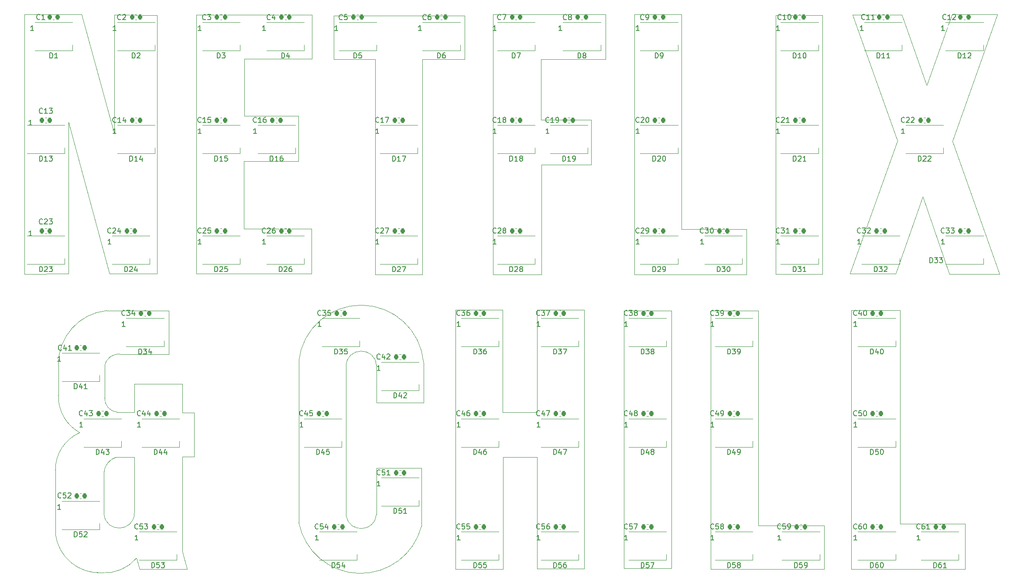
<source format=gto>
G04 #@! TF.GenerationSoftware,KiCad,Pcbnew,(6.0.6)*
G04 #@! TF.CreationDate,2023-02-02T00:20:54-07:00*
G04 #@! TF.ProjectId,Netflix and Chill LEDs,4e657466-6c69-4782-9061-6e6420436869,1*
G04 #@! TF.SameCoordinates,Original*
G04 #@! TF.FileFunction,Legend,Top*
G04 #@! TF.FilePolarity,Positive*
%FSLAX46Y46*%
G04 Gerber Fmt 4.6, Leading zero omitted, Abs format (unit mm)*
G04 Created by KiCad (PCBNEW (6.0.6)) date 2023-02-02 00:20:54*
%MOMM*%
%LPD*%
G01*
G04 APERTURE LIST*
G04 Aperture macros list*
%AMRoundRect*
0 Rectangle with rounded corners*
0 $1 Rounding radius*
0 $2 $3 $4 $5 $6 $7 $8 $9 X,Y pos of 4 corners*
0 Add a 4 corners polygon primitive as box body*
4,1,4,$2,$3,$4,$5,$6,$7,$8,$9,$2,$3,0*
0 Add four circle primitives for the rounded corners*
1,1,$1+$1,$2,$3*
1,1,$1+$1,$4,$5*
1,1,$1+$1,$6,$7*
1,1,$1+$1,$8,$9*
0 Add four rect primitives between the rounded corners*
20,1,$1+$1,$2,$3,$4,$5,0*
20,1,$1+$1,$4,$5,$6,$7,0*
20,1,$1+$1,$6,$7,$8,$9,0*
20,1,$1+$1,$8,$9,$2,$3,0*%
G04 Aperture macros list end*
%ADD10C,0.100000*%
%ADD11C,0.150000*%
%ADD12C,0.120000*%
%ADD13R,1.500000X1.000000*%
%ADD14RoundRect,0.225000X0.225000X0.250000X-0.225000X0.250000X-0.225000X-0.250000X0.225000X-0.250000X0*%
%ADD15C,1.700000*%
%ADD16R,1.700000X1.700000*%
%ADD17O,1.700000X1.700000*%
G04 APERTURE END LIST*
D10*
X133600000Y-88738600D02*
X124376000Y-88738600D01*
X78723000Y-146016100D02*
X87926000Y-146016100D01*
X139984000Y-95652580D02*
X149137000Y-95588570D01*
X78078000Y-143867500D02*
X78723000Y-146016100D01*
X156631000Y-46915100D02*
X169139000Y-46915100D01*
X231433000Y-52007700D02*
X236348000Y-38246900D01*
X211194000Y-88682610D02*
X211194000Y-38374900D01*
X149201000Y-124198700D02*
X155793000Y-124198700D01*
X172699000Y-145831300D02*
X181915000Y-145831300D01*
X64895000Y-59159000D02*
X72832000Y-88601150D01*
X74116000Y-124262600D02*
X77687000Y-124262600D01*
X183836000Y-79913600D02*
X183836000Y-38246500D01*
X98969000Y-66771300D02*
X109522000Y-66771300D01*
X133381000Y-126322200D02*
X133381000Y-137687600D01*
X86999000Y-124144800D02*
X86999000Y-142593800D01*
X71790404Y-135319522D02*
G75*
G03*
X77687405Y-135023679I2942596J265622D01*
G01*
X82048000Y-88601150D02*
X82048000Y-38421400D01*
X56386000Y-38229400D02*
X56386000Y-88646380D01*
X72299000Y-95756960D02*
X84375000Y-95756960D01*
X141809000Y-46914700D02*
X133600000Y-46914700D01*
X149137000Y-115494000D02*
X149137000Y-95588570D01*
X56386000Y-88646380D02*
X64895000Y-88601150D01*
X71912206Y-112733160D02*
G75*
G03*
X74326958Y-115490567I2670794J-97140D01*
G01*
X73792000Y-38293400D02*
X73792000Y-61399100D01*
X141809000Y-38471700D02*
X116402000Y-38471700D01*
X155793000Y-145896300D02*
X165010000Y-145896300D01*
X181915000Y-95779590D02*
X172699000Y-95779590D01*
X72298949Y-95756906D02*
G75*
G03*
X62943438Y-106244064I1052051J-10355094D01*
G01*
X87926000Y-146016100D02*
X86999000Y-142593800D01*
X62944000Y-106244200D02*
X62944000Y-112175100D01*
X156709000Y-67397100D02*
X166324000Y-67397100D01*
X238845000Y-146019900D02*
X216828000Y-146019900D01*
X156631000Y-58719600D02*
X156631000Y-46915100D01*
X211194000Y-38374900D02*
X202106000Y-38374900D01*
X198714000Y-137507300D02*
X198714000Y-95776170D01*
X86999000Y-124144800D02*
X89258000Y-124144800D01*
X89711000Y-38273300D02*
X112150000Y-38273300D01*
X226620000Y-38310900D02*
X217019000Y-38310900D01*
X147250000Y-88739030D02*
X156709000Y-88739030D01*
X82048000Y-38421400D02*
X73792000Y-38293400D01*
X77719000Y-115490600D02*
X77719000Y-110049200D01*
X169139000Y-38250000D02*
X147250000Y-38250000D01*
X226236000Y-95712170D02*
X226236000Y-137187200D01*
X109590949Y-136957900D02*
G75*
G03*
X133380493Y-137687646I11978051J2350000D01*
G01*
X84375000Y-95756960D02*
X84375000Y-104270700D01*
X172699000Y-95779590D02*
X172699000Y-145831300D01*
X155793000Y-95588570D02*
X155793000Y-115494000D01*
X72832000Y-88601150D02*
X82048000Y-88601150D01*
X62943607Y-112175104D02*
G75*
G03*
X67092930Y-119467286I7937293J-310196D01*
G01*
X141809000Y-46914700D02*
X141809000Y-38471700D01*
X149201000Y-145960300D02*
X149201000Y-124198700D01*
X245181000Y-38246900D02*
X236425000Y-62888500D01*
X133801000Y-113626100D02*
X133801000Y-105862300D01*
X112024000Y-88582250D02*
X89711000Y-88582250D01*
X133600000Y-88738600D02*
X133600000Y-46914700D01*
X71790000Y-135319500D02*
X71790000Y-127200800D01*
X166324000Y-58719600D02*
X156631000Y-58719600D01*
X112024000Y-79904800D02*
X112024000Y-88582250D01*
X98969000Y-79904800D02*
X98969000Y-66771300D01*
X124654000Y-126322200D02*
X133381000Y-126322200D01*
X235836000Y-88682610D02*
X245565000Y-88682610D01*
X155793000Y-124198700D02*
X155793000Y-145896300D01*
X71436000Y-146696300D02*
X70384000Y-146696300D01*
X87031000Y-110049200D02*
X87031000Y-115554600D01*
X155793000Y-115494000D02*
X149137000Y-115494000D01*
X216828000Y-95712170D02*
X226236000Y-95712170D01*
X166324000Y-67397100D02*
X166324000Y-58719600D01*
X74116328Y-124262586D02*
G75*
G03*
X71790585Y-127200810I984572J-3168914D01*
G01*
X226236000Y-137187200D02*
X238845000Y-137187200D01*
X87031000Y-110049200D02*
X87031000Y-115554600D01*
X211194000Y-88682610D02*
X202106000Y-88682610D01*
X71912000Y-112733200D02*
X71912000Y-106648500D01*
X139984000Y-95652580D02*
X139984000Y-145960300D01*
X147250000Y-38250000D02*
X147250000Y-88739030D01*
X238845000Y-137187200D02*
X238845000Y-146019900D01*
X109522000Y-57937500D02*
X109522000Y-66771300D01*
X62944000Y-112175100D02*
X62944000Y-106244200D01*
X133800793Y-105862249D02*
G75*
G03*
X109590620Y-105536086I-12120793J-1002751D01*
G01*
X124654000Y-135313100D02*
X124654000Y-126322200D01*
X189562000Y-146019900D02*
X211579000Y-146019900D01*
X217019000Y-38310900D02*
X225736000Y-62760500D01*
X189562000Y-95776170D02*
X189562000Y-146019900D01*
X112150000Y-46866900D02*
X112150000Y-38273300D01*
X67092485Y-119467292D02*
G75*
G03*
X62352751Y-126765006I3127515J-7219308D01*
G01*
X226620000Y-38310900D02*
X231433000Y-52007700D01*
X216571000Y-88554600D02*
X225736000Y-62760500D01*
X183836000Y-38246500D02*
X174683000Y-38246500D01*
X124376000Y-46914700D02*
X116402000Y-46914700D01*
X56386000Y-38229400D02*
X67455000Y-38229400D01*
X133801000Y-113626100D02*
X124634000Y-113626100D01*
X216571000Y-88554600D02*
X225403000Y-88554600D01*
X77719000Y-110049200D02*
X87031000Y-110049200D01*
X109591000Y-105536200D02*
X109591000Y-136957900D01*
X211579000Y-146019900D02*
X211579000Y-137507300D01*
X124634000Y-113626100D02*
X124634000Y-106378500D01*
X89258000Y-124144800D02*
X89258000Y-115554600D01*
X196445000Y-79913600D02*
X183836000Y-79913600D01*
X124376000Y-88738600D02*
X124376000Y-46914700D01*
X112024000Y-79904800D02*
X98969000Y-79904800D01*
X72299000Y-95756960D02*
X84333000Y-95756960D01*
X124634520Y-106378573D02*
G75*
G03*
X118781763Y-106553111I-2923520J-183127D01*
G01*
X84375000Y-104270700D02*
X75159000Y-104270700D01*
X211579000Y-137507300D02*
X198714000Y-137507300D01*
X77719000Y-115490600D02*
X74327000Y-115490600D01*
X71436290Y-146696231D02*
G75*
G03*
X78077588Y-143867456I517710J7995031D01*
G01*
X156709000Y-88739030D02*
X156709000Y-67397100D01*
X139984000Y-145960300D02*
X149201000Y-145960300D01*
X230665000Y-73641300D02*
X225403000Y-88554600D01*
X62353000Y-126765000D02*
X62353000Y-135369800D01*
X216828000Y-146019900D02*
X216828000Y-95712170D01*
X62353000Y-139114300D02*
X62353000Y-126608100D01*
X89711000Y-38273300D02*
X89711000Y-88582250D01*
X62352822Y-139114224D02*
G75*
G03*
X71436024Y-146696241I8557178J1019624D01*
G01*
X181915000Y-145831300D02*
X181915000Y-95779590D01*
X202106000Y-38374900D02*
X202106000Y-88682610D01*
X98975000Y-57937500D02*
X98975000Y-46866900D01*
X196445000Y-88746260D02*
X196445000Y-79913600D01*
X245181000Y-38246900D02*
X236348000Y-38246900D01*
X169139000Y-46915100D02*
X169139000Y-38250000D01*
X174683000Y-38246500D02*
X174683000Y-88746260D01*
X64895000Y-88601150D02*
X64895000Y-59159000D01*
X198714000Y-95776170D02*
X189562000Y-95776170D01*
X116402000Y-38471700D02*
X116402000Y-46914700D01*
X77687000Y-135023600D02*
X77687000Y-124262600D01*
X112150000Y-46866900D02*
X98975000Y-46866900D01*
X230665000Y-73641300D02*
X235836000Y-88682610D01*
X165010000Y-95588570D02*
X155793000Y-95588570D01*
X165010000Y-145896300D02*
X165010000Y-95588570D01*
X109522000Y-57937500D02*
X98975000Y-57937500D01*
X75159004Y-104270776D02*
G75*
G03*
X71911943Y-106648484I-577044J-2617964D01*
G01*
X89258000Y-115554600D02*
X87031000Y-115554600D01*
X196445000Y-88746260D02*
X174683000Y-88746260D01*
X73792000Y-61399100D02*
X67455000Y-38229400D01*
X236425000Y-62888500D02*
X245565000Y-88682610D01*
X118781204Y-135688222D02*
G75*
G03*
X124653381Y-135313177I2912796J552222D01*
G01*
X118781000Y-106553100D02*
X118781000Y-135688200D01*
D11*
X81535714Y-123702380D02*
X81535714Y-122702380D01*
X81773809Y-122702380D01*
X81916666Y-122750000D01*
X82011904Y-122845238D01*
X82059523Y-122940476D01*
X82107142Y-123130952D01*
X82107142Y-123273809D01*
X82059523Y-123464285D01*
X82011904Y-123559523D01*
X81916666Y-123654761D01*
X81773809Y-123702380D01*
X81535714Y-123702380D01*
X82964285Y-123035714D02*
X82964285Y-123702380D01*
X82726190Y-122654761D02*
X82488095Y-123369047D01*
X83107142Y-123369047D01*
X83916666Y-123035714D02*
X83916666Y-123702380D01*
X83678571Y-122654761D02*
X83440476Y-123369047D01*
X84059523Y-123369047D01*
X78885714Y-118352380D02*
X78314285Y-118352380D01*
X78600000Y-118352380D02*
X78600000Y-117352380D01*
X78504761Y-117495238D01*
X78409523Y-117590476D01*
X78314285Y-117638095D01*
X125357142Y-127607142D02*
X125309523Y-127654761D01*
X125166666Y-127702380D01*
X125071428Y-127702380D01*
X124928571Y-127654761D01*
X124833333Y-127559523D01*
X124785714Y-127464285D01*
X124738095Y-127273809D01*
X124738095Y-127130952D01*
X124785714Y-126940476D01*
X124833333Y-126845238D01*
X124928571Y-126750000D01*
X125071428Y-126702380D01*
X125166666Y-126702380D01*
X125309523Y-126750000D01*
X125357142Y-126797619D01*
X126261904Y-126702380D02*
X125785714Y-126702380D01*
X125738095Y-127178571D01*
X125785714Y-127130952D01*
X125880952Y-127083333D01*
X126119047Y-127083333D01*
X126214285Y-127130952D01*
X126261904Y-127178571D01*
X126309523Y-127273809D01*
X126309523Y-127511904D01*
X126261904Y-127607142D01*
X126214285Y-127654761D01*
X126119047Y-127702380D01*
X125880952Y-127702380D01*
X125785714Y-127654761D01*
X125738095Y-127607142D01*
X127261904Y-127702380D02*
X126690476Y-127702380D01*
X126976190Y-127702380D02*
X126976190Y-126702380D01*
X126880952Y-126845238D01*
X126785714Y-126940476D01*
X126690476Y-126988095D01*
X78857142Y-116107142D02*
X78809523Y-116154761D01*
X78666666Y-116202380D01*
X78571428Y-116202380D01*
X78428571Y-116154761D01*
X78333333Y-116059523D01*
X78285714Y-115964285D01*
X78238095Y-115773809D01*
X78238095Y-115630952D01*
X78285714Y-115440476D01*
X78333333Y-115345238D01*
X78428571Y-115250000D01*
X78571428Y-115202380D01*
X78666666Y-115202380D01*
X78809523Y-115250000D01*
X78857142Y-115297619D01*
X79714285Y-115535714D02*
X79714285Y-116202380D01*
X79476190Y-115154761D02*
X79238095Y-115869047D01*
X79857142Y-115869047D01*
X80666666Y-115535714D02*
X80666666Y-116202380D01*
X80428571Y-115154761D02*
X80190476Y-115869047D01*
X80809523Y-115869047D01*
X227107142Y-59107142D02*
X227059523Y-59154761D01*
X226916666Y-59202380D01*
X226821428Y-59202380D01*
X226678571Y-59154761D01*
X226583333Y-59059523D01*
X226535714Y-58964285D01*
X226488095Y-58773809D01*
X226488095Y-58630952D01*
X226535714Y-58440476D01*
X226583333Y-58345238D01*
X226678571Y-58250000D01*
X226821428Y-58202380D01*
X226916666Y-58202380D01*
X227059523Y-58250000D01*
X227107142Y-58297619D01*
X227488095Y-58297619D02*
X227535714Y-58250000D01*
X227630952Y-58202380D01*
X227869047Y-58202380D01*
X227964285Y-58250000D01*
X228011904Y-58297619D01*
X228059523Y-58392857D01*
X228059523Y-58488095D01*
X228011904Y-58630952D01*
X227440476Y-59202380D01*
X228059523Y-59202380D01*
X228440476Y-58297619D02*
X228488095Y-58250000D01*
X228583333Y-58202380D01*
X228821428Y-58202380D01*
X228916666Y-58250000D01*
X228964285Y-58297619D01*
X229011904Y-58392857D01*
X229011904Y-58488095D01*
X228964285Y-58630952D01*
X228392857Y-59202380D01*
X229011904Y-59202380D01*
X150535714Y-88202380D02*
X150535714Y-87202380D01*
X150773809Y-87202380D01*
X150916666Y-87250000D01*
X151011904Y-87345238D01*
X151059523Y-87440476D01*
X151107142Y-87630952D01*
X151107142Y-87773809D01*
X151059523Y-87964285D01*
X151011904Y-88059523D01*
X150916666Y-88154761D01*
X150773809Y-88202380D01*
X150535714Y-88202380D01*
X151488095Y-87297619D02*
X151535714Y-87250000D01*
X151630952Y-87202380D01*
X151869047Y-87202380D01*
X151964285Y-87250000D01*
X152011904Y-87297619D01*
X152059523Y-87392857D01*
X152059523Y-87488095D01*
X152011904Y-87630952D01*
X151440476Y-88202380D01*
X152059523Y-88202380D01*
X152630952Y-87630952D02*
X152535714Y-87583333D01*
X152488095Y-87535714D01*
X152440476Y-87440476D01*
X152440476Y-87392857D01*
X152488095Y-87297619D01*
X152535714Y-87250000D01*
X152630952Y-87202380D01*
X152821428Y-87202380D01*
X152916666Y-87250000D01*
X152964285Y-87297619D01*
X153011904Y-87392857D01*
X153011904Y-87440476D01*
X152964285Y-87535714D01*
X152916666Y-87583333D01*
X152821428Y-87630952D01*
X152630952Y-87630952D01*
X152535714Y-87678571D01*
X152488095Y-87726190D01*
X152440476Y-87821428D01*
X152440476Y-88011904D01*
X152488095Y-88107142D01*
X152535714Y-88154761D01*
X152630952Y-88202380D01*
X152821428Y-88202380D01*
X152916666Y-88154761D01*
X152964285Y-88107142D01*
X153011904Y-88011904D01*
X153011904Y-87821428D01*
X152964285Y-87726190D01*
X152916666Y-87678571D01*
X152821428Y-87630952D01*
X147885714Y-82852380D02*
X147314285Y-82852380D01*
X147600000Y-82852380D02*
X147600000Y-81852380D01*
X147504761Y-81995238D01*
X147409523Y-82090476D01*
X147314285Y-82138095D01*
X105785714Y-88202380D02*
X105785714Y-87202380D01*
X106023809Y-87202380D01*
X106166666Y-87250000D01*
X106261904Y-87345238D01*
X106309523Y-87440476D01*
X106357142Y-87630952D01*
X106357142Y-87773809D01*
X106309523Y-87964285D01*
X106261904Y-88059523D01*
X106166666Y-88154761D01*
X106023809Y-88202380D01*
X105785714Y-88202380D01*
X106738095Y-87297619D02*
X106785714Y-87250000D01*
X106880952Y-87202380D01*
X107119047Y-87202380D01*
X107214285Y-87250000D01*
X107261904Y-87297619D01*
X107309523Y-87392857D01*
X107309523Y-87488095D01*
X107261904Y-87630952D01*
X106690476Y-88202380D01*
X107309523Y-88202380D01*
X108166666Y-87202380D02*
X107976190Y-87202380D01*
X107880952Y-87250000D01*
X107833333Y-87297619D01*
X107738095Y-87440476D01*
X107690476Y-87630952D01*
X107690476Y-88011904D01*
X107738095Y-88107142D01*
X107785714Y-88154761D01*
X107880952Y-88202380D01*
X108071428Y-88202380D01*
X108166666Y-88154761D01*
X108214285Y-88107142D01*
X108261904Y-88011904D01*
X108261904Y-87773809D01*
X108214285Y-87678571D01*
X108166666Y-87630952D01*
X108071428Y-87583333D01*
X107880952Y-87583333D01*
X107785714Y-87630952D01*
X107738095Y-87678571D01*
X107690476Y-87773809D01*
X103135714Y-82852380D02*
X102564285Y-82852380D01*
X102850000Y-82852380D02*
X102850000Y-81852380D01*
X102754761Y-81995238D01*
X102659523Y-82090476D01*
X102564285Y-82138095D01*
X66035714Y-139702380D02*
X66035714Y-138702380D01*
X66273809Y-138702380D01*
X66416666Y-138750000D01*
X66511904Y-138845238D01*
X66559523Y-138940476D01*
X66607142Y-139130952D01*
X66607142Y-139273809D01*
X66559523Y-139464285D01*
X66511904Y-139559523D01*
X66416666Y-139654761D01*
X66273809Y-139702380D01*
X66035714Y-139702380D01*
X67511904Y-138702380D02*
X67035714Y-138702380D01*
X66988095Y-139178571D01*
X67035714Y-139130952D01*
X67130952Y-139083333D01*
X67369047Y-139083333D01*
X67464285Y-139130952D01*
X67511904Y-139178571D01*
X67559523Y-139273809D01*
X67559523Y-139511904D01*
X67511904Y-139607142D01*
X67464285Y-139654761D01*
X67369047Y-139702380D01*
X67130952Y-139702380D01*
X67035714Y-139654761D01*
X66988095Y-139607142D01*
X67940476Y-138797619D02*
X67988095Y-138750000D01*
X68083333Y-138702380D01*
X68321428Y-138702380D01*
X68416666Y-138750000D01*
X68464285Y-138797619D01*
X68511904Y-138892857D01*
X68511904Y-138988095D01*
X68464285Y-139130952D01*
X67892857Y-139702380D01*
X68511904Y-139702380D01*
X63385714Y-134352380D02*
X62814285Y-134352380D01*
X63100000Y-134352380D02*
X63100000Y-133352380D01*
X63004761Y-133495238D01*
X62909523Y-133590476D01*
X62814285Y-133638095D01*
X101357142Y-59107142D02*
X101309523Y-59154761D01*
X101166666Y-59202380D01*
X101071428Y-59202380D01*
X100928571Y-59154761D01*
X100833333Y-59059523D01*
X100785714Y-58964285D01*
X100738095Y-58773809D01*
X100738095Y-58630952D01*
X100785714Y-58440476D01*
X100833333Y-58345238D01*
X100928571Y-58250000D01*
X101071428Y-58202380D01*
X101166666Y-58202380D01*
X101309523Y-58250000D01*
X101357142Y-58297619D01*
X102309523Y-59202380D02*
X101738095Y-59202380D01*
X102023809Y-59202380D02*
X102023809Y-58202380D01*
X101928571Y-58345238D01*
X101833333Y-58440476D01*
X101738095Y-58488095D01*
X103166666Y-58202380D02*
X102976190Y-58202380D01*
X102880952Y-58250000D01*
X102833333Y-58297619D01*
X102738095Y-58440476D01*
X102690476Y-58630952D01*
X102690476Y-59011904D01*
X102738095Y-59107142D01*
X102785714Y-59154761D01*
X102880952Y-59202380D01*
X103071428Y-59202380D01*
X103166666Y-59154761D01*
X103214285Y-59107142D01*
X103261904Y-59011904D01*
X103261904Y-58773809D01*
X103214285Y-58678571D01*
X103166666Y-58630952D01*
X103071428Y-58583333D01*
X102880952Y-58583333D01*
X102785714Y-58630952D01*
X102738095Y-58678571D01*
X102690476Y-58773809D01*
X178761904Y-46702380D02*
X178761904Y-45702380D01*
X179000000Y-45702380D01*
X179142857Y-45750000D01*
X179238095Y-45845238D01*
X179285714Y-45940476D01*
X179333333Y-46130952D01*
X179333333Y-46273809D01*
X179285714Y-46464285D01*
X179238095Y-46559523D01*
X179142857Y-46654761D01*
X179000000Y-46702380D01*
X178761904Y-46702380D01*
X179809523Y-46702380D02*
X180000000Y-46702380D01*
X180095238Y-46654761D01*
X180142857Y-46607142D01*
X180238095Y-46464285D01*
X180285714Y-46273809D01*
X180285714Y-45892857D01*
X180238095Y-45797619D01*
X180190476Y-45750000D01*
X180095238Y-45702380D01*
X179904761Y-45702380D01*
X179809523Y-45750000D01*
X179761904Y-45797619D01*
X179714285Y-45892857D01*
X179714285Y-46130952D01*
X179761904Y-46226190D01*
X179809523Y-46273809D01*
X179904761Y-46321428D01*
X180095238Y-46321428D01*
X180190476Y-46273809D01*
X180238095Y-46226190D01*
X180285714Y-46130952D01*
X175635714Y-41352380D02*
X175064285Y-41352380D01*
X175350000Y-41352380D02*
X175350000Y-40352380D01*
X175254761Y-40495238D01*
X175159523Y-40590476D01*
X175064285Y-40638095D01*
X90607142Y-59107142D02*
X90559523Y-59154761D01*
X90416666Y-59202380D01*
X90321428Y-59202380D01*
X90178571Y-59154761D01*
X90083333Y-59059523D01*
X90035714Y-58964285D01*
X89988095Y-58773809D01*
X89988095Y-58630952D01*
X90035714Y-58440476D01*
X90083333Y-58345238D01*
X90178571Y-58250000D01*
X90321428Y-58202380D01*
X90416666Y-58202380D01*
X90559523Y-58250000D01*
X90607142Y-58297619D01*
X91559523Y-59202380D02*
X90988095Y-59202380D01*
X91273809Y-59202380D02*
X91273809Y-58202380D01*
X91178571Y-58345238D01*
X91083333Y-58440476D01*
X90988095Y-58488095D01*
X92464285Y-58202380D02*
X91988095Y-58202380D01*
X91940476Y-58678571D01*
X91988095Y-58630952D01*
X92083333Y-58583333D01*
X92321428Y-58583333D01*
X92416666Y-58630952D01*
X92464285Y-58678571D01*
X92511904Y-58773809D01*
X92511904Y-59011904D01*
X92464285Y-59107142D01*
X92416666Y-59154761D01*
X92321428Y-59202380D01*
X92083333Y-59202380D01*
X91988095Y-59154761D01*
X91940476Y-59107142D01*
X78357142Y-138107142D02*
X78309523Y-138154761D01*
X78166666Y-138202380D01*
X78071428Y-138202380D01*
X77928571Y-138154761D01*
X77833333Y-138059523D01*
X77785714Y-137964285D01*
X77738095Y-137773809D01*
X77738095Y-137630952D01*
X77785714Y-137440476D01*
X77833333Y-137345238D01*
X77928571Y-137250000D01*
X78071428Y-137202380D01*
X78166666Y-137202380D01*
X78309523Y-137250000D01*
X78357142Y-137297619D01*
X79261904Y-137202380D02*
X78785714Y-137202380D01*
X78738095Y-137678571D01*
X78785714Y-137630952D01*
X78880952Y-137583333D01*
X79119047Y-137583333D01*
X79214285Y-137630952D01*
X79261904Y-137678571D01*
X79309523Y-137773809D01*
X79309523Y-138011904D01*
X79261904Y-138107142D01*
X79214285Y-138154761D01*
X79119047Y-138202380D01*
X78880952Y-138202380D01*
X78785714Y-138154761D01*
X78738095Y-138107142D01*
X79642857Y-137202380D02*
X80261904Y-137202380D01*
X79928571Y-137583333D01*
X80071428Y-137583333D01*
X80166666Y-137630952D01*
X80214285Y-137678571D01*
X80261904Y-137773809D01*
X80261904Y-138011904D01*
X80214285Y-138107142D01*
X80166666Y-138154761D01*
X80071428Y-138202380D01*
X79785714Y-138202380D01*
X79690476Y-138154761D01*
X79642857Y-138107142D01*
X128035714Y-112702380D02*
X128035714Y-111702380D01*
X128273809Y-111702380D01*
X128416666Y-111750000D01*
X128511904Y-111845238D01*
X128559523Y-111940476D01*
X128607142Y-112130952D01*
X128607142Y-112273809D01*
X128559523Y-112464285D01*
X128511904Y-112559523D01*
X128416666Y-112654761D01*
X128273809Y-112702380D01*
X128035714Y-112702380D01*
X129464285Y-112035714D02*
X129464285Y-112702380D01*
X129226190Y-111654761D02*
X128988095Y-112369047D01*
X129607142Y-112369047D01*
X129940476Y-111797619D02*
X129988095Y-111750000D01*
X130083333Y-111702380D01*
X130321428Y-111702380D01*
X130416666Y-111750000D01*
X130464285Y-111797619D01*
X130511904Y-111892857D01*
X130511904Y-111988095D01*
X130464285Y-112130952D01*
X129892857Y-112702380D01*
X130511904Y-112702380D01*
X125385714Y-107352380D02*
X124814285Y-107352380D01*
X125100000Y-107352380D02*
X125100000Y-106352380D01*
X125004761Y-106495238D01*
X124909523Y-106590476D01*
X124814285Y-106638095D01*
X76785714Y-66702380D02*
X76785714Y-65702380D01*
X77023809Y-65702380D01*
X77166666Y-65750000D01*
X77261904Y-65845238D01*
X77309523Y-65940476D01*
X77357142Y-66130952D01*
X77357142Y-66273809D01*
X77309523Y-66464285D01*
X77261904Y-66559523D01*
X77166666Y-66654761D01*
X77023809Y-66702380D01*
X76785714Y-66702380D01*
X78309523Y-66702380D02*
X77738095Y-66702380D01*
X78023809Y-66702380D02*
X78023809Y-65702380D01*
X77928571Y-65845238D01*
X77833333Y-65940476D01*
X77738095Y-65988095D01*
X79166666Y-66035714D02*
X79166666Y-66702380D01*
X78928571Y-65654761D02*
X78690476Y-66369047D01*
X79309523Y-66369047D01*
X74135714Y-61352380D02*
X73564285Y-61352380D01*
X73850000Y-61352380D02*
X73850000Y-60352380D01*
X73754761Y-60495238D01*
X73659523Y-60590476D01*
X73564285Y-60638095D01*
X173357142Y-96607142D02*
X173309523Y-96654761D01*
X173166666Y-96702380D01*
X173071428Y-96702380D01*
X172928571Y-96654761D01*
X172833333Y-96559523D01*
X172785714Y-96464285D01*
X172738095Y-96273809D01*
X172738095Y-96130952D01*
X172785714Y-95940476D01*
X172833333Y-95845238D01*
X172928571Y-95750000D01*
X173071428Y-95702380D01*
X173166666Y-95702380D01*
X173309523Y-95750000D01*
X173357142Y-95797619D01*
X173690476Y-95702380D02*
X174309523Y-95702380D01*
X173976190Y-96083333D01*
X174119047Y-96083333D01*
X174214285Y-96130952D01*
X174261904Y-96178571D01*
X174309523Y-96273809D01*
X174309523Y-96511904D01*
X174261904Y-96607142D01*
X174214285Y-96654761D01*
X174119047Y-96702380D01*
X173833333Y-96702380D01*
X173738095Y-96654761D01*
X173690476Y-96607142D01*
X174880952Y-96130952D02*
X174785714Y-96083333D01*
X174738095Y-96035714D01*
X174690476Y-95940476D01*
X174690476Y-95892857D01*
X174738095Y-95797619D01*
X174785714Y-95750000D01*
X174880952Y-95702380D01*
X175071428Y-95702380D01*
X175166666Y-95750000D01*
X175214285Y-95797619D01*
X175261904Y-95892857D01*
X175261904Y-95940476D01*
X175214285Y-96035714D01*
X175166666Y-96083333D01*
X175071428Y-96130952D01*
X174880952Y-96130952D01*
X174785714Y-96178571D01*
X174738095Y-96226190D01*
X174690476Y-96321428D01*
X174690476Y-96511904D01*
X174738095Y-96607142D01*
X174785714Y-96654761D01*
X174880952Y-96702380D01*
X175071428Y-96702380D01*
X175166666Y-96654761D01*
X175214285Y-96607142D01*
X175261904Y-96511904D01*
X175261904Y-96321428D01*
X175214285Y-96226190D01*
X175166666Y-96178571D01*
X175071428Y-96130952D01*
X151011904Y-46702380D02*
X151011904Y-45702380D01*
X151250000Y-45702380D01*
X151392857Y-45750000D01*
X151488095Y-45845238D01*
X151535714Y-45940476D01*
X151583333Y-46130952D01*
X151583333Y-46273809D01*
X151535714Y-46464285D01*
X151488095Y-46559523D01*
X151392857Y-46654761D01*
X151250000Y-46702380D01*
X151011904Y-46702380D01*
X151916666Y-45702380D02*
X152583333Y-45702380D01*
X152154761Y-46702380D01*
X147885714Y-41352380D02*
X147314285Y-41352380D01*
X147600000Y-41352380D02*
X147600000Y-40352380D01*
X147504761Y-40495238D01*
X147409523Y-40590476D01*
X147314285Y-40638095D01*
X173357142Y-116107142D02*
X173309523Y-116154761D01*
X173166666Y-116202380D01*
X173071428Y-116202380D01*
X172928571Y-116154761D01*
X172833333Y-116059523D01*
X172785714Y-115964285D01*
X172738095Y-115773809D01*
X172738095Y-115630952D01*
X172785714Y-115440476D01*
X172833333Y-115345238D01*
X172928571Y-115250000D01*
X173071428Y-115202380D01*
X173166666Y-115202380D01*
X173309523Y-115250000D01*
X173357142Y-115297619D01*
X174214285Y-115535714D02*
X174214285Y-116202380D01*
X173976190Y-115154761D02*
X173738095Y-115869047D01*
X174357142Y-115869047D01*
X174880952Y-115630952D02*
X174785714Y-115583333D01*
X174738095Y-115535714D01*
X174690476Y-115440476D01*
X174690476Y-115392857D01*
X174738095Y-115297619D01*
X174785714Y-115250000D01*
X174880952Y-115202380D01*
X175071428Y-115202380D01*
X175166666Y-115250000D01*
X175214285Y-115297619D01*
X175261904Y-115392857D01*
X175261904Y-115440476D01*
X175214285Y-115535714D01*
X175166666Y-115583333D01*
X175071428Y-115630952D01*
X174880952Y-115630952D01*
X174785714Y-115678571D01*
X174738095Y-115726190D01*
X174690476Y-115821428D01*
X174690476Y-116011904D01*
X174738095Y-116107142D01*
X174785714Y-116154761D01*
X174880952Y-116202380D01*
X175071428Y-116202380D01*
X175166666Y-116154761D01*
X175214285Y-116107142D01*
X175261904Y-116011904D01*
X175261904Y-115821428D01*
X175214285Y-115726190D01*
X175166666Y-115678571D01*
X175071428Y-115630952D01*
X59285714Y-66702380D02*
X59285714Y-65702380D01*
X59523809Y-65702380D01*
X59666666Y-65750000D01*
X59761904Y-65845238D01*
X59809523Y-65940476D01*
X59857142Y-66130952D01*
X59857142Y-66273809D01*
X59809523Y-66464285D01*
X59761904Y-66559523D01*
X59666666Y-66654761D01*
X59523809Y-66702380D01*
X59285714Y-66702380D01*
X60809523Y-66702380D02*
X60238095Y-66702380D01*
X60523809Y-66702380D02*
X60523809Y-65702380D01*
X60428571Y-65845238D01*
X60333333Y-65940476D01*
X60238095Y-65988095D01*
X61142857Y-65702380D02*
X61761904Y-65702380D01*
X61428571Y-66083333D01*
X61571428Y-66083333D01*
X61666666Y-66130952D01*
X61714285Y-66178571D01*
X61761904Y-66273809D01*
X61761904Y-66511904D01*
X61714285Y-66607142D01*
X61666666Y-66654761D01*
X61571428Y-66702380D01*
X61285714Y-66702380D01*
X61190476Y-66654761D01*
X61142857Y-66607142D01*
X57785714Y-59702380D02*
X57214285Y-59702380D01*
X57500000Y-59702380D02*
X57500000Y-58702380D01*
X57404761Y-58845238D01*
X57309523Y-58940476D01*
X57214285Y-58988095D01*
X143535714Y-145702380D02*
X143535714Y-144702380D01*
X143773809Y-144702380D01*
X143916666Y-144750000D01*
X144011904Y-144845238D01*
X144059523Y-144940476D01*
X144107142Y-145130952D01*
X144107142Y-145273809D01*
X144059523Y-145464285D01*
X144011904Y-145559523D01*
X143916666Y-145654761D01*
X143773809Y-145702380D01*
X143535714Y-145702380D01*
X145011904Y-144702380D02*
X144535714Y-144702380D01*
X144488095Y-145178571D01*
X144535714Y-145130952D01*
X144630952Y-145083333D01*
X144869047Y-145083333D01*
X144964285Y-145130952D01*
X145011904Y-145178571D01*
X145059523Y-145273809D01*
X145059523Y-145511904D01*
X145011904Y-145607142D01*
X144964285Y-145654761D01*
X144869047Y-145702380D01*
X144630952Y-145702380D01*
X144535714Y-145654761D01*
X144488095Y-145607142D01*
X145964285Y-144702380D02*
X145488095Y-144702380D01*
X145440476Y-145178571D01*
X145488095Y-145130952D01*
X145583333Y-145083333D01*
X145821428Y-145083333D01*
X145916666Y-145130952D01*
X145964285Y-145178571D01*
X146011904Y-145273809D01*
X146011904Y-145511904D01*
X145964285Y-145607142D01*
X145916666Y-145654761D01*
X145821428Y-145702380D01*
X145583333Y-145702380D01*
X145488095Y-145654761D01*
X145440476Y-145607142D01*
X140885714Y-140352380D02*
X140314285Y-140352380D01*
X140600000Y-140352380D02*
X140600000Y-139352380D01*
X140504761Y-139495238D01*
X140409523Y-139590476D01*
X140314285Y-139638095D01*
X104035714Y-66702380D02*
X104035714Y-65702380D01*
X104273809Y-65702380D01*
X104416666Y-65750000D01*
X104511904Y-65845238D01*
X104559523Y-65940476D01*
X104607142Y-66130952D01*
X104607142Y-66273809D01*
X104559523Y-66464285D01*
X104511904Y-66559523D01*
X104416666Y-66654761D01*
X104273809Y-66702380D01*
X104035714Y-66702380D01*
X105559523Y-66702380D02*
X104988095Y-66702380D01*
X105273809Y-66702380D02*
X105273809Y-65702380D01*
X105178571Y-65845238D01*
X105083333Y-65940476D01*
X104988095Y-65988095D01*
X106416666Y-65702380D02*
X106226190Y-65702380D01*
X106130952Y-65750000D01*
X106083333Y-65797619D01*
X105988095Y-65940476D01*
X105940476Y-66130952D01*
X105940476Y-66511904D01*
X105988095Y-66607142D01*
X106035714Y-66654761D01*
X106130952Y-66702380D01*
X106321428Y-66702380D01*
X106416666Y-66654761D01*
X106464285Y-66607142D01*
X106511904Y-66511904D01*
X106511904Y-66273809D01*
X106464285Y-66178571D01*
X106416666Y-66130952D01*
X106321428Y-66083333D01*
X106130952Y-66083333D01*
X106035714Y-66130952D01*
X105988095Y-66178571D01*
X105940476Y-66273809D01*
X101385714Y-61352380D02*
X100814285Y-61352380D01*
X101100000Y-61352380D02*
X101100000Y-60352380D01*
X101004761Y-60495238D01*
X100909523Y-60590476D01*
X100814285Y-60638095D01*
X205535714Y-88202380D02*
X205535714Y-87202380D01*
X205773809Y-87202380D01*
X205916666Y-87250000D01*
X206011904Y-87345238D01*
X206059523Y-87440476D01*
X206107142Y-87630952D01*
X206107142Y-87773809D01*
X206059523Y-87964285D01*
X206011904Y-88059523D01*
X205916666Y-88154761D01*
X205773809Y-88202380D01*
X205535714Y-88202380D01*
X206440476Y-87202380D02*
X207059523Y-87202380D01*
X206726190Y-87583333D01*
X206869047Y-87583333D01*
X206964285Y-87630952D01*
X207011904Y-87678571D01*
X207059523Y-87773809D01*
X207059523Y-88011904D01*
X207011904Y-88107142D01*
X206964285Y-88154761D01*
X206869047Y-88202380D01*
X206583333Y-88202380D01*
X206488095Y-88154761D01*
X206440476Y-88107142D01*
X208011904Y-88202380D02*
X207440476Y-88202380D01*
X207726190Y-88202380D02*
X207726190Y-87202380D01*
X207630952Y-87345238D01*
X207535714Y-87440476D01*
X207440476Y-87488095D01*
X202885714Y-82852380D02*
X202314285Y-82852380D01*
X202600000Y-82852380D02*
X202600000Y-81852380D01*
X202504761Y-81995238D01*
X202409523Y-82090476D01*
X202314285Y-82138095D01*
X91533333Y-39157142D02*
X91485714Y-39204761D01*
X91342857Y-39252380D01*
X91247619Y-39252380D01*
X91104761Y-39204761D01*
X91009523Y-39109523D01*
X90961904Y-39014285D01*
X90914285Y-38823809D01*
X90914285Y-38680952D01*
X90961904Y-38490476D01*
X91009523Y-38395238D01*
X91104761Y-38300000D01*
X91247619Y-38252380D01*
X91342857Y-38252380D01*
X91485714Y-38300000D01*
X91533333Y-38347619D01*
X91866666Y-38252380D02*
X92485714Y-38252380D01*
X92152380Y-38633333D01*
X92295238Y-38633333D01*
X92390476Y-38680952D01*
X92438095Y-38728571D01*
X92485714Y-38823809D01*
X92485714Y-39061904D01*
X92438095Y-39157142D01*
X92390476Y-39204761D01*
X92295238Y-39252380D01*
X92009523Y-39252380D01*
X91914285Y-39204761D01*
X91866666Y-39157142D01*
X59285714Y-88202380D02*
X59285714Y-87202380D01*
X59523809Y-87202380D01*
X59666666Y-87250000D01*
X59761904Y-87345238D01*
X59809523Y-87440476D01*
X59857142Y-87630952D01*
X59857142Y-87773809D01*
X59809523Y-87964285D01*
X59761904Y-88059523D01*
X59666666Y-88154761D01*
X59523809Y-88202380D01*
X59285714Y-88202380D01*
X60238095Y-87297619D02*
X60285714Y-87250000D01*
X60380952Y-87202380D01*
X60619047Y-87202380D01*
X60714285Y-87250000D01*
X60761904Y-87297619D01*
X60809523Y-87392857D01*
X60809523Y-87488095D01*
X60761904Y-87630952D01*
X60190476Y-88202380D01*
X60809523Y-88202380D01*
X61142857Y-87202380D02*
X61761904Y-87202380D01*
X61428571Y-87583333D01*
X61571428Y-87583333D01*
X61666666Y-87630952D01*
X61714285Y-87678571D01*
X61761904Y-87773809D01*
X61761904Y-88011904D01*
X61714285Y-88107142D01*
X61666666Y-88154761D01*
X61571428Y-88202380D01*
X61285714Y-88202380D01*
X61190476Y-88154761D01*
X61142857Y-88107142D01*
X57785714Y-81202380D02*
X57214285Y-81202380D01*
X57500000Y-81202380D02*
X57500000Y-80202380D01*
X57404761Y-80345238D01*
X57309523Y-80440476D01*
X57214285Y-80488095D01*
X125107142Y-80607142D02*
X125059523Y-80654761D01*
X124916666Y-80702380D01*
X124821428Y-80702380D01*
X124678571Y-80654761D01*
X124583333Y-80559523D01*
X124535714Y-80464285D01*
X124488095Y-80273809D01*
X124488095Y-80130952D01*
X124535714Y-79940476D01*
X124583333Y-79845238D01*
X124678571Y-79750000D01*
X124821428Y-79702380D01*
X124916666Y-79702380D01*
X125059523Y-79750000D01*
X125107142Y-79797619D01*
X125488095Y-79797619D02*
X125535714Y-79750000D01*
X125630952Y-79702380D01*
X125869047Y-79702380D01*
X125964285Y-79750000D01*
X126011904Y-79797619D01*
X126059523Y-79892857D01*
X126059523Y-79988095D01*
X126011904Y-80130952D01*
X125440476Y-80702380D01*
X126059523Y-80702380D01*
X126392857Y-79702380D02*
X127059523Y-79702380D01*
X126630952Y-80702380D01*
X104033333Y-39157142D02*
X103985714Y-39204761D01*
X103842857Y-39252380D01*
X103747619Y-39252380D01*
X103604761Y-39204761D01*
X103509523Y-39109523D01*
X103461904Y-39014285D01*
X103414285Y-38823809D01*
X103414285Y-38680952D01*
X103461904Y-38490476D01*
X103509523Y-38395238D01*
X103604761Y-38300000D01*
X103747619Y-38252380D01*
X103842857Y-38252380D01*
X103985714Y-38300000D01*
X104033333Y-38347619D01*
X104890476Y-38585714D02*
X104890476Y-39252380D01*
X104652380Y-38204761D02*
X104414285Y-38919047D01*
X105033333Y-38919047D01*
X147857142Y-59107142D02*
X147809523Y-59154761D01*
X147666666Y-59202380D01*
X147571428Y-59202380D01*
X147428571Y-59154761D01*
X147333333Y-59059523D01*
X147285714Y-58964285D01*
X147238095Y-58773809D01*
X147238095Y-58630952D01*
X147285714Y-58440476D01*
X147333333Y-58345238D01*
X147428571Y-58250000D01*
X147571428Y-58202380D01*
X147666666Y-58202380D01*
X147809523Y-58250000D01*
X147857142Y-58297619D01*
X148809523Y-59202380D02*
X148238095Y-59202380D01*
X148523809Y-59202380D02*
X148523809Y-58202380D01*
X148428571Y-58345238D01*
X148333333Y-58440476D01*
X148238095Y-58488095D01*
X149380952Y-58630952D02*
X149285714Y-58583333D01*
X149238095Y-58535714D01*
X149190476Y-58440476D01*
X149190476Y-58392857D01*
X149238095Y-58297619D01*
X149285714Y-58250000D01*
X149380952Y-58202380D01*
X149571428Y-58202380D01*
X149666666Y-58250000D01*
X149714285Y-58297619D01*
X149761904Y-58392857D01*
X149761904Y-58440476D01*
X149714285Y-58535714D01*
X149666666Y-58583333D01*
X149571428Y-58630952D01*
X149380952Y-58630952D01*
X149285714Y-58678571D01*
X149238095Y-58726190D01*
X149190476Y-58821428D01*
X149190476Y-59011904D01*
X149238095Y-59107142D01*
X149285714Y-59154761D01*
X149380952Y-59202380D01*
X149571428Y-59202380D01*
X149666666Y-59154761D01*
X149714285Y-59107142D01*
X149761904Y-59011904D01*
X149761904Y-58821428D01*
X149714285Y-58726190D01*
X149666666Y-58678571D01*
X149571428Y-58630952D01*
X156357142Y-138107142D02*
X156309523Y-138154761D01*
X156166666Y-138202380D01*
X156071428Y-138202380D01*
X155928571Y-138154761D01*
X155833333Y-138059523D01*
X155785714Y-137964285D01*
X155738095Y-137773809D01*
X155738095Y-137630952D01*
X155785714Y-137440476D01*
X155833333Y-137345238D01*
X155928571Y-137250000D01*
X156071428Y-137202380D01*
X156166666Y-137202380D01*
X156309523Y-137250000D01*
X156357142Y-137297619D01*
X157261904Y-137202380D02*
X156785714Y-137202380D01*
X156738095Y-137678571D01*
X156785714Y-137630952D01*
X156880952Y-137583333D01*
X157119047Y-137583333D01*
X157214285Y-137630952D01*
X157261904Y-137678571D01*
X157309523Y-137773809D01*
X157309523Y-138011904D01*
X157261904Y-138107142D01*
X157214285Y-138154761D01*
X157119047Y-138202380D01*
X156880952Y-138202380D01*
X156785714Y-138154761D01*
X156738095Y-138107142D01*
X158166666Y-137202380D02*
X157976190Y-137202380D01*
X157880952Y-137250000D01*
X157833333Y-137297619D01*
X157738095Y-137440476D01*
X157690476Y-137630952D01*
X157690476Y-138011904D01*
X157738095Y-138107142D01*
X157785714Y-138154761D01*
X157880952Y-138202380D01*
X158071428Y-138202380D01*
X158166666Y-138154761D01*
X158214285Y-138107142D01*
X158261904Y-138011904D01*
X158261904Y-137773809D01*
X158214285Y-137678571D01*
X158166666Y-137630952D01*
X158071428Y-137583333D01*
X157880952Y-137583333D01*
X157785714Y-137630952D01*
X157738095Y-137678571D01*
X157690476Y-137773809D01*
X219407142Y-39107142D02*
X219359523Y-39154761D01*
X219216666Y-39202380D01*
X219121428Y-39202380D01*
X218978571Y-39154761D01*
X218883333Y-39059523D01*
X218835714Y-38964285D01*
X218788095Y-38773809D01*
X218788095Y-38630952D01*
X218835714Y-38440476D01*
X218883333Y-38345238D01*
X218978571Y-38250000D01*
X219121428Y-38202380D01*
X219216666Y-38202380D01*
X219359523Y-38250000D01*
X219407142Y-38297619D01*
X220359523Y-39202380D02*
X219788095Y-39202380D01*
X220073809Y-39202380D02*
X220073809Y-38202380D01*
X219978571Y-38345238D01*
X219883333Y-38440476D01*
X219788095Y-38488095D01*
X221311904Y-39202380D02*
X220740476Y-39202380D01*
X221026190Y-39202380D02*
X221026190Y-38202380D01*
X220930952Y-38345238D01*
X220835714Y-38440476D01*
X220740476Y-38488095D01*
X218607142Y-80607142D02*
X218559523Y-80654761D01*
X218416666Y-80702380D01*
X218321428Y-80702380D01*
X218178571Y-80654761D01*
X218083333Y-80559523D01*
X218035714Y-80464285D01*
X217988095Y-80273809D01*
X217988095Y-80130952D01*
X218035714Y-79940476D01*
X218083333Y-79845238D01*
X218178571Y-79750000D01*
X218321428Y-79702380D01*
X218416666Y-79702380D01*
X218559523Y-79750000D01*
X218607142Y-79797619D01*
X218940476Y-79702380D02*
X219559523Y-79702380D01*
X219226190Y-80083333D01*
X219369047Y-80083333D01*
X219464285Y-80130952D01*
X219511904Y-80178571D01*
X219559523Y-80273809D01*
X219559523Y-80511904D01*
X219511904Y-80607142D01*
X219464285Y-80654761D01*
X219369047Y-80702380D01*
X219083333Y-80702380D01*
X218988095Y-80654761D01*
X218940476Y-80607142D01*
X219940476Y-79797619D02*
X219988095Y-79750000D01*
X220083333Y-79702380D01*
X220321428Y-79702380D01*
X220416666Y-79750000D01*
X220464285Y-79797619D01*
X220511904Y-79892857D01*
X220511904Y-79988095D01*
X220464285Y-80130952D01*
X219892857Y-80702380D01*
X220511904Y-80702380D01*
X77261904Y-46702380D02*
X77261904Y-45702380D01*
X77500000Y-45702380D01*
X77642857Y-45750000D01*
X77738095Y-45845238D01*
X77785714Y-45940476D01*
X77833333Y-46130952D01*
X77833333Y-46273809D01*
X77785714Y-46464285D01*
X77738095Y-46559523D01*
X77642857Y-46654761D01*
X77500000Y-46702380D01*
X77261904Y-46702380D01*
X78214285Y-45797619D02*
X78261904Y-45750000D01*
X78357142Y-45702380D01*
X78595238Y-45702380D01*
X78690476Y-45750000D01*
X78738095Y-45797619D01*
X78785714Y-45892857D01*
X78785714Y-45988095D01*
X78738095Y-46130952D01*
X78166666Y-46702380D01*
X78785714Y-46702380D01*
X74135714Y-41352380D02*
X73564285Y-41352380D01*
X73850000Y-41352380D02*
X73850000Y-40352380D01*
X73754761Y-40495238D01*
X73659523Y-40590476D01*
X73564285Y-40638095D01*
X128035714Y-135152380D02*
X128035714Y-134152380D01*
X128273809Y-134152380D01*
X128416666Y-134200000D01*
X128511904Y-134295238D01*
X128559523Y-134390476D01*
X128607142Y-134580952D01*
X128607142Y-134723809D01*
X128559523Y-134914285D01*
X128511904Y-135009523D01*
X128416666Y-135104761D01*
X128273809Y-135152380D01*
X128035714Y-135152380D01*
X129511904Y-134152380D02*
X129035714Y-134152380D01*
X128988095Y-134628571D01*
X129035714Y-134580952D01*
X129130952Y-134533333D01*
X129369047Y-134533333D01*
X129464285Y-134580952D01*
X129511904Y-134628571D01*
X129559523Y-134723809D01*
X129559523Y-134961904D01*
X129511904Y-135057142D01*
X129464285Y-135104761D01*
X129369047Y-135152380D01*
X129130952Y-135152380D01*
X129035714Y-135104761D01*
X128988095Y-135057142D01*
X130511904Y-135152380D02*
X129940476Y-135152380D01*
X130226190Y-135152380D02*
X130226190Y-134152380D01*
X130130952Y-134295238D01*
X130035714Y-134390476D01*
X129940476Y-134438095D01*
X125385714Y-129852380D02*
X124814285Y-129852380D01*
X125100000Y-129852380D02*
X125100000Y-128852380D01*
X125004761Y-128995238D01*
X124909523Y-129090476D01*
X124814285Y-129138095D01*
X125357142Y-105107142D02*
X125309523Y-105154761D01*
X125166666Y-105202380D01*
X125071428Y-105202380D01*
X124928571Y-105154761D01*
X124833333Y-105059523D01*
X124785714Y-104964285D01*
X124738095Y-104773809D01*
X124738095Y-104630952D01*
X124785714Y-104440476D01*
X124833333Y-104345238D01*
X124928571Y-104250000D01*
X125071428Y-104202380D01*
X125166666Y-104202380D01*
X125309523Y-104250000D01*
X125357142Y-104297619D01*
X126214285Y-104535714D02*
X126214285Y-105202380D01*
X125976190Y-104154761D02*
X125738095Y-104869047D01*
X126357142Y-104869047D01*
X126690476Y-104297619D02*
X126738095Y-104250000D01*
X126833333Y-104202380D01*
X127071428Y-104202380D01*
X127166666Y-104250000D01*
X127214285Y-104297619D01*
X127261904Y-104392857D01*
X127261904Y-104488095D01*
X127214285Y-104630952D01*
X126642857Y-105202380D01*
X127261904Y-105202380D01*
X134283333Y-39157142D02*
X134235714Y-39204761D01*
X134092857Y-39252380D01*
X133997619Y-39252380D01*
X133854761Y-39204761D01*
X133759523Y-39109523D01*
X133711904Y-39014285D01*
X133664285Y-38823809D01*
X133664285Y-38680952D01*
X133711904Y-38490476D01*
X133759523Y-38395238D01*
X133854761Y-38300000D01*
X133997619Y-38252380D01*
X134092857Y-38252380D01*
X134235714Y-38300000D01*
X134283333Y-38347619D01*
X135140476Y-38252380D02*
X134950000Y-38252380D01*
X134854761Y-38300000D01*
X134807142Y-38347619D01*
X134711904Y-38490476D01*
X134664285Y-38680952D01*
X134664285Y-39061904D01*
X134711904Y-39157142D01*
X134759523Y-39204761D01*
X134854761Y-39252380D01*
X135045238Y-39252380D01*
X135140476Y-39204761D01*
X135188095Y-39157142D01*
X135235714Y-39061904D01*
X135235714Y-38823809D01*
X135188095Y-38728571D01*
X135140476Y-38680952D01*
X135045238Y-38633333D01*
X134854761Y-38633333D01*
X134759523Y-38680952D01*
X134711904Y-38728571D01*
X134664285Y-38823809D01*
X150535714Y-66702380D02*
X150535714Y-65702380D01*
X150773809Y-65702380D01*
X150916666Y-65750000D01*
X151011904Y-65845238D01*
X151059523Y-65940476D01*
X151107142Y-66130952D01*
X151107142Y-66273809D01*
X151059523Y-66464285D01*
X151011904Y-66559523D01*
X150916666Y-66654761D01*
X150773809Y-66702380D01*
X150535714Y-66702380D01*
X152059523Y-66702380D02*
X151488095Y-66702380D01*
X151773809Y-66702380D02*
X151773809Y-65702380D01*
X151678571Y-65845238D01*
X151583333Y-65940476D01*
X151488095Y-65988095D01*
X152630952Y-66130952D02*
X152535714Y-66083333D01*
X152488095Y-66035714D01*
X152440476Y-65940476D01*
X152440476Y-65892857D01*
X152488095Y-65797619D01*
X152535714Y-65750000D01*
X152630952Y-65702380D01*
X152821428Y-65702380D01*
X152916666Y-65750000D01*
X152964285Y-65797619D01*
X153011904Y-65892857D01*
X153011904Y-65940476D01*
X152964285Y-66035714D01*
X152916666Y-66083333D01*
X152821428Y-66130952D01*
X152630952Y-66130952D01*
X152535714Y-66178571D01*
X152488095Y-66226190D01*
X152440476Y-66321428D01*
X152440476Y-66511904D01*
X152488095Y-66607142D01*
X152535714Y-66654761D01*
X152630952Y-66702380D01*
X152821428Y-66702380D01*
X152916666Y-66654761D01*
X152964285Y-66607142D01*
X153011904Y-66511904D01*
X153011904Y-66321428D01*
X152964285Y-66226190D01*
X152916666Y-66178571D01*
X152821428Y-66130952D01*
X147885714Y-61352380D02*
X147314285Y-61352380D01*
X147600000Y-61352380D02*
X147600000Y-60352380D01*
X147504761Y-60495238D01*
X147409523Y-60590476D01*
X147314285Y-60638095D01*
X113035714Y-123702380D02*
X113035714Y-122702380D01*
X113273809Y-122702380D01*
X113416666Y-122750000D01*
X113511904Y-122845238D01*
X113559523Y-122940476D01*
X113607142Y-123130952D01*
X113607142Y-123273809D01*
X113559523Y-123464285D01*
X113511904Y-123559523D01*
X113416666Y-123654761D01*
X113273809Y-123702380D01*
X113035714Y-123702380D01*
X114464285Y-123035714D02*
X114464285Y-123702380D01*
X114226190Y-122654761D02*
X113988095Y-123369047D01*
X114607142Y-123369047D01*
X115464285Y-122702380D02*
X114988095Y-122702380D01*
X114940476Y-123178571D01*
X114988095Y-123130952D01*
X115083333Y-123083333D01*
X115321428Y-123083333D01*
X115416666Y-123130952D01*
X115464285Y-123178571D01*
X115511904Y-123273809D01*
X115511904Y-123511904D01*
X115464285Y-123607142D01*
X115416666Y-123654761D01*
X115321428Y-123702380D01*
X115083333Y-123702380D01*
X114988095Y-123654761D01*
X114940476Y-123607142D01*
X110385714Y-118352380D02*
X109814285Y-118352380D01*
X110100000Y-118352380D02*
X110100000Y-117352380D01*
X110004761Y-117495238D01*
X109909523Y-117590476D01*
X109814285Y-117638095D01*
X232785714Y-145702380D02*
X232785714Y-144702380D01*
X233023809Y-144702380D01*
X233166666Y-144750000D01*
X233261904Y-144845238D01*
X233309523Y-144940476D01*
X233357142Y-145130952D01*
X233357142Y-145273809D01*
X233309523Y-145464285D01*
X233261904Y-145559523D01*
X233166666Y-145654761D01*
X233023809Y-145702380D01*
X232785714Y-145702380D01*
X234214285Y-144702380D02*
X234023809Y-144702380D01*
X233928571Y-144750000D01*
X233880952Y-144797619D01*
X233785714Y-144940476D01*
X233738095Y-145130952D01*
X233738095Y-145511904D01*
X233785714Y-145607142D01*
X233833333Y-145654761D01*
X233928571Y-145702380D01*
X234119047Y-145702380D01*
X234214285Y-145654761D01*
X234261904Y-145607142D01*
X234309523Y-145511904D01*
X234309523Y-145273809D01*
X234261904Y-145178571D01*
X234214285Y-145130952D01*
X234119047Y-145083333D01*
X233928571Y-145083333D01*
X233833333Y-145130952D01*
X233785714Y-145178571D01*
X233738095Y-145273809D01*
X235261904Y-145702380D02*
X234690476Y-145702380D01*
X234976190Y-145702380D02*
X234976190Y-144702380D01*
X234880952Y-144845238D01*
X234785714Y-144940476D01*
X234690476Y-144988095D01*
X230135714Y-140352380D02*
X229564285Y-140352380D01*
X229850000Y-140352380D02*
X229850000Y-139352380D01*
X229754761Y-139495238D01*
X229659523Y-139590476D01*
X229564285Y-139638095D01*
X75785714Y-88202380D02*
X75785714Y-87202380D01*
X76023809Y-87202380D01*
X76166666Y-87250000D01*
X76261904Y-87345238D01*
X76309523Y-87440476D01*
X76357142Y-87630952D01*
X76357142Y-87773809D01*
X76309523Y-87964285D01*
X76261904Y-88059523D01*
X76166666Y-88154761D01*
X76023809Y-88202380D01*
X75785714Y-88202380D01*
X76738095Y-87297619D02*
X76785714Y-87250000D01*
X76880952Y-87202380D01*
X77119047Y-87202380D01*
X77214285Y-87250000D01*
X77261904Y-87297619D01*
X77309523Y-87392857D01*
X77309523Y-87488095D01*
X77261904Y-87630952D01*
X76690476Y-88202380D01*
X77309523Y-88202380D01*
X78166666Y-87535714D02*
X78166666Y-88202380D01*
X77928571Y-87154761D02*
X77690476Y-87869047D01*
X78309523Y-87869047D01*
X73135714Y-82852380D02*
X72564285Y-82852380D01*
X72850000Y-82852380D02*
X72850000Y-81852380D01*
X72754761Y-81995238D01*
X72659523Y-82090476D01*
X72564285Y-82138095D01*
X220535714Y-123702380D02*
X220535714Y-122702380D01*
X220773809Y-122702380D01*
X220916666Y-122750000D01*
X221011904Y-122845238D01*
X221059523Y-122940476D01*
X221107142Y-123130952D01*
X221107142Y-123273809D01*
X221059523Y-123464285D01*
X221011904Y-123559523D01*
X220916666Y-123654761D01*
X220773809Y-123702380D01*
X220535714Y-123702380D01*
X222011904Y-122702380D02*
X221535714Y-122702380D01*
X221488095Y-123178571D01*
X221535714Y-123130952D01*
X221630952Y-123083333D01*
X221869047Y-123083333D01*
X221964285Y-123130952D01*
X222011904Y-123178571D01*
X222059523Y-123273809D01*
X222059523Y-123511904D01*
X222011904Y-123607142D01*
X221964285Y-123654761D01*
X221869047Y-123702380D01*
X221630952Y-123702380D01*
X221535714Y-123654761D01*
X221488095Y-123607142D01*
X222678571Y-122702380D02*
X222773809Y-122702380D01*
X222869047Y-122750000D01*
X222916666Y-122797619D01*
X222964285Y-122892857D01*
X223011904Y-123083333D01*
X223011904Y-123321428D01*
X222964285Y-123511904D01*
X222916666Y-123607142D01*
X222869047Y-123654761D01*
X222773809Y-123702380D01*
X222678571Y-123702380D01*
X222583333Y-123654761D01*
X222535714Y-123607142D01*
X222488095Y-123511904D01*
X222440476Y-123321428D01*
X222440476Y-123083333D01*
X222488095Y-122892857D01*
X222535714Y-122797619D01*
X222583333Y-122750000D01*
X222678571Y-122702380D01*
X217885714Y-118352380D02*
X217314285Y-118352380D01*
X217600000Y-118352380D02*
X217600000Y-117352380D01*
X217504761Y-117495238D01*
X217409523Y-117590476D01*
X217314285Y-117638095D01*
X175607142Y-59107142D02*
X175559523Y-59154761D01*
X175416666Y-59202380D01*
X175321428Y-59202380D01*
X175178571Y-59154761D01*
X175083333Y-59059523D01*
X175035714Y-58964285D01*
X174988095Y-58773809D01*
X174988095Y-58630952D01*
X175035714Y-58440476D01*
X175083333Y-58345238D01*
X175178571Y-58250000D01*
X175321428Y-58202380D01*
X175416666Y-58202380D01*
X175559523Y-58250000D01*
X175607142Y-58297619D01*
X175988095Y-58297619D02*
X176035714Y-58250000D01*
X176130952Y-58202380D01*
X176369047Y-58202380D01*
X176464285Y-58250000D01*
X176511904Y-58297619D01*
X176559523Y-58392857D01*
X176559523Y-58488095D01*
X176511904Y-58630952D01*
X175940476Y-59202380D01*
X176559523Y-59202380D01*
X177178571Y-58202380D02*
X177273809Y-58202380D01*
X177369047Y-58250000D01*
X177416666Y-58297619D01*
X177464285Y-58392857D01*
X177511904Y-58583333D01*
X177511904Y-58821428D01*
X177464285Y-59011904D01*
X177416666Y-59107142D01*
X177369047Y-59154761D01*
X177273809Y-59202380D01*
X177178571Y-59202380D01*
X177083333Y-59154761D01*
X177035714Y-59107142D01*
X176988095Y-59011904D01*
X176940476Y-58821428D01*
X176940476Y-58583333D01*
X176988095Y-58392857D01*
X177035714Y-58297619D01*
X177083333Y-58250000D01*
X177178571Y-58202380D01*
X116535714Y-104202380D02*
X116535714Y-103202380D01*
X116773809Y-103202380D01*
X116916666Y-103250000D01*
X117011904Y-103345238D01*
X117059523Y-103440476D01*
X117107142Y-103630952D01*
X117107142Y-103773809D01*
X117059523Y-103964285D01*
X117011904Y-104059523D01*
X116916666Y-104154761D01*
X116773809Y-104202380D01*
X116535714Y-104202380D01*
X117440476Y-103202380D02*
X118059523Y-103202380D01*
X117726190Y-103583333D01*
X117869047Y-103583333D01*
X117964285Y-103630952D01*
X118011904Y-103678571D01*
X118059523Y-103773809D01*
X118059523Y-104011904D01*
X118011904Y-104107142D01*
X117964285Y-104154761D01*
X117869047Y-104202380D01*
X117583333Y-104202380D01*
X117488095Y-104154761D01*
X117440476Y-104107142D01*
X118964285Y-103202380D02*
X118488095Y-103202380D01*
X118440476Y-103678571D01*
X118488095Y-103630952D01*
X118583333Y-103583333D01*
X118821428Y-103583333D01*
X118916666Y-103630952D01*
X118964285Y-103678571D01*
X119011904Y-103773809D01*
X119011904Y-104011904D01*
X118964285Y-104107142D01*
X118916666Y-104154761D01*
X118821428Y-104202380D01*
X118583333Y-104202380D01*
X118488095Y-104154761D01*
X118440476Y-104107142D01*
X113885714Y-98852380D02*
X113314285Y-98852380D01*
X113600000Y-98852380D02*
X113600000Y-97852380D01*
X113504761Y-97995238D01*
X113409523Y-98090476D01*
X113314285Y-98138095D01*
X136511904Y-46702380D02*
X136511904Y-45702380D01*
X136750000Y-45702380D01*
X136892857Y-45750000D01*
X136988095Y-45845238D01*
X137035714Y-45940476D01*
X137083333Y-46130952D01*
X137083333Y-46273809D01*
X137035714Y-46464285D01*
X136988095Y-46559523D01*
X136892857Y-46654761D01*
X136750000Y-46702380D01*
X136511904Y-46702380D01*
X137940476Y-45702380D02*
X137750000Y-45702380D01*
X137654761Y-45750000D01*
X137607142Y-45797619D01*
X137511904Y-45940476D01*
X137464285Y-46130952D01*
X137464285Y-46511904D01*
X137511904Y-46607142D01*
X137559523Y-46654761D01*
X137654761Y-46702380D01*
X137845238Y-46702380D01*
X137940476Y-46654761D01*
X137988095Y-46607142D01*
X138035714Y-46511904D01*
X138035714Y-46273809D01*
X137988095Y-46178571D01*
X137940476Y-46130952D01*
X137845238Y-46083333D01*
X137654761Y-46083333D01*
X137559523Y-46130952D01*
X137511904Y-46178571D01*
X137464285Y-46273809D01*
X133385714Y-41352380D02*
X132814285Y-41352380D01*
X133100000Y-41352380D02*
X133100000Y-40352380D01*
X133004761Y-40495238D01*
X132909523Y-40590476D01*
X132814285Y-40638095D01*
X63457142Y-132057142D02*
X63409523Y-132104761D01*
X63266666Y-132152380D01*
X63171428Y-132152380D01*
X63028571Y-132104761D01*
X62933333Y-132009523D01*
X62885714Y-131914285D01*
X62838095Y-131723809D01*
X62838095Y-131580952D01*
X62885714Y-131390476D01*
X62933333Y-131295238D01*
X63028571Y-131200000D01*
X63171428Y-131152380D01*
X63266666Y-131152380D01*
X63409523Y-131200000D01*
X63457142Y-131247619D01*
X64361904Y-131152380D02*
X63885714Y-131152380D01*
X63838095Y-131628571D01*
X63885714Y-131580952D01*
X63980952Y-131533333D01*
X64219047Y-131533333D01*
X64314285Y-131580952D01*
X64361904Y-131628571D01*
X64409523Y-131723809D01*
X64409523Y-131961904D01*
X64361904Y-132057142D01*
X64314285Y-132104761D01*
X64219047Y-132152380D01*
X63980952Y-132152380D01*
X63885714Y-132104761D01*
X63838095Y-132057142D01*
X64790476Y-131247619D02*
X64838095Y-131200000D01*
X64933333Y-131152380D01*
X65171428Y-131152380D01*
X65266666Y-131200000D01*
X65314285Y-131247619D01*
X65361904Y-131342857D01*
X65361904Y-131438095D01*
X65314285Y-131580952D01*
X64742857Y-132152380D01*
X65361904Y-132152380D01*
X140857142Y-138107142D02*
X140809523Y-138154761D01*
X140666666Y-138202380D01*
X140571428Y-138202380D01*
X140428571Y-138154761D01*
X140333333Y-138059523D01*
X140285714Y-137964285D01*
X140238095Y-137773809D01*
X140238095Y-137630952D01*
X140285714Y-137440476D01*
X140333333Y-137345238D01*
X140428571Y-137250000D01*
X140571428Y-137202380D01*
X140666666Y-137202380D01*
X140809523Y-137250000D01*
X140857142Y-137297619D01*
X141761904Y-137202380D02*
X141285714Y-137202380D01*
X141238095Y-137678571D01*
X141285714Y-137630952D01*
X141380952Y-137583333D01*
X141619047Y-137583333D01*
X141714285Y-137630952D01*
X141761904Y-137678571D01*
X141809523Y-137773809D01*
X141809523Y-138011904D01*
X141761904Y-138107142D01*
X141714285Y-138154761D01*
X141619047Y-138202380D01*
X141380952Y-138202380D01*
X141285714Y-138154761D01*
X141238095Y-138107142D01*
X142714285Y-137202380D02*
X142238095Y-137202380D01*
X142190476Y-137678571D01*
X142238095Y-137630952D01*
X142333333Y-137583333D01*
X142571428Y-137583333D01*
X142666666Y-137630952D01*
X142714285Y-137678571D01*
X142761904Y-137773809D01*
X142761904Y-138011904D01*
X142714285Y-138107142D01*
X142666666Y-138154761D01*
X142571428Y-138202380D01*
X142333333Y-138202380D01*
X142238095Y-138154761D01*
X142190476Y-138107142D01*
X176035714Y-123702380D02*
X176035714Y-122702380D01*
X176273809Y-122702380D01*
X176416666Y-122750000D01*
X176511904Y-122845238D01*
X176559523Y-122940476D01*
X176607142Y-123130952D01*
X176607142Y-123273809D01*
X176559523Y-123464285D01*
X176511904Y-123559523D01*
X176416666Y-123654761D01*
X176273809Y-123702380D01*
X176035714Y-123702380D01*
X177464285Y-123035714D02*
X177464285Y-123702380D01*
X177226190Y-122654761D02*
X176988095Y-123369047D01*
X177607142Y-123369047D01*
X178130952Y-123130952D02*
X178035714Y-123083333D01*
X177988095Y-123035714D01*
X177940476Y-122940476D01*
X177940476Y-122892857D01*
X177988095Y-122797619D01*
X178035714Y-122750000D01*
X178130952Y-122702380D01*
X178321428Y-122702380D01*
X178416666Y-122750000D01*
X178464285Y-122797619D01*
X178511904Y-122892857D01*
X178511904Y-122940476D01*
X178464285Y-123035714D01*
X178416666Y-123083333D01*
X178321428Y-123130952D01*
X178130952Y-123130952D01*
X178035714Y-123178571D01*
X177988095Y-123226190D01*
X177940476Y-123321428D01*
X177940476Y-123511904D01*
X177988095Y-123607142D01*
X178035714Y-123654761D01*
X178130952Y-123702380D01*
X178321428Y-123702380D01*
X178416666Y-123654761D01*
X178464285Y-123607142D01*
X178511904Y-123511904D01*
X178511904Y-123321428D01*
X178464285Y-123226190D01*
X178416666Y-123178571D01*
X178321428Y-123130952D01*
X173385714Y-118352380D02*
X172814285Y-118352380D01*
X173100000Y-118352380D02*
X173100000Y-117352380D01*
X173004761Y-117495238D01*
X172909523Y-117590476D01*
X172814285Y-117638095D01*
X156357142Y-96607142D02*
X156309523Y-96654761D01*
X156166666Y-96702380D01*
X156071428Y-96702380D01*
X155928571Y-96654761D01*
X155833333Y-96559523D01*
X155785714Y-96464285D01*
X155738095Y-96273809D01*
X155738095Y-96130952D01*
X155785714Y-95940476D01*
X155833333Y-95845238D01*
X155928571Y-95750000D01*
X156071428Y-95702380D01*
X156166666Y-95702380D01*
X156309523Y-95750000D01*
X156357142Y-95797619D01*
X156690476Y-95702380D02*
X157309523Y-95702380D01*
X156976190Y-96083333D01*
X157119047Y-96083333D01*
X157214285Y-96130952D01*
X157261904Y-96178571D01*
X157309523Y-96273809D01*
X157309523Y-96511904D01*
X157261904Y-96607142D01*
X157214285Y-96654761D01*
X157119047Y-96702380D01*
X156833333Y-96702380D01*
X156738095Y-96654761D01*
X156690476Y-96607142D01*
X157642857Y-95702380D02*
X158309523Y-95702380D01*
X157880952Y-96702380D01*
X73107142Y-80607142D02*
X73059523Y-80654761D01*
X72916666Y-80702380D01*
X72821428Y-80702380D01*
X72678571Y-80654761D01*
X72583333Y-80559523D01*
X72535714Y-80464285D01*
X72488095Y-80273809D01*
X72488095Y-80130952D01*
X72535714Y-79940476D01*
X72583333Y-79845238D01*
X72678571Y-79750000D01*
X72821428Y-79702380D01*
X72916666Y-79702380D01*
X73059523Y-79750000D01*
X73107142Y-79797619D01*
X73488095Y-79797619D02*
X73535714Y-79750000D01*
X73630952Y-79702380D01*
X73869047Y-79702380D01*
X73964285Y-79750000D01*
X74011904Y-79797619D01*
X74059523Y-79892857D01*
X74059523Y-79988095D01*
X74011904Y-80130952D01*
X73440476Y-80702380D01*
X74059523Y-80702380D01*
X74916666Y-80035714D02*
X74916666Y-80702380D01*
X74678571Y-79654761D02*
X74440476Y-80369047D01*
X75059523Y-80369047D01*
X202857142Y-59107142D02*
X202809523Y-59154761D01*
X202666666Y-59202380D01*
X202571428Y-59202380D01*
X202428571Y-59154761D01*
X202333333Y-59059523D01*
X202285714Y-58964285D01*
X202238095Y-58773809D01*
X202238095Y-58630952D01*
X202285714Y-58440476D01*
X202333333Y-58345238D01*
X202428571Y-58250000D01*
X202571428Y-58202380D01*
X202666666Y-58202380D01*
X202809523Y-58250000D01*
X202857142Y-58297619D01*
X203238095Y-58297619D02*
X203285714Y-58250000D01*
X203380952Y-58202380D01*
X203619047Y-58202380D01*
X203714285Y-58250000D01*
X203761904Y-58297619D01*
X203809523Y-58392857D01*
X203809523Y-58488095D01*
X203761904Y-58630952D01*
X203190476Y-59202380D01*
X203809523Y-59202380D01*
X204761904Y-59202380D02*
X204190476Y-59202380D01*
X204476190Y-59202380D02*
X204476190Y-58202380D01*
X204380952Y-58345238D01*
X204285714Y-58440476D01*
X204190476Y-58488095D01*
X190785714Y-88202380D02*
X190785714Y-87202380D01*
X191023809Y-87202380D01*
X191166666Y-87250000D01*
X191261904Y-87345238D01*
X191309523Y-87440476D01*
X191357142Y-87630952D01*
X191357142Y-87773809D01*
X191309523Y-87964285D01*
X191261904Y-88059523D01*
X191166666Y-88154761D01*
X191023809Y-88202380D01*
X190785714Y-88202380D01*
X191690476Y-87202380D02*
X192309523Y-87202380D01*
X191976190Y-87583333D01*
X192119047Y-87583333D01*
X192214285Y-87630952D01*
X192261904Y-87678571D01*
X192309523Y-87773809D01*
X192309523Y-88011904D01*
X192261904Y-88107142D01*
X192214285Y-88154761D01*
X192119047Y-88202380D01*
X191833333Y-88202380D01*
X191738095Y-88154761D01*
X191690476Y-88107142D01*
X192928571Y-87202380D02*
X193023809Y-87202380D01*
X193119047Y-87250000D01*
X193166666Y-87297619D01*
X193214285Y-87392857D01*
X193261904Y-87583333D01*
X193261904Y-87821428D01*
X193214285Y-88011904D01*
X193166666Y-88107142D01*
X193119047Y-88154761D01*
X193023809Y-88202380D01*
X192928571Y-88202380D01*
X192833333Y-88154761D01*
X192785714Y-88107142D01*
X192738095Y-88011904D01*
X192690476Y-87821428D01*
X192690476Y-87583333D01*
X192738095Y-87392857D01*
X192785714Y-87297619D01*
X192833333Y-87250000D01*
X192928571Y-87202380D01*
X188135714Y-82852380D02*
X187564285Y-82852380D01*
X187850000Y-82852380D02*
X187850000Y-81852380D01*
X187754761Y-81995238D01*
X187659523Y-82090476D01*
X187564285Y-82138095D01*
X67607142Y-116107142D02*
X67559523Y-116154761D01*
X67416666Y-116202380D01*
X67321428Y-116202380D01*
X67178571Y-116154761D01*
X67083333Y-116059523D01*
X67035714Y-115964285D01*
X66988095Y-115773809D01*
X66988095Y-115630952D01*
X67035714Y-115440476D01*
X67083333Y-115345238D01*
X67178571Y-115250000D01*
X67321428Y-115202380D01*
X67416666Y-115202380D01*
X67559523Y-115250000D01*
X67607142Y-115297619D01*
X68464285Y-115535714D02*
X68464285Y-116202380D01*
X68226190Y-115154761D02*
X67988095Y-115869047D01*
X68607142Y-115869047D01*
X68892857Y-115202380D02*
X69511904Y-115202380D01*
X69178571Y-115583333D01*
X69321428Y-115583333D01*
X69416666Y-115630952D01*
X69464285Y-115678571D01*
X69511904Y-115773809D01*
X69511904Y-116011904D01*
X69464285Y-116107142D01*
X69416666Y-116154761D01*
X69321428Y-116202380D01*
X69035714Y-116202380D01*
X68940476Y-116154761D01*
X68892857Y-116107142D01*
X203107142Y-138107142D02*
X203059523Y-138154761D01*
X202916666Y-138202380D01*
X202821428Y-138202380D01*
X202678571Y-138154761D01*
X202583333Y-138059523D01*
X202535714Y-137964285D01*
X202488095Y-137773809D01*
X202488095Y-137630952D01*
X202535714Y-137440476D01*
X202583333Y-137345238D01*
X202678571Y-137250000D01*
X202821428Y-137202380D01*
X202916666Y-137202380D01*
X203059523Y-137250000D01*
X203107142Y-137297619D01*
X204011904Y-137202380D02*
X203535714Y-137202380D01*
X203488095Y-137678571D01*
X203535714Y-137630952D01*
X203630952Y-137583333D01*
X203869047Y-137583333D01*
X203964285Y-137630952D01*
X204011904Y-137678571D01*
X204059523Y-137773809D01*
X204059523Y-138011904D01*
X204011904Y-138107142D01*
X203964285Y-138154761D01*
X203869047Y-138202380D01*
X203630952Y-138202380D01*
X203535714Y-138154761D01*
X203488095Y-138107142D01*
X204535714Y-138202380D02*
X204726190Y-138202380D01*
X204821428Y-138154761D01*
X204869047Y-138107142D01*
X204964285Y-137964285D01*
X205011904Y-137773809D01*
X205011904Y-137392857D01*
X204964285Y-137297619D01*
X204916666Y-137250000D01*
X204821428Y-137202380D01*
X204630952Y-137202380D01*
X204535714Y-137250000D01*
X204488095Y-137297619D01*
X204440476Y-137392857D01*
X204440476Y-137630952D01*
X204488095Y-137726190D01*
X204535714Y-137773809D01*
X204630952Y-137821428D01*
X204821428Y-137821428D01*
X204916666Y-137773809D01*
X204964285Y-137726190D01*
X205011904Y-137630952D01*
X159035714Y-145702380D02*
X159035714Y-144702380D01*
X159273809Y-144702380D01*
X159416666Y-144750000D01*
X159511904Y-144845238D01*
X159559523Y-144940476D01*
X159607142Y-145130952D01*
X159607142Y-145273809D01*
X159559523Y-145464285D01*
X159511904Y-145559523D01*
X159416666Y-145654761D01*
X159273809Y-145702380D01*
X159035714Y-145702380D01*
X160511904Y-144702380D02*
X160035714Y-144702380D01*
X159988095Y-145178571D01*
X160035714Y-145130952D01*
X160130952Y-145083333D01*
X160369047Y-145083333D01*
X160464285Y-145130952D01*
X160511904Y-145178571D01*
X160559523Y-145273809D01*
X160559523Y-145511904D01*
X160511904Y-145607142D01*
X160464285Y-145654761D01*
X160369047Y-145702380D01*
X160130952Y-145702380D01*
X160035714Y-145654761D01*
X159988095Y-145607142D01*
X161416666Y-144702380D02*
X161226190Y-144702380D01*
X161130952Y-144750000D01*
X161083333Y-144797619D01*
X160988095Y-144940476D01*
X160940476Y-145130952D01*
X160940476Y-145511904D01*
X160988095Y-145607142D01*
X161035714Y-145654761D01*
X161130952Y-145702380D01*
X161321428Y-145702380D01*
X161416666Y-145654761D01*
X161464285Y-145607142D01*
X161511904Y-145511904D01*
X161511904Y-145273809D01*
X161464285Y-145178571D01*
X161416666Y-145130952D01*
X161321428Y-145083333D01*
X161130952Y-145083333D01*
X161035714Y-145130952D01*
X160988095Y-145178571D01*
X160940476Y-145273809D01*
X156385714Y-140352380D02*
X155814285Y-140352380D01*
X156100000Y-140352380D02*
X156100000Y-139352380D01*
X156004761Y-139495238D01*
X155909523Y-139590476D01*
X155814285Y-139638095D01*
X140857142Y-96607142D02*
X140809523Y-96654761D01*
X140666666Y-96702380D01*
X140571428Y-96702380D01*
X140428571Y-96654761D01*
X140333333Y-96559523D01*
X140285714Y-96464285D01*
X140238095Y-96273809D01*
X140238095Y-96130952D01*
X140285714Y-95940476D01*
X140333333Y-95845238D01*
X140428571Y-95750000D01*
X140571428Y-95702380D01*
X140666666Y-95702380D01*
X140809523Y-95750000D01*
X140857142Y-95797619D01*
X141190476Y-95702380D02*
X141809523Y-95702380D01*
X141476190Y-96083333D01*
X141619047Y-96083333D01*
X141714285Y-96130952D01*
X141761904Y-96178571D01*
X141809523Y-96273809D01*
X141809523Y-96511904D01*
X141761904Y-96607142D01*
X141714285Y-96654761D01*
X141619047Y-96702380D01*
X141333333Y-96702380D01*
X141238095Y-96654761D01*
X141190476Y-96607142D01*
X142666666Y-95702380D02*
X142476190Y-95702380D01*
X142380952Y-95750000D01*
X142333333Y-95797619D01*
X142238095Y-95940476D01*
X142190476Y-96130952D01*
X142190476Y-96511904D01*
X142238095Y-96607142D01*
X142285714Y-96654761D01*
X142380952Y-96702380D01*
X142571428Y-96702380D01*
X142666666Y-96654761D01*
X142714285Y-96607142D01*
X142761904Y-96511904D01*
X142761904Y-96273809D01*
X142714285Y-96178571D01*
X142666666Y-96130952D01*
X142571428Y-96083333D01*
X142380952Y-96083333D01*
X142285714Y-96130952D01*
X142238095Y-96178571D01*
X142190476Y-96273809D01*
X237535714Y-46702380D02*
X237535714Y-45702380D01*
X237773809Y-45702380D01*
X237916666Y-45750000D01*
X238011904Y-45845238D01*
X238059523Y-45940476D01*
X238107142Y-46130952D01*
X238107142Y-46273809D01*
X238059523Y-46464285D01*
X238011904Y-46559523D01*
X237916666Y-46654761D01*
X237773809Y-46702380D01*
X237535714Y-46702380D01*
X239059523Y-46702380D02*
X238488095Y-46702380D01*
X238773809Y-46702380D02*
X238773809Y-45702380D01*
X238678571Y-45845238D01*
X238583333Y-45940476D01*
X238488095Y-45988095D01*
X239440476Y-45797619D02*
X239488095Y-45750000D01*
X239583333Y-45702380D01*
X239821428Y-45702380D01*
X239916666Y-45750000D01*
X239964285Y-45797619D01*
X240011904Y-45892857D01*
X240011904Y-45988095D01*
X239964285Y-46130952D01*
X239392857Y-46702380D01*
X240011904Y-46702380D01*
X234885714Y-41352380D02*
X234314285Y-41352380D01*
X234600000Y-41352380D02*
X234600000Y-40352380D01*
X234504761Y-40495238D01*
X234409523Y-40590476D01*
X234314285Y-40638095D01*
X116035714Y-145702380D02*
X116035714Y-144702380D01*
X116273809Y-144702380D01*
X116416666Y-144750000D01*
X116511904Y-144845238D01*
X116559523Y-144940476D01*
X116607142Y-145130952D01*
X116607142Y-145273809D01*
X116559523Y-145464285D01*
X116511904Y-145559523D01*
X116416666Y-145654761D01*
X116273809Y-145702380D01*
X116035714Y-145702380D01*
X117511904Y-144702380D02*
X117035714Y-144702380D01*
X116988095Y-145178571D01*
X117035714Y-145130952D01*
X117130952Y-145083333D01*
X117369047Y-145083333D01*
X117464285Y-145130952D01*
X117511904Y-145178571D01*
X117559523Y-145273809D01*
X117559523Y-145511904D01*
X117511904Y-145607142D01*
X117464285Y-145654761D01*
X117369047Y-145702380D01*
X117130952Y-145702380D01*
X117035714Y-145654761D01*
X116988095Y-145607142D01*
X118416666Y-145035714D02*
X118416666Y-145702380D01*
X118178571Y-144654761D02*
X117940476Y-145369047D01*
X118559523Y-145369047D01*
X113385714Y-140352380D02*
X112814285Y-140352380D01*
X113100000Y-140352380D02*
X113100000Y-139352380D01*
X113004761Y-139495238D01*
X112909523Y-139590476D01*
X112814285Y-139638095D01*
X61261904Y-46702380D02*
X61261904Y-45702380D01*
X61500000Y-45702380D01*
X61642857Y-45750000D01*
X61738095Y-45845238D01*
X61785714Y-45940476D01*
X61833333Y-46130952D01*
X61833333Y-46273809D01*
X61785714Y-46464285D01*
X61738095Y-46559523D01*
X61642857Y-46654761D01*
X61500000Y-46702380D01*
X61261904Y-46702380D01*
X62785714Y-46702380D02*
X62214285Y-46702380D01*
X62500000Y-46702380D02*
X62500000Y-45702380D01*
X62404761Y-45845238D01*
X62309523Y-45940476D01*
X62214285Y-45988095D01*
X58135714Y-41352380D02*
X57564285Y-41352380D01*
X57850000Y-41352380D02*
X57850000Y-40352380D01*
X57754761Y-40495238D01*
X57659523Y-40590476D01*
X57564285Y-40638095D01*
X59333333Y-39107142D02*
X59285714Y-39154761D01*
X59142857Y-39202380D01*
X59047619Y-39202380D01*
X58904761Y-39154761D01*
X58809523Y-39059523D01*
X58761904Y-38964285D01*
X58714285Y-38773809D01*
X58714285Y-38630952D01*
X58761904Y-38440476D01*
X58809523Y-38345238D01*
X58904761Y-38250000D01*
X59047619Y-38202380D01*
X59142857Y-38202380D01*
X59285714Y-38250000D01*
X59333333Y-38297619D01*
X60285714Y-39202380D02*
X59714285Y-39202380D01*
X60000000Y-39202380D02*
X60000000Y-38202380D01*
X59904761Y-38345238D01*
X59809523Y-38440476D01*
X59714285Y-38488095D01*
X113857142Y-96607142D02*
X113809523Y-96654761D01*
X113666666Y-96702380D01*
X113571428Y-96702380D01*
X113428571Y-96654761D01*
X113333333Y-96559523D01*
X113285714Y-96464285D01*
X113238095Y-96273809D01*
X113238095Y-96130952D01*
X113285714Y-95940476D01*
X113333333Y-95845238D01*
X113428571Y-95750000D01*
X113571428Y-95702380D01*
X113666666Y-95702380D01*
X113809523Y-95750000D01*
X113857142Y-95797619D01*
X114190476Y-95702380D02*
X114809523Y-95702380D01*
X114476190Y-96083333D01*
X114619047Y-96083333D01*
X114714285Y-96130952D01*
X114761904Y-96178571D01*
X114809523Y-96273809D01*
X114809523Y-96511904D01*
X114761904Y-96607142D01*
X114714285Y-96654761D01*
X114619047Y-96702380D01*
X114333333Y-96702380D01*
X114238095Y-96654761D01*
X114190476Y-96607142D01*
X115714285Y-95702380D02*
X115238095Y-95702380D01*
X115190476Y-96178571D01*
X115238095Y-96130952D01*
X115333333Y-96083333D01*
X115571428Y-96083333D01*
X115666666Y-96130952D01*
X115714285Y-96178571D01*
X115761904Y-96273809D01*
X115761904Y-96511904D01*
X115714285Y-96607142D01*
X115666666Y-96654761D01*
X115571428Y-96702380D01*
X115333333Y-96702380D01*
X115238095Y-96654761D01*
X115190476Y-96607142D01*
X103107142Y-80607142D02*
X103059523Y-80654761D01*
X102916666Y-80702380D01*
X102821428Y-80702380D01*
X102678571Y-80654761D01*
X102583333Y-80559523D01*
X102535714Y-80464285D01*
X102488095Y-80273809D01*
X102488095Y-80130952D01*
X102535714Y-79940476D01*
X102583333Y-79845238D01*
X102678571Y-79750000D01*
X102821428Y-79702380D01*
X102916666Y-79702380D01*
X103059523Y-79750000D01*
X103107142Y-79797619D01*
X103488095Y-79797619D02*
X103535714Y-79750000D01*
X103630952Y-79702380D01*
X103869047Y-79702380D01*
X103964285Y-79750000D01*
X104011904Y-79797619D01*
X104059523Y-79892857D01*
X104059523Y-79988095D01*
X104011904Y-80130952D01*
X103440476Y-80702380D01*
X104059523Y-80702380D01*
X104916666Y-79702380D02*
X104726190Y-79702380D01*
X104630952Y-79750000D01*
X104583333Y-79797619D01*
X104488095Y-79940476D01*
X104440476Y-80130952D01*
X104440476Y-80511904D01*
X104488095Y-80607142D01*
X104535714Y-80654761D01*
X104630952Y-80702380D01*
X104821428Y-80702380D01*
X104916666Y-80654761D01*
X104964285Y-80607142D01*
X105011904Y-80511904D01*
X105011904Y-80273809D01*
X104964285Y-80178571D01*
X104916666Y-80130952D01*
X104821428Y-80083333D01*
X104630952Y-80083333D01*
X104535714Y-80130952D01*
X104488095Y-80178571D01*
X104440476Y-80273809D01*
X143535714Y-123702380D02*
X143535714Y-122702380D01*
X143773809Y-122702380D01*
X143916666Y-122750000D01*
X144011904Y-122845238D01*
X144059523Y-122940476D01*
X144107142Y-123130952D01*
X144107142Y-123273809D01*
X144059523Y-123464285D01*
X144011904Y-123559523D01*
X143916666Y-123654761D01*
X143773809Y-123702380D01*
X143535714Y-123702380D01*
X144964285Y-123035714D02*
X144964285Y-123702380D01*
X144726190Y-122654761D02*
X144488095Y-123369047D01*
X145107142Y-123369047D01*
X145916666Y-122702380D02*
X145726190Y-122702380D01*
X145630952Y-122750000D01*
X145583333Y-122797619D01*
X145488095Y-122940476D01*
X145440476Y-123130952D01*
X145440476Y-123511904D01*
X145488095Y-123607142D01*
X145535714Y-123654761D01*
X145630952Y-123702380D01*
X145821428Y-123702380D01*
X145916666Y-123654761D01*
X145964285Y-123607142D01*
X146011904Y-123511904D01*
X146011904Y-123273809D01*
X145964285Y-123178571D01*
X145916666Y-123130952D01*
X145821428Y-123083333D01*
X145630952Y-123083333D01*
X145535714Y-123130952D01*
X145488095Y-123178571D01*
X145440476Y-123273809D01*
X140885714Y-118352380D02*
X140314285Y-118352380D01*
X140600000Y-118352380D02*
X140600000Y-117352380D01*
X140504761Y-117495238D01*
X140409523Y-117590476D01*
X140314285Y-117638095D01*
X220535714Y-104202380D02*
X220535714Y-103202380D01*
X220773809Y-103202380D01*
X220916666Y-103250000D01*
X221011904Y-103345238D01*
X221059523Y-103440476D01*
X221107142Y-103630952D01*
X221107142Y-103773809D01*
X221059523Y-103964285D01*
X221011904Y-104059523D01*
X220916666Y-104154761D01*
X220773809Y-104202380D01*
X220535714Y-104202380D01*
X221964285Y-103535714D02*
X221964285Y-104202380D01*
X221726190Y-103154761D02*
X221488095Y-103869047D01*
X222107142Y-103869047D01*
X222678571Y-103202380D02*
X222773809Y-103202380D01*
X222869047Y-103250000D01*
X222916666Y-103297619D01*
X222964285Y-103392857D01*
X223011904Y-103583333D01*
X223011904Y-103821428D01*
X222964285Y-104011904D01*
X222916666Y-104107142D01*
X222869047Y-104154761D01*
X222773809Y-104202380D01*
X222678571Y-104202380D01*
X222583333Y-104154761D01*
X222535714Y-104107142D01*
X222488095Y-104011904D01*
X222440476Y-103821428D01*
X222440476Y-103583333D01*
X222488095Y-103392857D01*
X222535714Y-103297619D01*
X222583333Y-103250000D01*
X222678571Y-103202380D01*
X217885714Y-98852380D02*
X217314285Y-98852380D01*
X217600000Y-98852380D02*
X217600000Y-97852380D01*
X217504761Y-97995238D01*
X217409523Y-98090476D01*
X217314285Y-98138095D01*
X192785714Y-104202380D02*
X192785714Y-103202380D01*
X193023809Y-103202380D01*
X193166666Y-103250000D01*
X193261904Y-103345238D01*
X193309523Y-103440476D01*
X193357142Y-103630952D01*
X193357142Y-103773809D01*
X193309523Y-103964285D01*
X193261904Y-104059523D01*
X193166666Y-104154761D01*
X193023809Y-104202380D01*
X192785714Y-104202380D01*
X193690476Y-103202380D02*
X194309523Y-103202380D01*
X193976190Y-103583333D01*
X194119047Y-103583333D01*
X194214285Y-103630952D01*
X194261904Y-103678571D01*
X194309523Y-103773809D01*
X194309523Y-104011904D01*
X194261904Y-104107142D01*
X194214285Y-104154761D01*
X194119047Y-104202380D01*
X193833333Y-104202380D01*
X193738095Y-104154761D01*
X193690476Y-104107142D01*
X194785714Y-104202380D02*
X194976190Y-104202380D01*
X195071428Y-104154761D01*
X195119047Y-104107142D01*
X195214285Y-103964285D01*
X195261904Y-103773809D01*
X195261904Y-103392857D01*
X195214285Y-103297619D01*
X195166666Y-103250000D01*
X195071428Y-103202380D01*
X194880952Y-103202380D01*
X194785714Y-103250000D01*
X194738095Y-103297619D01*
X194690476Y-103392857D01*
X194690476Y-103630952D01*
X194738095Y-103726190D01*
X194785714Y-103773809D01*
X194880952Y-103821428D01*
X195071428Y-103821428D01*
X195166666Y-103773809D01*
X195214285Y-103726190D01*
X195261904Y-103630952D01*
X190135714Y-98852380D02*
X189564285Y-98852380D01*
X189850000Y-98852380D02*
X189850000Y-97852380D01*
X189754761Y-97995238D01*
X189659523Y-98090476D01*
X189564285Y-98138095D01*
X217857142Y-96607142D02*
X217809523Y-96654761D01*
X217666666Y-96702380D01*
X217571428Y-96702380D01*
X217428571Y-96654761D01*
X217333333Y-96559523D01*
X217285714Y-96464285D01*
X217238095Y-96273809D01*
X217238095Y-96130952D01*
X217285714Y-95940476D01*
X217333333Y-95845238D01*
X217428571Y-95750000D01*
X217571428Y-95702380D01*
X217666666Y-95702380D01*
X217809523Y-95750000D01*
X217857142Y-95797619D01*
X218714285Y-96035714D02*
X218714285Y-96702380D01*
X218476190Y-95654761D02*
X218238095Y-96369047D01*
X218857142Y-96369047D01*
X219428571Y-95702380D02*
X219523809Y-95702380D01*
X219619047Y-95750000D01*
X219666666Y-95797619D01*
X219714285Y-95892857D01*
X219761904Y-96083333D01*
X219761904Y-96321428D01*
X219714285Y-96511904D01*
X219666666Y-96607142D01*
X219619047Y-96654761D01*
X219523809Y-96702380D01*
X219428571Y-96702380D01*
X219333333Y-96654761D01*
X219285714Y-96607142D01*
X219238095Y-96511904D01*
X219190476Y-96321428D01*
X219190476Y-96083333D01*
X219238095Y-95892857D01*
X219285714Y-95797619D01*
X219333333Y-95750000D01*
X219428571Y-95702380D01*
X70285714Y-123702380D02*
X70285714Y-122702380D01*
X70523809Y-122702380D01*
X70666666Y-122750000D01*
X70761904Y-122845238D01*
X70809523Y-122940476D01*
X70857142Y-123130952D01*
X70857142Y-123273809D01*
X70809523Y-123464285D01*
X70761904Y-123559523D01*
X70666666Y-123654761D01*
X70523809Y-123702380D01*
X70285714Y-123702380D01*
X71714285Y-123035714D02*
X71714285Y-123702380D01*
X71476190Y-122654761D02*
X71238095Y-123369047D01*
X71857142Y-123369047D01*
X72142857Y-122702380D02*
X72761904Y-122702380D01*
X72428571Y-123083333D01*
X72571428Y-123083333D01*
X72666666Y-123130952D01*
X72714285Y-123178571D01*
X72761904Y-123273809D01*
X72761904Y-123511904D01*
X72714285Y-123607142D01*
X72666666Y-123654761D01*
X72571428Y-123702380D01*
X72285714Y-123702380D01*
X72190476Y-123654761D01*
X72142857Y-123607142D01*
X67635714Y-118352380D02*
X67064285Y-118352380D01*
X67350000Y-118352380D02*
X67350000Y-117352380D01*
X67254761Y-117495238D01*
X67159523Y-117590476D01*
X67064285Y-117638095D01*
X63557142Y-103357142D02*
X63509523Y-103404761D01*
X63366666Y-103452380D01*
X63271428Y-103452380D01*
X63128571Y-103404761D01*
X63033333Y-103309523D01*
X62985714Y-103214285D01*
X62938095Y-103023809D01*
X62938095Y-102880952D01*
X62985714Y-102690476D01*
X63033333Y-102595238D01*
X63128571Y-102500000D01*
X63271428Y-102452380D01*
X63366666Y-102452380D01*
X63509523Y-102500000D01*
X63557142Y-102547619D01*
X64414285Y-102785714D02*
X64414285Y-103452380D01*
X64176190Y-102404761D02*
X63938095Y-103119047D01*
X64557142Y-103119047D01*
X65461904Y-103452380D02*
X64890476Y-103452380D01*
X65176190Y-103452380D02*
X65176190Y-102452380D01*
X65080952Y-102595238D01*
X64985714Y-102690476D01*
X64890476Y-102738095D01*
X127785714Y-66702380D02*
X127785714Y-65702380D01*
X128023809Y-65702380D01*
X128166666Y-65750000D01*
X128261904Y-65845238D01*
X128309523Y-65940476D01*
X128357142Y-66130952D01*
X128357142Y-66273809D01*
X128309523Y-66464285D01*
X128261904Y-66559523D01*
X128166666Y-66654761D01*
X128023809Y-66702380D01*
X127785714Y-66702380D01*
X129309523Y-66702380D02*
X128738095Y-66702380D01*
X129023809Y-66702380D02*
X129023809Y-65702380D01*
X128928571Y-65845238D01*
X128833333Y-65940476D01*
X128738095Y-65988095D01*
X129642857Y-65702380D02*
X130309523Y-65702380D01*
X129880952Y-66702380D01*
X125135714Y-61352380D02*
X124564285Y-61352380D01*
X124850000Y-61352380D02*
X124850000Y-60352380D01*
X124754761Y-60495238D01*
X124659523Y-60590476D01*
X124564285Y-60638095D01*
X159035714Y-123702380D02*
X159035714Y-122702380D01*
X159273809Y-122702380D01*
X159416666Y-122750000D01*
X159511904Y-122845238D01*
X159559523Y-122940476D01*
X159607142Y-123130952D01*
X159607142Y-123273809D01*
X159559523Y-123464285D01*
X159511904Y-123559523D01*
X159416666Y-123654761D01*
X159273809Y-123702380D01*
X159035714Y-123702380D01*
X160464285Y-123035714D02*
X160464285Y-123702380D01*
X160226190Y-122654761D02*
X159988095Y-123369047D01*
X160607142Y-123369047D01*
X160892857Y-122702380D02*
X161559523Y-122702380D01*
X161130952Y-123702380D01*
X156385714Y-118352380D02*
X155814285Y-118352380D01*
X156100000Y-118352380D02*
X156100000Y-117352380D01*
X156004761Y-117495238D01*
X155909523Y-117590476D01*
X155814285Y-117638095D01*
X156357142Y-116107142D02*
X156309523Y-116154761D01*
X156166666Y-116202380D01*
X156071428Y-116202380D01*
X155928571Y-116154761D01*
X155833333Y-116059523D01*
X155785714Y-115964285D01*
X155738095Y-115773809D01*
X155738095Y-115630952D01*
X155785714Y-115440476D01*
X155833333Y-115345238D01*
X155928571Y-115250000D01*
X156071428Y-115202380D01*
X156166666Y-115202380D01*
X156309523Y-115250000D01*
X156357142Y-115297619D01*
X157214285Y-115535714D02*
X157214285Y-116202380D01*
X156976190Y-115154761D02*
X156738095Y-115869047D01*
X157357142Y-115869047D01*
X157642857Y-115202380D02*
X158309523Y-115202380D01*
X157880952Y-116202380D01*
X93761904Y-46702380D02*
X93761904Y-45702380D01*
X94000000Y-45702380D01*
X94142857Y-45750000D01*
X94238095Y-45845238D01*
X94285714Y-45940476D01*
X94333333Y-46130952D01*
X94333333Y-46273809D01*
X94285714Y-46464285D01*
X94238095Y-46559523D01*
X94142857Y-46654761D01*
X94000000Y-46702380D01*
X93761904Y-46702380D01*
X94666666Y-45702380D02*
X95285714Y-45702380D01*
X94952380Y-46083333D01*
X95095238Y-46083333D01*
X95190476Y-46130952D01*
X95238095Y-46178571D01*
X95285714Y-46273809D01*
X95285714Y-46511904D01*
X95238095Y-46607142D01*
X95190476Y-46654761D01*
X95095238Y-46702380D01*
X94809523Y-46702380D01*
X94714285Y-46654761D01*
X94666666Y-46607142D01*
X90635714Y-41352380D02*
X90064285Y-41352380D01*
X90350000Y-41352380D02*
X90350000Y-40352380D01*
X90254761Y-40495238D01*
X90159523Y-40590476D01*
X90064285Y-40638095D01*
X202857142Y-80607142D02*
X202809523Y-80654761D01*
X202666666Y-80702380D01*
X202571428Y-80702380D01*
X202428571Y-80654761D01*
X202333333Y-80559523D01*
X202285714Y-80464285D01*
X202238095Y-80273809D01*
X202238095Y-80130952D01*
X202285714Y-79940476D01*
X202333333Y-79845238D01*
X202428571Y-79750000D01*
X202571428Y-79702380D01*
X202666666Y-79702380D01*
X202809523Y-79750000D01*
X202857142Y-79797619D01*
X203190476Y-79702380D02*
X203809523Y-79702380D01*
X203476190Y-80083333D01*
X203619047Y-80083333D01*
X203714285Y-80130952D01*
X203761904Y-80178571D01*
X203809523Y-80273809D01*
X203809523Y-80511904D01*
X203761904Y-80607142D01*
X203714285Y-80654761D01*
X203619047Y-80702380D01*
X203333333Y-80702380D01*
X203238095Y-80654761D01*
X203190476Y-80607142D01*
X204761904Y-80702380D02*
X204190476Y-80702380D01*
X204476190Y-80702380D02*
X204476190Y-79702380D01*
X204380952Y-79845238D01*
X204285714Y-79940476D01*
X204190476Y-79988095D01*
X125107142Y-59107142D02*
X125059523Y-59154761D01*
X124916666Y-59202380D01*
X124821428Y-59202380D01*
X124678571Y-59154761D01*
X124583333Y-59059523D01*
X124535714Y-58964285D01*
X124488095Y-58773809D01*
X124488095Y-58630952D01*
X124535714Y-58440476D01*
X124583333Y-58345238D01*
X124678571Y-58250000D01*
X124821428Y-58202380D01*
X124916666Y-58202380D01*
X125059523Y-58250000D01*
X125107142Y-58297619D01*
X126059523Y-59202380D02*
X125488095Y-59202380D01*
X125773809Y-59202380D02*
X125773809Y-58202380D01*
X125678571Y-58345238D01*
X125583333Y-58440476D01*
X125488095Y-58488095D01*
X126392857Y-58202380D02*
X127059523Y-58202380D01*
X126630952Y-59202380D01*
X78535714Y-104202380D02*
X78535714Y-103202380D01*
X78773809Y-103202380D01*
X78916666Y-103250000D01*
X79011904Y-103345238D01*
X79059523Y-103440476D01*
X79107142Y-103630952D01*
X79107142Y-103773809D01*
X79059523Y-103964285D01*
X79011904Y-104059523D01*
X78916666Y-104154761D01*
X78773809Y-104202380D01*
X78535714Y-104202380D01*
X79440476Y-103202380D02*
X80059523Y-103202380D01*
X79726190Y-103583333D01*
X79869047Y-103583333D01*
X79964285Y-103630952D01*
X80011904Y-103678571D01*
X80059523Y-103773809D01*
X80059523Y-104011904D01*
X80011904Y-104107142D01*
X79964285Y-104154761D01*
X79869047Y-104202380D01*
X79583333Y-104202380D01*
X79488095Y-104154761D01*
X79440476Y-104107142D01*
X80916666Y-103535714D02*
X80916666Y-104202380D01*
X80678571Y-103154761D02*
X80440476Y-103869047D01*
X81059523Y-103869047D01*
X75885714Y-98852380D02*
X75314285Y-98852380D01*
X75600000Y-98852380D02*
X75600000Y-97852380D01*
X75504761Y-97995238D01*
X75409523Y-98090476D01*
X75314285Y-98138095D01*
X205535714Y-66702380D02*
X205535714Y-65702380D01*
X205773809Y-65702380D01*
X205916666Y-65750000D01*
X206011904Y-65845238D01*
X206059523Y-65940476D01*
X206107142Y-66130952D01*
X206107142Y-66273809D01*
X206059523Y-66464285D01*
X206011904Y-66559523D01*
X205916666Y-66654761D01*
X205773809Y-66702380D01*
X205535714Y-66702380D01*
X206488095Y-65797619D02*
X206535714Y-65750000D01*
X206630952Y-65702380D01*
X206869047Y-65702380D01*
X206964285Y-65750000D01*
X207011904Y-65797619D01*
X207059523Y-65892857D01*
X207059523Y-65988095D01*
X207011904Y-66130952D01*
X206440476Y-66702380D01*
X207059523Y-66702380D01*
X208011904Y-66702380D02*
X207440476Y-66702380D01*
X207726190Y-66702380D02*
X207726190Y-65702380D01*
X207630952Y-65845238D01*
X207535714Y-65940476D01*
X207440476Y-65988095D01*
X202885714Y-61352380D02*
X202314285Y-61352380D01*
X202600000Y-61352380D02*
X202600000Y-60352380D01*
X202504761Y-60495238D01*
X202409523Y-60590476D01*
X202314285Y-60638095D01*
X110357142Y-116107142D02*
X110309523Y-116154761D01*
X110166666Y-116202380D01*
X110071428Y-116202380D01*
X109928571Y-116154761D01*
X109833333Y-116059523D01*
X109785714Y-115964285D01*
X109738095Y-115773809D01*
X109738095Y-115630952D01*
X109785714Y-115440476D01*
X109833333Y-115345238D01*
X109928571Y-115250000D01*
X110071428Y-115202380D01*
X110166666Y-115202380D01*
X110309523Y-115250000D01*
X110357142Y-115297619D01*
X111214285Y-115535714D02*
X111214285Y-116202380D01*
X110976190Y-115154761D02*
X110738095Y-115869047D01*
X111357142Y-115869047D01*
X112214285Y-115202380D02*
X111738095Y-115202380D01*
X111690476Y-115678571D01*
X111738095Y-115630952D01*
X111833333Y-115583333D01*
X112071428Y-115583333D01*
X112166666Y-115630952D01*
X112214285Y-115678571D01*
X112261904Y-115773809D01*
X112261904Y-116011904D01*
X112214285Y-116107142D01*
X112166666Y-116154761D01*
X112071428Y-116202380D01*
X111833333Y-116202380D01*
X111738095Y-116154761D01*
X111690476Y-116107142D01*
X147857142Y-80607142D02*
X147809523Y-80654761D01*
X147666666Y-80702380D01*
X147571428Y-80702380D01*
X147428571Y-80654761D01*
X147333333Y-80559523D01*
X147285714Y-80464285D01*
X147238095Y-80273809D01*
X147238095Y-80130952D01*
X147285714Y-79940476D01*
X147333333Y-79845238D01*
X147428571Y-79750000D01*
X147571428Y-79702380D01*
X147666666Y-79702380D01*
X147809523Y-79750000D01*
X147857142Y-79797619D01*
X148238095Y-79797619D02*
X148285714Y-79750000D01*
X148380952Y-79702380D01*
X148619047Y-79702380D01*
X148714285Y-79750000D01*
X148761904Y-79797619D01*
X148809523Y-79892857D01*
X148809523Y-79988095D01*
X148761904Y-80130952D01*
X148190476Y-80702380D01*
X148809523Y-80702380D01*
X149380952Y-80130952D02*
X149285714Y-80083333D01*
X149238095Y-80035714D01*
X149190476Y-79940476D01*
X149190476Y-79892857D01*
X149238095Y-79797619D01*
X149285714Y-79750000D01*
X149380952Y-79702380D01*
X149571428Y-79702380D01*
X149666666Y-79750000D01*
X149714285Y-79797619D01*
X149761904Y-79892857D01*
X149761904Y-79940476D01*
X149714285Y-80035714D01*
X149666666Y-80083333D01*
X149571428Y-80130952D01*
X149380952Y-80130952D01*
X149285714Y-80178571D01*
X149238095Y-80226190D01*
X149190476Y-80321428D01*
X149190476Y-80511904D01*
X149238095Y-80607142D01*
X149285714Y-80654761D01*
X149380952Y-80702380D01*
X149571428Y-80702380D01*
X149666666Y-80654761D01*
X149714285Y-80607142D01*
X149761904Y-80511904D01*
X149761904Y-80321428D01*
X149714285Y-80226190D01*
X149666666Y-80178571D01*
X149571428Y-80130952D01*
X178285714Y-66702380D02*
X178285714Y-65702380D01*
X178523809Y-65702380D01*
X178666666Y-65750000D01*
X178761904Y-65845238D01*
X178809523Y-65940476D01*
X178857142Y-66130952D01*
X178857142Y-66273809D01*
X178809523Y-66464285D01*
X178761904Y-66559523D01*
X178666666Y-66654761D01*
X178523809Y-66702380D01*
X178285714Y-66702380D01*
X179238095Y-65797619D02*
X179285714Y-65750000D01*
X179380952Y-65702380D01*
X179619047Y-65702380D01*
X179714285Y-65750000D01*
X179761904Y-65797619D01*
X179809523Y-65892857D01*
X179809523Y-65988095D01*
X179761904Y-66130952D01*
X179190476Y-66702380D01*
X179809523Y-66702380D01*
X180428571Y-65702380D02*
X180523809Y-65702380D01*
X180619047Y-65750000D01*
X180666666Y-65797619D01*
X180714285Y-65892857D01*
X180761904Y-66083333D01*
X180761904Y-66321428D01*
X180714285Y-66511904D01*
X180666666Y-66607142D01*
X180619047Y-66654761D01*
X180523809Y-66702380D01*
X180428571Y-66702380D01*
X180333333Y-66654761D01*
X180285714Y-66607142D01*
X180238095Y-66511904D01*
X180190476Y-66321428D01*
X180190476Y-66083333D01*
X180238095Y-65892857D01*
X180285714Y-65797619D01*
X180333333Y-65750000D01*
X180428571Y-65702380D01*
X175635714Y-61352380D02*
X175064285Y-61352380D01*
X175350000Y-61352380D02*
X175350000Y-60352380D01*
X175254761Y-60495238D01*
X175159523Y-60590476D01*
X175064285Y-60638095D01*
X173357142Y-138107142D02*
X173309523Y-138154761D01*
X173166666Y-138202380D01*
X173071428Y-138202380D01*
X172928571Y-138154761D01*
X172833333Y-138059523D01*
X172785714Y-137964285D01*
X172738095Y-137773809D01*
X172738095Y-137630952D01*
X172785714Y-137440476D01*
X172833333Y-137345238D01*
X172928571Y-137250000D01*
X173071428Y-137202380D01*
X173166666Y-137202380D01*
X173309523Y-137250000D01*
X173357142Y-137297619D01*
X174261904Y-137202380D02*
X173785714Y-137202380D01*
X173738095Y-137678571D01*
X173785714Y-137630952D01*
X173880952Y-137583333D01*
X174119047Y-137583333D01*
X174214285Y-137630952D01*
X174261904Y-137678571D01*
X174309523Y-137773809D01*
X174309523Y-138011904D01*
X174261904Y-138107142D01*
X174214285Y-138154761D01*
X174119047Y-138202380D01*
X173880952Y-138202380D01*
X173785714Y-138154761D01*
X173738095Y-138107142D01*
X174642857Y-137202380D02*
X175309523Y-137202380D01*
X174880952Y-138202380D01*
X75033333Y-39157142D02*
X74985714Y-39204761D01*
X74842857Y-39252380D01*
X74747619Y-39252380D01*
X74604761Y-39204761D01*
X74509523Y-39109523D01*
X74461904Y-39014285D01*
X74414285Y-38823809D01*
X74414285Y-38680952D01*
X74461904Y-38490476D01*
X74509523Y-38395238D01*
X74604761Y-38300000D01*
X74747619Y-38252380D01*
X74842857Y-38252380D01*
X74985714Y-38300000D01*
X75033333Y-38347619D01*
X75414285Y-38347619D02*
X75461904Y-38300000D01*
X75557142Y-38252380D01*
X75795238Y-38252380D01*
X75890476Y-38300000D01*
X75938095Y-38347619D01*
X75985714Y-38442857D01*
X75985714Y-38538095D01*
X75938095Y-38680952D01*
X75366666Y-39252380D01*
X75985714Y-39252380D01*
X106261904Y-46702380D02*
X106261904Y-45702380D01*
X106500000Y-45702380D01*
X106642857Y-45750000D01*
X106738095Y-45845238D01*
X106785714Y-45940476D01*
X106833333Y-46130952D01*
X106833333Y-46273809D01*
X106785714Y-46464285D01*
X106738095Y-46559523D01*
X106642857Y-46654761D01*
X106500000Y-46702380D01*
X106261904Y-46702380D01*
X107690476Y-46035714D02*
X107690476Y-46702380D01*
X107452380Y-45654761D02*
X107214285Y-46369047D01*
X107833333Y-46369047D01*
X103135714Y-41352380D02*
X102564285Y-41352380D01*
X102850000Y-41352380D02*
X102850000Y-40352380D01*
X102754761Y-40495238D01*
X102659523Y-40590476D01*
X102564285Y-40638095D01*
X230107142Y-138107142D02*
X230059523Y-138154761D01*
X229916666Y-138202380D01*
X229821428Y-138202380D01*
X229678571Y-138154761D01*
X229583333Y-138059523D01*
X229535714Y-137964285D01*
X229488095Y-137773809D01*
X229488095Y-137630952D01*
X229535714Y-137440476D01*
X229583333Y-137345238D01*
X229678571Y-137250000D01*
X229821428Y-137202380D01*
X229916666Y-137202380D01*
X230059523Y-137250000D01*
X230107142Y-137297619D01*
X230964285Y-137202380D02*
X230773809Y-137202380D01*
X230678571Y-137250000D01*
X230630952Y-137297619D01*
X230535714Y-137440476D01*
X230488095Y-137630952D01*
X230488095Y-138011904D01*
X230535714Y-138107142D01*
X230583333Y-138154761D01*
X230678571Y-138202380D01*
X230869047Y-138202380D01*
X230964285Y-138154761D01*
X231011904Y-138107142D01*
X231059523Y-138011904D01*
X231059523Y-137773809D01*
X231011904Y-137678571D01*
X230964285Y-137630952D01*
X230869047Y-137583333D01*
X230678571Y-137583333D01*
X230583333Y-137630952D01*
X230535714Y-137678571D01*
X230488095Y-137773809D01*
X232011904Y-138202380D02*
X231440476Y-138202380D01*
X231726190Y-138202380D02*
X231726190Y-137202380D01*
X231630952Y-137345238D01*
X231535714Y-137440476D01*
X231440476Y-137488095D01*
X120261904Y-46702380D02*
X120261904Y-45702380D01*
X120500000Y-45702380D01*
X120642857Y-45750000D01*
X120738095Y-45845238D01*
X120785714Y-45940476D01*
X120833333Y-46130952D01*
X120833333Y-46273809D01*
X120785714Y-46464285D01*
X120738095Y-46559523D01*
X120642857Y-46654761D01*
X120500000Y-46702380D01*
X120261904Y-46702380D01*
X121738095Y-45702380D02*
X121261904Y-45702380D01*
X121214285Y-46178571D01*
X121261904Y-46130952D01*
X121357142Y-46083333D01*
X121595238Y-46083333D01*
X121690476Y-46130952D01*
X121738095Y-46178571D01*
X121785714Y-46273809D01*
X121785714Y-46511904D01*
X121738095Y-46607142D01*
X121690476Y-46654761D01*
X121595238Y-46702380D01*
X121357142Y-46702380D01*
X121261904Y-46654761D01*
X121214285Y-46607142D01*
X117135714Y-41352380D02*
X116564285Y-41352380D01*
X116850000Y-41352380D02*
X116850000Y-40352380D01*
X116754761Y-40495238D01*
X116659523Y-40590476D01*
X116564285Y-40638095D01*
X190107142Y-96607142D02*
X190059523Y-96654761D01*
X189916666Y-96702380D01*
X189821428Y-96702380D01*
X189678571Y-96654761D01*
X189583333Y-96559523D01*
X189535714Y-96464285D01*
X189488095Y-96273809D01*
X189488095Y-96130952D01*
X189535714Y-95940476D01*
X189583333Y-95845238D01*
X189678571Y-95750000D01*
X189821428Y-95702380D01*
X189916666Y-95702380D01*
X190059523Y-95750000D01*
X190107142Y-95797619D01*
X190440476Y-95702380D02*
X191059523Y-95702380D01*
X190726190Y-96083333D01*
X190869047Y-96083333D01*
X190964285Y-96130952D01*
X191011904Y-96178571D01*
X191059523Y-96273809D01*
X191059523Y-96511904D01*
X191011904Y-96607142D01*
X190964285Y-96654761D01*
X190869047Y-96702380D01*
X190583333Y-96702380D01*
X190488095Y-96654761D01*
X190440476Y-96607142D01*
X191535714Y-96702380D02*
X191726190Y-96702380D01*
X191821428Y-96654761D01*
X191869047Y-96607142D01*
X191964285Y-96464285D01*
X192011904Y-96273809D01*
X192011904Y-95892857D01*
X191964285Y-95797619D01*
X191916666Y-95750000D01*
X191821428Y-95702380D01*
X191630952Y-95702380D01*
X191535714Y-95750000D01*
X191488095Y-95797619D01*
X191440476Y-95892857D01*
X191440476Y-96130952D01*
X191488095Y-96226190D01*
X191535714Y-96273809D01*
X191630952Y-96321428D01*
X191821428Y-96321428D01*
X191916666Y-96273809D01*
X191964285Y-96226190D01*
X192011904Y-96130952D01*
X93285714Y-66702380D02*
X93285714Y-65702380D01*
X93523809Y-65702380D01*
X93666666Y-65750000D01*
X93761904Y-65845238D01*
X93809523Y-65940476D01*
X93857142Y-66130952D01*
X93857142Y-66273809D01*
X93809523Y-66464285D01*
X93761904Y-66559523D01*
X93666666Y-66654761D01*
X93523809Y-66702380D01*
X93285714Y-66702380D01*
X94809523Y-66702380D02*
X94238095Y-66702380D01*
X94523809Y-66702380D02*
X94523809Y-65702380D01*
X94428571Y-65845238D01*
X94333333Y-65940476D01*
X94238095Y-65988095D01*
X95714285Y-65702380D02*
X95238095Y-65702380D01*
X95190476Y-66178571D01*
X95238095Y-66130952D01*
X95333333Y-66083333D01*
X95571428Y-66083333D01*
X95666666Y-66130952D01*
X95714285Y-66178571D01*
X95761904Y-66273809D01*
X95761904Y-66511904D01*
X95714285Y-66607142D01*
X95666666Y-66654761D01*
X95571428Y-66702380D01*
X95333333Y-66702380D01*
X95238095Y-66654761D01*
X95190476Y-66607142D01*
X90635714Y-61352380D02*
X90064285Y-61352380D01*
X90350000Y-61352380D02*
X90350000Y-60352380D01*
X90254761Y-60495238D01*
X90159523Y-60590476D01*
X90064285Y-60638095D01*
X203157142Y-39107142D02*
X203109523Y-39154761D01*
X202966666Y-39202380D01*
X202871428Y-39202380D01*
X202728571Y-39154761D01*
X202633333Y-39059523D01*
X202585714Y-38964285D01*
X202538095Y-38773809D01*
X202538095Y-38630952D01*
X202585714Y-38440476D01*
X202633333Y-38345238D01*
X202728571Y-38250000D01*
X202871428Y-38202380D01*
X202966666Y-38202380D01*
X203109523Y-38250000D01*
X203157142Y-38297619D01*
X204109523Y-39202380D02*
X203538095Y-39202380D01*
X203823809Y-39202380D02*
X203823809Y-38202380D01*
X203728571Y-38345238D01*
X203633333Y-38440476D01*
X203538095Y-38488095D01*
X204728571Y-38202380D02*
X204823809Y-38202380D01*
X204919047Y-38250000D01*
X204966666Y-38297619D01*
X205014285Y-38392857D01*
X205061904Y-38583333D01*
X205061904Y-38821428D01*
X205014285Y-39011904D01*
X204966666Y-39107142D01*
X204919047Y-39154761D01*
X204823809Y-39202380D01*
X204728571Y-39202380D01*
X204633333Y-39154761D01*
X204585714Y-39107142D01*
X204538095Y-39011904D01*
X204490476Y-38821428D01*
X204490476Y-38583333D01*
X204538095Y-38392857D01*
X204585714Y-38297619D01*
X204633333Y-38250000D01*
X204728571Y-38202380D01*
X217857142Y-116107142D02*
X217809523Y-116154761D01*
X217666666Y-116202380D01*
X217571428Y-116202380D01*
X217428571Y-116154761D01*
X217333333Y-116059523D01*
X217285714Y-115964285D01*
X217238095Y-115773809D01*
X217238095Y-115630952D01*
X217285714Y-115440476D01*
X217333333Y-115345238D01*
X217428571Y-115250000D01*
X217571428Y-115202380D01*
X217666666Y-115202380D01*
X217809523Y-115250000D01*
X217857142Y-115297619D01*
X218761904Y-115202380D02*
X218285714Y-115202380D01*
X218238095Y-115678571D01*
X218285714Y-115630952D01*
X218380952Y-115583333D01*
X218619047Y-115583333D01*
X218714285Y-115630952D01*
X218761904Y-115678571D01*
X218809523Y-115773809D01*
X218809523Y-116011904D01*
X218761904Y-116107142D01*
X218714285Y-116154761D01*
X218619047Y-116202380D01*
X218380952Y-116202380D01*
X218285714Y-116154761D01*
X218238095Y-116107142D01*
X219428571Y-115202380D02*
X219523809Y-115202380D01*
X219619047Y-115250000D01*
X219666666Y-115297619D01*
X219714285Y-115392857D01*
X219761904Y-115583333D01*
X219761904Y-115821428D01*
X219714285Y-116011904D01*
X219666666Y-116107142D01*
X219619047Y-116154761D01*
X219523809Y-116202380D01*
X219428571Y-116202380D01*
X219333333Y-116154761D01*
X219285714Y-116107142D01*
X219238095Y-116011904D01*
X219190476Y-115821428D01*
X219190476Y-115583333D01*
X219238095Y-115392857D01*
X219285714Y-115297619D01*
X219333333Y-115250000D01*
X219428571Y-115202380D01*
X148783333Y-39157142D02*
X148735714Y-39204761D01*
X148592857Y-39252380D01*
X148497619Y-39252380D01*
X148354761Y-39204761D01*
X148259523Y-39109523D01*
X148211904Y-39014285D01*
X148164285Y-38823809D01*
X148164285Y-38680952D01*
X148211904Y-38490476D01*
X148259523Y-38395238D01*
X148354761Y-38300000D01*
X148497619Y-38252380D01*
X148592857Y-38252380D01*
X148735714Y-38300000D01*
X148783333Y-38347619D01*
X149116666Y-38252380D02*
X149783333Y-38252380D01*
X149354761Y-39252380D01*
X229785714Y-66702380D02*
X229785714Y-65702380D01*
X230023809Y-65702380D01*
X230166666Y-65750000D01*
X230261904Y-65845238D01*
X230309523Y-65940476D01*
X230357142Y-66130952D01*
X230357142Y-66273809D01*
X230309523Y-66464285D01*
X230261904Y-66559523D01*
X230166666Y-66654761D01*
X230023809Y-66702380D01*
X229785714Y-66702380D01*
X230738095Y-65797619D02*
X230785714Y-65750000D01*
X230880952Y-65702380D01*
X231119047Y-65702380D01*
X231214285Y-65750000D01*
X231261904Y-65797619D01*
X231309523Y-65892857D01*
X231309523Y-65988095D01*
X231261904Y-66130952D01*
X230690476Y-66702380D01*
X231309523Y-66702380D01*
X231690476Y-65797619D02*
X231738095Y-65750000D01*
X231833333Y-65702380D01*
X232071428Y-65702380D01*
X232166666Y-65750000D01*
X232214285Y-65797619D01*
X232261904Y-65892857D01*
X232261904Y-65988095D01*
X232214285Y-66130952D01*
X231642857Y-66702380D01*
X232261904Y-66702380D01*
X227135714Y-61352380D02*
X226564285Y-61352380D01*
X226850000Y-61352380D02*
X226850000Y-60352380D01*
X226754761Y-60495238D01*
X226659523Y-60590476D01*
X226564285Y-60638095D01*
X90607142Y-80607142D02*
X90559523Y-80654761D01*
X90416666Y-80702380D01*
X90321428Y-80702380D01*
X90178571Y-80654761D01*
X90083333Y-80559523D01*
X90035714Y-80464285D01*
X89988095Y-80273809D01*
X89988095Y-80130952D01*
X90035714Y-79940476D01*
X90083333Y-79845238D01*
X90178571Y-79750000D01*
X90321428Y-79702380D01*
X90416666Y-79702380D01*
X90559523Y-79750000D01*
X90607142Y-79797619D01*
X90988095Y-79797619D02*
X91035714Y-79750000D01*
X91130952Y-79702380D01*
X91369047Y-79702380D01*
X91464285Y-79750000D01*
X91511904Y-79797619D01*
X91559523Y-79892857D01*
X91559523Y-79988095D01*
X91511904Y-80130952D01*
X90940476Y-80702380D01*
X91559523Y-80702380D01*
X92464285Y-79702380D02*
X91988095Y-79702380D01*
X91940476Y-80178571D01*
X91988095Y-80130952D01*
X92083333Y-80083333D01*
X92321428Y-80083333D01*
X92416666Y-80130952D01*
X92464285Y-80178571D01*
X92511904Y-80273809D01*
X92511904Y-80511904D01*
X92464285Y-80607142D01*
X92416666Y-80654761D01*
X92321428Y-80702380D01*
X92083333Y-80702380D01*
X91988095Y-80654761D01*
X91940476Y-80607142D01*
X118033333Y-39157142D02*
X117985714Y-39204761D01*
X117842857Y-39252380D01*
X117747619Y-39252380D01*
X117604761Y-39204761D01*
X117509523Y-39109523D01*
X117461904Y-39014285D01*
X117414285Y-38823809D01*
X117414285Y-38680952D01*
X117461904Y-38490476D01*
X117509523Y-38395238D01*
X117604761Y-38300000D01*
X117747619Y-38252380D01*
X117842857Y-38252380D01*
X117985714Y-38300000D01*
X118033333Y-38347619D01*
X118938095Y-38252380D02*
X118461904Y-38252380D01*
X118414285Y-38728571D01*
X118461904Y-38680952D01*
X118557142Y-38633333D01*
X118795238Y-38633333D01*
X118890476Y-38680952D01*
X118938095Y-38728571D01*
X118985714Y-38823809D01*
X118985714Y-39061904D01*
X118938095Y-39157142D01*
X118890476Y-39204761D01*
X118795238Y-39252380D01*
X118557142Y-39252380D01*
X118461904Y-39204761D01*
X118414285Y-39157142D01*
X113357142Y-138107142D02*
X113309523Y-138154761D01*
X113166666Y-138202380D01*
X113071428Y-138202380D01*
X112928571Y-138154761D01*
X112833333Y-138059523D01*
X112785714Y-137964285D01*
X112738095Y-137773809D01*
X112738095Y-137630952D01*
X112785714Y-137440476D01*
X112833333Y-137345238D01*
X112928571Y-137250000D01*
X113071428Y-137202380D01*
X113166666Y-137202380D01*
X113309523Y-137250000D01*
X113357142Y-137297619D01*
X114261904Y-137202380D02*
X113785714Y-137202380D01*
X113738095Y-137678571D01*
X113785714Y-137630952D01*
X113880952Y-137583333D01*
X114119047Y-137583333D01*
X114214285Y-137630952D01*
X114261904Y-137678571D01*
X114309523Y-137773809D01*
X114309523Y-138011904D01*
X114261904Y-138107142D01*
X114214285Y-138154761D01*
X114119047Y-138202380D01*
X113880952Y-138202380D01*
X113785714Y-138154761D01*
X113738095Y-138107142D01*
X115166666Y-137535714D02*
X115166666Y-138202380D01*
X114928571Y-137154761D02*
X114690476Y-137869047D01*
X115309523Y-137869047D01*
X161533333Y-39157142D02*
X161485714Y-39204761D01*
X161342857Y-39252380D01*
X161247619Y-39252380D01*
X161104761Y-39204761D01*
X161009523Y-39109523D01*
X160961904Y-39014285D01*
X160914285Y-38823809D01*
X160914285Y-38680952D01*
X160961904Y-38490476D01*
X161009523Y-38395238D01*
X161104761Y-38300000D01*
X161247619Y-38252380D01*
X161342857Y-38252380D01*
X161485714Y-38300000D01*
X161533333Y-38347619D01*
X162104761Y-38680952D02*
X162009523Y-38633333D01*
X161961904Y-38585714D01*
X161914285Y-38490476D01*
X161914285Y-38442857D01*
X161961904Y-38347619D01*
X162009523Y-38300000D01*
X162104761Y-38252380D01*
X162295238Y-38252380D01*
X162390476Y-38300000D01*
X162438095Y-38347619D01*
X162485714Y-38442857D01*
X162485714Y-38490476D01*
X162438095Y-38585714D01*
X162390476Y-38633333D01*
X162295238Y-38680952D01*
X162104761Y-38680952D01*
X162009523Y-38728571D01*
X161961904Y-38776190D01*
X161914285Y-38871428D01*
X161914285Y-39061904D01*
X161961904Y-39157142D01*
X162009523Y-39204761D01*
X162104761Y-39252380D01*
X162295238Y-39252380D01*
X162390476Y-39204761D01*
X162438095Y-39157142D01*
X162485714Y-39061904D01*
X162485714Y-38871428D01*
X162438095Y-38776190D01*
X162390476Y-38728571D01*
X162295238Y-38680952D01*
X127785714Y-88202380D02*
X127785714Y-87202380D01*
X128023809Y-87202380D01*
X128166666Y-87250000D01*
X128261904Y-87345238D01*
X128309523Y-87440476D01*
X128357142Y-87630952D01*
X128357142Y-87773809D01*
X128309523Y-87964285D01*
X128261904Y-88059523D01*
X128166666Y-88154761D01*
X128023809Y-88202380D01*
X127785714Y-88202380D01*
X128738095Y-87297619D02*
X128785714Y-87250000D01*
X128880952Y-87202380D01*
X129119047Y-87202380D01*
X129214285Y-87250000D01*
X129261904Y-87297619D01*
X129309523Y-87392857D01*
X129309523Y-87488095D01*
X129261904Y-87630952D01*
X128690476Y-88202380D01*
X129309523Y-88202380D01*
X129642857Y-87202380D02*
X130309523Y-87202380D01*
X129880952Y-88202380D01*
X125135714Y-82852380D02*
X124564285Y-82852380D01*
X124850000Y-82852380D02*
X124850000Y-81852380D01*
X124754761Y-81995238D01*
X124659523Y-82090476D01*
X124564285Y-82138095D01*
X192785714Y-123702380D02*
X192785714Y-122702380D01*
X193023809Y-122702380D01*
X193166666Y-122750000D01*
X193261904Y-122845238D01*
X193309523Y-122940476D01*
X193357142Y-123130952D01*
X193357142Y-123273809D01*
X193309523Y-123464285D01*
X193261904Y-123559523D01*
X193166666Y-123654761D01*
X193023809Y-123702380D01*
X192785714Y-123702380D01*
X194214285Y-123035714D02*
X194214285Y-123702380D01*
X193976190Y-122654761D02*
X193738095Y-123369047D01*
X194357142Y-123369047D01*
X194785714Y-123702380D02*
X194976190Y-123702380D01*
X195071428Y-123654761D01*
X195119047Y-123607142D01*
X195214285Y-123464285D01*
X195261904Y-123273809D01*
X195261904Y-122892857D01*
X195214285Y-122797619D01*
X195166666Y-122750000D01*
X195071428Y-122702380D01*
X194880952Y-122702380D01*
X194785714Y-122750000D01*
X194738095Y-122797619D01*
X194690476Y-122892857D01*
X194690476Y-123130952D01*
X194738095Y-123226190D01*
X194785714Y-123273809D01*
X194880952Y-123321428D01*
X195071428Y-123321428D01*
X195166666Y-123273809D01*
X195214285Y-123226190D01*
X195261904Y-123130952D01*
X190135714Y-118352380D02*
X189564285Y-118352380D01*
X189850000Y-118352380D02*
X189850000Y-117352380D01*
X189754761Y-117495238D01*
X189659523Y-117590476D01*
X189564285Y-117638095D01*
X74107142Y-59107142D02*
X74059523Y-59154761D01*
X73916666Y-59202380D01*
X73821428Y-59202380D01*
X73678571Y-59154761D01*
X73583333Y-59059523D01*
X73535714Y-58964285D01*
X73488095Y-58773809D01*
X73488095Y-58630952D01*
X73535714Y-58440476D01*
X73583333Y-58345238D01*
X73678571Y-58250000D01*
X73821428Y-58202380D01*
X73916666Y-58202380D01*
X74059523Y-58250000D01*
X74107142Y-58297619D01*
X75059523Y-59202380D02*
X74488095Y-59202380D01*
X74773809Y-59202380D02*
X74773809Y-58202380D01*
X74678571Y-58345238D01*
X74583333Y-58440476D01*
X74488095Y-58488095D01*
X75916666Y-58535714D02*
X75916666Y-59202380D01*
X75678571Y-58154761D02*
X75440476Y-58869047D01*
X76059523Y-58869047D01*
X163761904Y-46702380D02*
X163761904Y-45702380D01*
X164000000Y-45702380D01*
X164142857Y-45750000D01*
X164238095Y-45845238D01*
X164285714Y-45940476D01*
X164333333Y-46130952D01*
X164333333Y-46273809D01*
X164285714Y-46464285D01*
X164238095Y-46559523D01*
X164142857Y-46654761D01*
X164000000Y-46702380D01*
X163761904Y-46702380D01*
X164904761Y-46130952D02*
X164809523Y-46083333D01*
X164761904Y-46035714D01*
X164714285Y-45940476D01*
X164714285Y-45892857D01*
X164761904Y-45797619D01*
X164809523Y-45750000D01*
X164904761Y-45702380D01*
X165095238Y-45702380D01*
X165190476Y-45750000D01*
X165238095Y-45797619D01*
X165285714Y-45892857D01*
X165285714Y-45940476D01*
X165238095Y-46035714D01*
X165190476Y-46083333D01*
X165095238Y-46130952D01*
X164904761Y-46130952D01*
X164809523Y-46178571D01*
X164761904Y-46226190D01*
X164714285Y-46321428D01*
X164714285Y-46511904D01*
X164761904Y-46607142D01*
X164809523Y-46654761D01*
X164904761Y-46702380D01*
X165095238Y-46702380D01*
X165190476Y-46654761D01*
X165238095Y-46607142D01*
X165285714Y-46511904D01*
X165285714Y-46321428D01*
X165238095Y-46226190D01*
X165190476Y-46178571D01*
X165095238Y-46130952D01*
X160635714Y-41352380D02*
X160064285Y-41352380D01*
X160350000Y-41352380D02*
X160350000Y-40352380D01*
X160254761Y-40495238D01*
X160159523Y-40590476D01*
X160064285Y-40638095D01*
X190107142Y-116107142D02*
X190059523Y-116154761D01*
X189916666Y-116202380D01*
X189821428Y-116202380D01*
X189678571Y-116154761D01*
X189583333Y-116059523D01*
X189535714Y-115964285D01*
X189488095Y-115773809D01*
X189488095Y-115630952D01*
X189535714Y-115440476D01*
X189583333Y-115345238D01*
X189678571Y-115250000D01*
X189821428Y-115202380D01*
X189916666Y-115202380D01*
X190059523Y-115250000D01*
X190107142Y-115297619D01*
X190964285Y-115535714D02*
X190964285Y-116202380D01*
X190726190Y-115154761D02*
X190488095Y-115869047D01*
X191107142Y-115869047D01*
X191535714Y-116202380D02*
X191726190Y-116202380D01*
X191821428Y-116154761D01*
X191869047Y-116107142D01*
X191964285Y-115964285D01*
X192011904Y-115773809D01*
X192011904Y-115392857D01*
X191964285Y-115297619D01*
X191916666Y-115250000D01*
X191821428Y-115202380D01*
X191630952Y-115202380D01*
X191535714Y-115250000D01*
X191488095Y-115297619D01*
X191440476Y-115392857D01*
X191440476Y-115630952D01*
X191488095Y-115726190D01*
X191535714Y-115773809D01*
X191630952Y-115821428D01*
X191821428Y-115821428D01*
X191916666Y-115773809D01*
X191964285Y-115726190D01*
X192011904Y-115630952D01*
X190107142Y-138107142D02*
X190059523Y-138154761D01*
X189916666Y-138202380D01*
X189821428Y-138202380D01*
X189678571Y-138154761D01*
X189583333Y-138059523D01*
X189535714Y-137964285D01*
X189488095Y-137773809D01*
X189488095Y-137630952D01*
X189535714Y-137440476D01*
X189583333Y-137345238D01*
X189678571Y-137250000D01*
X189821428Y-137202380D01*
X189916666Y-137202380D01*
X190059523Y-137250000D01*
X190107142Y-137297619D01*
X191011904Y-137202380D02*
X190535714Y-137202380D01*
X190488095Y-137678571D01*
X190535714Y-137630952D01*
X190630952Y-137583333D01*
X190869047Y-137583333D01*
X190964285Y-137630952D01*
X191011904Y-137678571D01*
X191059523Y-137773809D01*
X191059523Y-138011904D01*
X191011904Y-138107142D01*
X190964285Y-138154761D01*
X190869047Y-138202380D01*
X190630952Y-138202380D01*
X190535714Y-138154761D01*
X190488095Y-138107142D01*
X191630952Y-137630952D02*
X191535714Y-137583333D01*
X191488095Y-137535714D01*
X191440476Y-137440476D01*
X191440476Y-137392857D01*
X191488095Y-137297619D01*
X191535714Y-137250000D01*
X191630952Y-137202380D01*
X191821428Y-137202380D01*
X191916666Y-137250000D01*
X191964285Y-137297619D01*
X192011904Y-137392857D01*
X192011904Y-137440476D01*
X191964285Y-137535714D01*
X191916666Y-137583333D01*
X191821428Y-137630952D01*
X191630952Y-137630952D01*
X191535714Y-137678571D01*
X191488095Y-137726190D01*
X191440476Y-137821428D01*
X191440476Y-138011904D01*
X191488095Y-138107142D01*
X191535714Y-138154761D01*
X191630952Y-138202380D01*
X191821428Y-138202380D01*
X191916666Y-138154761D01*
X191964285Y-138107142D01*
X192011904Y-138011904D01*
X192011904Y-137821428D01*
X191964285Y-137726190D01*
X191916666Y-137678571D01*
X191821428Y-137630952D01*
X205785714Y-145702380D02*
X205785714Y-144702380D01*
X206023809Y-144702380D01*
X206166666Y-144750000D01*
X206261904Y-144845238D01*
X206309523Y-144940476D01*
X206357142Y-145130952D01*
X206357142Y-145273809D01*
X206309523Y-145464285D01*
X206261904Y-145559523D01*
X206166666Y-145654761D01*
X206023809Y-145702380D01*
X205785714Y-145702380D01*
X207261904Y-144702380D02*
X206785714Y-144702380D01*
X206738095Y-145178571D01*
X206785714Y-145130952D01*
X206880952Y-145083333D01*
X207119047Y-145083333D01*
X207214285Y-145130952D01*
X207261904Y-145178571D01*
X207309523Y-145273809D01*
X207309523Y-145511904D01*
X207261904Y-145607142D01*
X207214285Y-145654761D01*
X207119047Y-145702380D01*
X206880952Y-145702380D01*
X206785714Y-145654761D01*
X206738095Y-145607142D01*
X207785714Y-145702380D02*
X207976190Y-145702380D01*
X208071428Y-145654761D01*
X208119047Y-145607142D01*
X208214285Y-145464285D01*
X208261904Y-145273809D01*
X208261904Y-144892857D01*
X208214285Y-144797619D01*
X208166666Y-144750000D01*
X208071428Y-144702380D01*
X207880952Y-144702380D01*
X207785714Y-144750000D01*
X207738095Y-144797619D01*
X207690476Y-144892857D01*
X207690476Y-145130952D01*
X207738095Y-145226190D01*
X207785714Y-145273809D01*
X207880952Y-145321428D01*
X208071428Y-145321428D01*
X208166666Y-145273809D01*
X208214285Y-145226190D01*
X208261904Y-145130952D01*
X203135714Y-140352380D02*
X202564285Y-140352380D01*
X202850000Y-140352380D02*
X202850000Y-139352380D01*
X202754761Y-139495238D01*
X202659523Y-139590476D01*
X202564285Y-139638095D01*
X158107142Y-59107142D02*
X158059523Y-59154761D01*
X157916666Y-59202380D01*
X157821428Y-59202380D01*
X157678571Y-59154761D01*
X157583333Y-59059523D01*
X157535714Y-58964285D01*
X157488095Y-58773809D01*
X157488095Y-58630952D01*
X157535714Y-58440476D01*
X157583333Y-58345238D01*
X157678571Y-58250000D01*
X157821428Y-58202380D01*
X157916666Y-58202380D01*
X158059523Y-58250000D01*
X158107142Y-58297619D01*
X159059523Y-59202380D02*
X158488095Y-59202380D01*
X158773809Y-59202380D02*
X158773809Y-58202380D01*
X158678571Y-58345238D01*
X158583333Y-58440476D01*
X158488095Y-58488095D01*
X159535714Y-59202380D02*
X159726190Y-59202380D01*
X159821428Y-59154761D01*
X159869047Y-59107142D01*
X159964285Y-58964285D01*
X160011904Y-58773809D01*
X160011904Y-58392857D01*
X159964285Y-58297619D01*
X159916666Y-58250000D01*
X159821428Y-58202380D01*
X159630952Y-58202380D01*
X159535714Y-58250000D01*
X159488095Y-58297619D01*
X159440476Y-58392857D01*
X159440476Y-58630952D01*
X159488095Y-58726190D01*
X159535714Y-58773809D01*
X159630952Y-58821428D01*
X159821428Y-58821428D01*
X159916666Y-58773809D01*
X159964285Y-58726190D01*
X160011904Y-58630952D01*
X59857142Y-57357142D02*
X59809523Y-57404761D01*
X59666666Y-57452380D01*
X59571428Y-57452380D01*
X59428571Y-57404761D01*
X59333333Y-57309523D01*
X59285714Y-57214285D01*
X59238095Y-57023809D01*
X59238095Y-56880952D01*
X59285714Y-56690476D01*
X59333333Y-56595238D01*
X59428571Y-56500000D01*
X59571428Y-56452380D01*
X59666666Y-56452380D01*
X59809523Y-56500000D01*
X59857142Y-56547619D01*
X60809523Y-57452380D02*
X60238095Y-57452380D01*
X60523809Y-57452380D02*
X60523809Y-56452380D01*
X60428571Y-56595238D01*
X60333333Y-56690476D01*
X60238095Y-56738095D01*
X61142857Y-56452380D02*
X61761904Y-56452380D01*
X61428571Y-56833333D01*
X61571428Y-56833333D01*
X61666666Y-56880952D01*
X61714285Y-56928571D01*
X61761904Y-57023809D01*
X61761904Y-57261904D01*
X61714285Y-57357142D01*
X61666666Y-57404761D01*
X61571428Y-57452380D01*
X61285714Y-57452380D01*
X61190476Y-57404761D01*
X61142857Y-57357142D01*
X159035714Y-104202380D02*
X159035714Y-103202380D01*
X159273809Y-103202380D01*
X159416666Y-103250000D01*
X159511904Y-103345238D01*
X159559523Y-103440476D01*
X159607142Y-103630952D01*
X159607142Y-103773809D01*
X159559523Y-103964285D01*
X159511904Y-104059523D01*
X159416666Y-104154761D01*
X159273809Y-104202380D01*
X159035714Y-104202380D01*
X159940476Y-103202380D02*
X160559523Y-103202380D01*
X160226190Y-103583333D01*
X160369047Y-103583333D01*
X160464285Y-103630952D01*
X160511904Y-103678571D01*
X160559523Y-103773809D01*
X160559523Y-104011904D01*
X160511904Y-104107142D01*
X160464285Y-104154761D01*
X160369047Y-104202380D01*
X160083333Y-104202380D01*
X159988095Y-104154761D01*
X159940476Y-104107142D01*
X160892857Y-103202380D02*
X161559523Y-103202380D01*
X161130952Y-104202380D01*
X156385714Y-98852380D02*
X155814285Y-98852380D01*
X156100000Y-98852380D02*
X156100000Y-97852380D01*
X156004761Y-97995238D01*
X155909523Y-98090476D01*
X155814285Y-98138095D01*
X220535714Y-145702380D02*
X220535714Y-144702380D01*
X220773809Y-144702380D01*
X220916666Y-144750000D01*
X221011904Y-144845238D01*
X221059523Y-144940476D01*
X221107142Y-145130952D01*
X221107142Y-145273809D01*
X221059523Y-145464285D01*
X221011904Y-145559523D01*
X220916666Y-145654761D01*
X220773809Y-145702380D01*
X220535714Y-145702380D01*
X221964285Y-144702380D02*
X221773809Y-144702380D01*
X221678571Y-144750000D01*
X221630952Y-144797619D01*
X221535714Y-144940476D01*
X221488095Y-145130952D01*
X221488095Y-145511904D01*
X221535714Y-145607142D01*
X221583333Y-145654761D01*
X221678571Y-145702380D01*
X221869047Y-145702380D01*
X221964285Y-145654761D01*
X222011904Y-145607142D01*
X222059523Y-145511904D01*
X222059523Y-145273809D01*
X222011904Y-145178571D01*
X221964285Y-145130952D01*
X221869047Y-145083333D01*
X221678571Y-145083333D01*
X221583333Y-145130952D01*
X221535714Y-145178571D01*
X221488095Y-145273809D01*
X222678571Y-144702380D02*
X222773809Y-144702380D01*
X222869047Y-144750000D01*
X222916666Y-144797619D01*
X222964285Y-144892857D01*
X223011904Y-145083333D01*
X223011904Y-145321428D01*
X222964285Y-145511904D01*
X222916666Y-145607142D01*
X222869047Y-145654761D01*
X222773809Y-145702380D01*
X222678571Y-145702380D01*
X222583333Y-145654761D01*
X222535714Y-145607142D01*
X222488095Y-145511904D01*
X222440476Y-145321428D01*
X222440476Y-145083333D01*
X222488095Y-144892857D01*
X222535714Y-144797619D01*
X222583333Y-144750000D01*
X222678571Y-144702380D01*
X217885714Y-140352380D02*
X217314285Y-140352380D01*
X217600000Y-140352380D02*
X217600000Y-139352380D01*
X217504761Y-139495238D01*
X217409523Y-139590476D01*
X217314285Y-139638095D01*
X178285714Y-88202380D02*
X178285714Y-87202380D01*
X178523809Y-87202380D01*
X178666666Y-87250000D01*
X178761904Y-87345238D01*
X178809523Y-87440476D01*
X178857142Y-87630952D01*
X178857142Y-87773809D01*
X178809523Y-87964285D01*
X178761904Y-88059523D01*
X178666666Y-88154761D01*
X178523809Y-88202380D01*
X178285714Y-88202380D01*
X179238095Y-87297619D02*
X179285714Y-87250000D01*
X179380952Y-87202380D01*
X179619047Y-87202380D01*
X179714285Y-87250000D01*
X179761904Y-87297619D01*
X179809523Y-87392857D01*
X179809523Y-87488095D01*
X179761904Y-87630952D01*
X179190476Y-88202380D01*
X179809523Y-88202380D01*
X180285714Y-88202380D02*
X180476190Y-88202380D01*
X180571428Y-88154761D01*
X180619047Y-88107142D01*
X180714285Y-87964285D01*
X180761904Y-87773809D01*
X180761904Y-87392857D01*
X180714285Y-87297619D01*
X180666666Y-87250000D01*
X180571428Y-87202380D01*
X180380952Y-87202380D01*
X180285714Y-87250000D01*
X180238095Y-87297619D01*
X180190476Y-87392857D01*
X180190476Y-87630952D01*
X180238095Y-87726190D01*
X180285714Y-87773809D01*
X180380952Y-87821428D01*
X180571428Y-87821428D01*
X180666666Y-87773809D01*
X180714285Y-87726190D01*
X180761904Y-87630952D01*
X175635714Y-82852380D02*
X175064285Y-82852380D01*
X175350000Y-82852380D02*
X175350000Y-81852380D01*
X175254761Y-81995238D01*
X175159523Y-82090476D01*
X175064285Y-82138095D01*
X192785714Y-145702380D02*
X192785714Y-144702380D01*
X193023809Y-144702380D01*
X193166666Y-144750000D01*
X193261904Y-144845238D01*
X193309523Y-144940476D01*
X193357142Y-145130952D01*
X193357142Y-145273809D01*
X193309523Y-145464285D01*
X193261904Y-145559523D01*
X193166666Y-145654761D01*
X193023809Y-145702380D01*
X192785714Y-145702380D01*
X194261904Y-144702380D02*
X193785714Y-144702380D01*
X193738095Y-145178571D01*
X193785714Y-145130952D01*
X193880952Y-145083333D01*
X194119047Y-145083333D01*
X194214285Y-145130952D01*
X194261904Y-145178571D01*
X194309523Y-145273809D01*
X194309523Y-145511904D01*
X194261904Y-145607142D01*
X194214285Y-145654761D01*
X194119047Y-145702380D01*
X193880952Y-145702380D01*
X193785714Y-145654761D01*
X193738095Y-145607142D01*
X194880952Y-145130952D02*
X194785714Y-145083333D01*
X194738095Y-145035714D01*
X194690476Y-144940476D01*
X194690476Y-144892857D01*
X194738095Y-144797619D01*
X194785714Y-144750000D01*
X194880952Y-144702380D01*
X195071428Y-144702380D01*
X195166666Y-144750000D01*
X195214285Y-144797619D01*
X195261904Y-144892857D01*
X195261904Y-144940476D01*
X195214285Y-145035714D01*
X195166666Y-145083333D01*
X195071428Y-145130952D01*
X194880952Y-145130952D01*
X194785714Y-145178571D01*
X194738095Y-145226190D01*
X194690476Y-145321428D01*
X194690476Y-145511904D01*
X194738095Y-145607142D01*
X194785714Y-145654761D01*
X194880952Y-145702380D01*
X195071428Y-145702380D01*
X195166666Y-145654761D01*
X195214285Y-145607142D01*
X195261904Y-145511904D01*
X195261904Y-145321428D01*
X195214285Y-145226190D01*
X195166666Y-145178571D01*
X195071428Y-145130952D01*
X190135714Y-140352380D02*
X189564285Y-140352380D01*
X189850000Y-140352380D02*
X189850000Y-139352380D01*
X189754761Y-139495238D01*
X189659523Y-139590476D01*
X189564285Y-139638095D01*
X175607142Y-80607142D02*
X175559523Y-80654761D01*
X175416666Y-80702380D01*
X175321428Y-80702380D01*
X175178571Y-80654761D01*
X175083333Y-80559523D01*
X175035714Y-80464285D01*
X174988095Y-80273809D01*
X174988095Y-80130952D01*
X175035714Y-79940476D01*
X175083333Y-79845238D01*
X175178571Y-79750000D01*
X175321428Y-79702380D01*
X175416666Y-79702380D01*
X175559523Y-79750000D01*
X175607142Y-79797619D01*
X175988095Y-79797619D02*
X176035714Y-79750000D01*
X176130952Y-79702380D01*
X176369047Y-79702380D01*
X176464285Y-79750000D01*
X176511904Y-79797619D01*
X176559523Y-79892857D01*
X176559523Y-79988095D01*
X176511904Y-80130952D01*
X175940476Y-80702380D01*
X176559523Y-80702380D01*
X177035714Y-80702380D02*
X177226190Y-80702380D01*
X177321428Y-80654761D01*
X177369047Y-80607142D01*
X177464285Y-80464285D01*
X177511904Y-80273809D01*
X177511904Y-79892857D01*
X177464285Y-79797619D01*
X177416666Y-79750000D01*
X177321428Y-79702380D01*
X177130952Y-79702380D01*
X177035714Y-79750000D01*
X176988095Y-79797619D01*
X176940476Y-79892857D01*
X176940476Y-80130952D01*
X176988095Y-80226190D01*
X177035714Y-80273809D01*
X177130952Y-80321428D01*
X177321428Y-80321428D01*
X177416666Y-80273809D01*
X177464285Y-80226190D01*
X177511904Y-80130952D01*
X221285714Y-88202380D02*
X221285714Y-87202380D01*
X221523809Y-87202380D01*
X221666666Y-87250000D01*
X221761904Y-87345238D01*
X221809523Y-87440476D01*
X221857142Y-87630952D01*
X221857142Y-87773809D01*
X221809523Y-87964285D01*
X221761904Y-88059523D01*
X221666666Y-88154761D01*
X221523809Y-88202380D01*
X221285714Y-88202380D01*
X222190476Y-87202380D02*
X222809523Y-87202380D01*
X222476190Y-87583333D01*
X222619047Y-87583333D01*
X222714285Y-87630952D01*
X222761904Y-87678571D01*
X222809523Y-87773809D01*
X222809523Y-88011904D01*
X222761904Y-88107142D01*
X222714285Y-88154761D01*
X222619047Y-88202380D01*
X222333333Y-88202380D01*
X222238095Y-88154761D01*
X222190476Y-88107142D01*
X223190476Y-87297619D02*
X223238095Y-87250000D01*
X223333333Y-87202380D01*
X223571428Y-87202380D01*
X223666666Y-87250000D01*
X223714285Y-87297619D01*
X223761904Y-87392857D01*
X223761904Y-87488095D01*
X223714285Y-87630952D01*
X223142857Y-88202380D01*
X223761904Y-88202380D01*
X218635714Y-82852380D02*
X218064285Y-82852380D01*
X218350000Y-82852380D02*
X218350000Y-81852380D01*
X218254761Y-81995238D01*
X218159523Y-82090476D01*
X218064285Y-82138095D01*
X59857142Y-78857142D02*
X59809523Y-78904761D01*
X59666666Y-78952380D01*
X59571428Y-78952380D01*
X59428571Y-78904761D01*
X59333333Y-78809523D01*
X59285714Y-78714285D01*
X59238095Y-78523809D01*
X59238095Y-78380952D01*
X59285714Y-78190476D01*
X59333333Y-78095238D01*
X59428571Y-78000000D01*
X59571428Y-77952380D01*
X59666666Y-77952380D01*
X59809523Y-78000000D01*
X59857142Y-78047619D01*
X60238095Y-78047619D02*
X60285714Y-78000000D01*
X60380952Y-77952380D01*
X60619047Y-77952380D01*
X60714285Y-78000000D01*
X60761904Y-78047619D01*
X60809523Y-78142857D01*
X60809523Y-78238095D01*
X60761904Y-78380952D01*
X60190476Y-78952380D01*
X60809523Y-78952380D01*
X61142857Y-77952380D02*
X61761904Y-77952380D01*
X61428571Y-78333333D01*
X61571428Y-78333333D01*
X61666666Y-78380952D01*
X61714285Y-78428571D01*
X61761904Y-78523809D01*
X61761904Y-78761904D01*
X61714285Y-78857142D01*
X61666666Y-78904761D01*
X61571428Y-78952380D01*
X61285714Y-78952380D01*
X61190476Y-78904761D01*
X61142857Y-78857142D01*
X160785714Y-66702380D02*
X160785714Y-65702380D01*
X161023809Y-65702380D01*
X161166666Y-65750000D01*
X161261904Y-65845238D01*
X161309523Y-65940476D01*
X161357142Y-66130952D01*
X161357142Y-66273809D01*
X161309523Y-66464285D01*
X161261904Y-66559523D01*
X161166666Y-66654761D01*
X161023809Y-66702380D01*
X160785714Y-66702380D01*
X162309523Y-66702380D02*
X161738095Y-66702380D01*
X162023809Y-66702380D02*
X162023809Y-65702380D01*
X161928571Y-65845238D01*
X161833333Y-65940476D01*
X161738095Y-65988095D01*
X162785714Y-66702380D02*
X162976190Y-66702380D01*
X163071428Y-66654761D01*
X163119047Y-66607142D01*
X163214285Y-66464285D01*
X163261904Y-66273809D01*
X163261904Y-65892857D01*
X163214285Y-65797619D01*
X163166666Y-65750000D01*
X163071428Y-65702380D01*
X162880952Y-65702380D01*
X162785714Y-65750000D01*
X162738095Y-65797619D01*
X162690476Y-65892857D01*
X162690476Y-66130952D01*
X162738095Y-66226190D01*
X162785714Y-66273809D01*
X162880952Y-66321428D01*
X163071428Y-66321428D01*
X163166666Y-66273809D01*
X163214285Y-66226190D01*
X163261904Y-66130952D01*
X158135714Y-61352380D02*
X157564285Y-61352380D01*
X157850000Y-61352380D02*
X157850000Y-60352380D01*
X157754761Y-60495238D01*
X157659523Y-60590476D01*
X157564285Y-60638095D01*
X232035714Y-86452380D02*
X232035714Y-85452380D01*
X232273809Y-85452380D01*
X232416666Y-85500000D01*
X232511904Y-85595238D01*
X232559523Y-85690476D01*
X232607142Y-85880952D01*
X232607142Y-86023809D01*
X232559523Y-86214285D01*
X232511904Y-86309523D01*
X232416666Y-86404761D01*
X232273809Y-86452380D01*
X232035714Y-86452380D01*
X232940476Y-85452380D02*
X233559523Y-85452380D01*
X233226190Y-85833333D01*
X233369047Y-85833333D01*
X233464285Y-85880952D01*
X233511904Y-85928571D01*
X233559523Y-86023809D01*
X233559523Y-86261904D01*
X233511904Y-86357142D01*
X233464285Y-86404761D01*
X233369047Y-86452380D01*
X233083333Y-86452380D01*
X232988095Y-86404761D01*
X232940476Y-86357142D01*
X233892857Y-85452380D02*
X234511904Y-85452380D01*
X234178571Y-85833333D01*
X234321428Y-85833333D01*
X234416666Y-85880952D01*
X234464285Y-85928571D01*
X234511904Y-86023809D01*
X234511904Y-86261904D01*
X234464285Y-86357142D01*
X234416666Y-86404761D01*
X234321428Y-86452380D01*
X234035714Y-86452380D01*
X233940476Y-86404761D01*
X233892857Y-86357142D01*
X234885714Y-82852380D02*
X234314285Y-82852380D01*
X234600000Y-82852380D02*
X234600000Y-81852380D01*
X234504761Y-81995238D01*
X234409523Y-82090476D01*
X234314285Y-82138095D01*
X143535714Y-104202380D02*
X143535714Y-103202380D01*
X143773809Y-103202380D01*
X143916666Y-103250000D01*
X144011904Y-103345238D01*
X144059523Y-103440476D01*
X144107142Y-103630952D01*
X144107142Y-103773809D01*
X144059523Y-103964285D01*
X144011904Y-104059523D01*
X143916666Y-104154761D01*
X143773809Y-104202380D01*
X143535714Y-104202380D01*
X144440476Y-103202380D02*
X145059523Y-103202380D01*
X144726190Y-103583333D01*
X144869047Y-103583333D01*
X144964285Y-103630952D01*
X145011904Y-103678571D01*
X145059523Y-103773809D01*
X145059523Y-104011904D01*
X145011904Y-104107142D01*
X144964285Y-104154761D01*
X144869047Y-104202380D01*
X144583333Y-104202380D01*
X144488095Y-104154761D01*
X144440476Y-104107142D01*
X145916666Y-103202380D02*
X145726190Y-103202380D01*
X145630952Y-103250000D01*
X145583333Y-103297619D01*
X145488095Y-103440476D01*
X145440476Y-103630952D01*
X145440476Y-104011904D01*
X145488095Y-104107142D01*
X145535714Y-104154761D01*
X145630952Y-104202380D01*
X145821428Y-104202380D01*
X145916666Y-104154761D01*
X145964285Y-104107142D01*
X146011904Y-104011904D01*
X146011904Y-103773809D01*
X145964285Y-103678571D01*
X145916666Y-103630952D01*
X145821428Y-103583333D01*
X145630952Y-103583333D01*
X145535714Y-103630952D01*
X145488095Y-103678571D01*
X145440476Y-103773809D01*
X140885714Y-98852380D02*
X140314285Y-98852380D01*
X140600000Y-98852380D02*
X140600000Y-97852380D01*
X140504761Y-97995238D01*
X140409523Y-98090476D01*
X140314285Y-98138095D01*
X75857142Y-96607142D02*
X75809523Y-96654761D01*
X75666666Y-96702380D01*
X75571428Y-96702380D01*
X75428571Y-96654761D01*
X75333333Y-96559523D01*
X75285714Y-96464285D01*
X75238095Y-96273809D01*
X75238095Y-96130952D01*
X75285714Y-95940476D01*
X75333333Y-95845238D01*
X75428571Y-95750000D01*
X75571428Y-95702380D01*
X75666666Y-95702380D01*
X75809523Y-95750000D01*
X75857142Y-95797619D01*
X76190476Y-95702380D02*
X76809523Y-95702380D01*
X76476190Y-96083333D01*
X76619047Y-96083333D01*
X76714285Y-96130952D01*
X76761904Y-96178571D01*
X76809523Y-96273809D01*
X76809523Y-96511904D01*
X76761904Y-96607142D01*
X76714285Y-96654761D01*
X76619047Y-96702380D01*
X76333333Y-96702380D01*
X76238095Y-96654761D01*
X76190476Y-96607142D01*
X77666666Y-96035714D02*
X77666666Y-96702380D01*
X77428571Y-95654761D02*
X77190476Y-96369047D01*
X77809523Y-96369047D01*
X234857142Y-80607142D02*
X234809523Y-80654761D01*
X234666666Y-80702380D01*
X234571428Y-80702380D01*
X234428571Y-80654761D01*
X234333333Y-80559523D01*
X234285714Y-80464285D01*
X234238095Y-80273809D01*
X234238095Y-80130952D01*
X234285714Y-79940476D01*
X234333333Y-79845238D01*
X234428571Y-79750000D01*
X234571428Y-79702380D01*
X234666666Y-79702380D01*
X234809523Y-79750000D01*
X234857142Y-79797619D01*
X235190476Y-79702380D02*
X235809523Y-79702380D01*
X235476190Y-80083333D01*
X235619047Y-80083333D01*
X235714285Y-80130952D01*
X235761904Y-80178571D01*
X235809523Y-80273809D01*
X235809523Y-80511904D01*
X235761904Y-80607142D01*
X235714285Y-80654761D01*
X235619047Y-80702380D01*
X235333333Y-80702380D01*
X235238095Y-80654761D01*
X235190476Y-80607142D01*
X236142857Y-79702380D02*
X236761904Y-79702380D01*
X236428571Y-80083333D01*
X236571428Y-80083333D01*
X236666666Y-80130952D01*
X236714285Y-80178571D01*
X236761904Y-80273809D01*
X236761904Y-80511904D01*
X236714285Y-80607142D01*
X236666666Y-80654761D01*
X236571428Y-80702380D01*
X236285714Y-80702380D01*
X236190476Y-80654761D01*
X236142857Y-80607142D01*
X66035714Y-110952380D02*
X66035714Y-109952380D01*
X66273809Y-109952380D01*
X66416666Y-110000000D01*
X66511904Y-110095238D01*
X66559523Y-110190476D01*
X66607142Y-110380952D01*
X66607142Y-110523809D01*
X66559523Y-110714285D01*
X66511904Y-110809523D01*
X66416666Y-110904761D01*
X66273809Y-110952380D01*
X66035714Y-110952380D01*
X67464285Y-110285714D02*
X67464285Y-110952380D01*
X67226190Y-109904761D02*
X66988095Y-110619047D01*
X67607142Y-110619047D01*
X68511904Y-110952380D02*
X67940476Y-110952380D01*
X68226190Y-110952380D02*
X68226190Y-109952380D01*
X68130952Y-110095238D01*
X68035714Y-110190476D01*
X67940476Y-110238095D01*
X63385714Y-105602380D02*
X62814285Y-105602380D01*
X63100000Y-105602380D02*
X63100000Y-104602380D01*
X63004761Y-104745238D01*
X62909523Y-104840476D01*
X62814285Y-104888095D01*
X217857142Y-138107142D02*
X217809523Y-138154761D01*
X217666666Y-138202380D01*
X217571428Y-138202380D01*
X217428571Y-138154761D01*
X217333333Y-138059523D01*
X217285714Y-137964285D01*
X217238095Y-137773809D01*
X217238095Y-137630952D01*
X217285714Y-137440476D01*
X217333333Y-137345238D01*
X217428571Y-137250000D01*
X217571428Y-137202380D01*
X217666666Y-137202380D01*
X217809523Y-137250000D01*
X217857142Y-137297619D01*
X218714285Y-137202380D02*
X218523809Y-137202380D01*
X218428571Y-137250000D01*
X218380952Y-137297619D01*
X218285714Y-137440476D01*
X218238095Y-137630952D01*
X218238095Y-138011904D01*
X218285714Y-138107142D01*
X218333333Y-138154761D01*
X218428571Y-138202380D01*
X218619047Y-138202380D01*
X218714285Y-138154761D01*
X218761904Y-138107142D01*
X218809523Y-138011904D01*
X218809523Y-137773809D01*
X218761904Y-137678571D01*
X218714285Y-137630952D01*
X218619047Y-137583333D01*
X218428571Y-137583333D01*
X218333333Y-137630952D01*
X218285714Y-137678571D01*
X218238095Y-137773809D01*
X219428571Y-137202380D02*
X219523809Y-137202380D01*
X219619047Y-137250000D01*
X219666666Y-137297619D01*
X219714285Y-137392857D01*
X219761904Y-137583333D01*
X219761904Y-137821428D01*
X219714285Y-138011904D01*
X219666666Y-138107142D01*
X219619047Y-138154761D01*
X219523809Y-138202380D01*
X219428571Y-138202380D01*
X219333333Y-138154761D01*
X219285714Y-138107142D01*
X219238095Y-138011904D01*
X219190476Y-137821428D01*
X219190476Y-137583333D01*
X219238095Y-137392857D01*
X219285714Y-137297619D01*
X219333333Y-137250000D01*
X219428571Y-137202380D01*
X205535714Y-46702380D02*
X205535714Y-45702380D01*
X205773809Y-45702380D01*
X205916666Y-45750000D01*
X206011904Y-45845238D01*
X206059523Y-45940476D01*
X206107142Y-46130952D01*
X206107142Y-46273809D01*
X206059523Y-46464285D01*
X206011904Y-46559523D01*
X205916666Y-46654761D01*
X205773809Y-46702380D01*
X205535714Y-46702380D01*
X207059523Y-46702380D02*
X206488095Y-46702380D01*
X206773809Y-46702380D02*
X206773809Y-45702380D01*
X206678571Y-45845238D01*
X206583333Y-45940476D01*
X206488095Y-45988095D01*
X207678571Y-45702380D02*
X207773809Y-45702380D01*
X207869047Y-45750000D01*
X207916666Y-45797619D01*
X207964285Y-45892857D01*
X208011904Y-46083333D01*
X208011904Y-46321428D01*
X207964285Y-46511904D01*
X207916666Y-46607142D01*
X207869047Y-46654761D01*
X207773809Y-46702380D01*
X207678571Y-46702380D01*
X207583333Y-46654761D01*
X207535714Y-46607142D01*
X207488095Y-46511904D01*
X207440476Y-46321428D01*
X207440476Y-46083333D01*
X207488095Y-45892857D01*
X207535714Y-45797619D01*
X207583333Y-45750000D01*
X207678571Y-45702380D01*
X202885714Y-41352380D02*
X202314285Y-41352380D01*
X202600000Y-41352380D02*
X202600000Y-40352380D01*
X202504761Y-40495238D01*
X202409523Y-40590476D01*
X202314285Y-40638095D01*
X176035714Y-145702380D02*
X176035714Y-144702380D01*
X176273809Y-144702380D01*
X176416666Y-144750000D01*
X176511904Y-144845238D01*
X176559523Y-144940476D01*
X176607142Y-145130952D01*
X176607142Y-145273809D01*
X176559523Y-145464285D01*
X176511904Y-145559523D01*
X176416666Y-145654761D01*
X176273809Y-145702380D01*
X176035714Y-145702380D01*
X177511904Y-144702380D02*
X177035714Y-144702380D01*
X176988095Y-145178571D01*
X177035714Y-145130952D01*
X177130952Y-145083333D01*
X177369047Y-145083333D01*
X177464285Y-145130952D01*
X177511904Y-145178571D01*
X177559523Y-145273809D01*
X177559523Y-145511904D01*
X177511904Y-145607142D01*
X177464285Y-145654761D01*
X177369047Y-145702380D01*
X177130952Y-145702380D01*
X177035714Y-145654761D01*
X176988095Y-145607142D01*
X177892857Y-144702380D02*
X178559523Y-144702380D01*
X178130952Y-145702380D01*
X173385714Y-140352380D02*
X172814285Y-140352380D01*
X173100000Y-140352380D02*
X173100000Y-139352380D01*
X173004761Y-139495238D01*
X172909523Y-139590476D01*
X172814285Y-139638095D01*
X140857142Y-116107142D02*
X140809523Y-116154761D01*
X140666666Y-116202380D01*
X140571428Y-116202380D01*
X140428571Y-116154761D01*
X140333333Y-116059523D01*
X140285714Y-115964285D01*
X140238095Y-115773809D01*
X140238095Y-115630952D01*
X140285714Y-115440476D01*
X140333333Y-115345238D01*
X140428571Y-115250000D01*
X140571428Y-115202380D01*
X140666666Y-115202380D01*
X140809523Y-115250000D01*
X140857142Y-115297619D01*
X141714285Y-115535714D02*
X141714285Y-116202380D01*
X141476190Y-115154761D02*
X141238095Y-115869047D01*
X141857142Y-115869047D01*
X142666666Y-115202380D02*
X142476190Y-115202380D01*
X142380952Y-115250000D01*
X142333333Y-115297619D01*
X142238095Y-115440476D01*
X142190476Y-115630952D01*
X142190476Y-116011904D01*
X142238095Y-116107142D01*
X142285714Y-116154761D01*
X142380952Y-116202380D01*
X142571428Y-116202380D01*
X142666666Y-116154761D01*
X142714285Y-116107142D01*
X142761904Y-116011904D01*
X142761904Y-115773809D01*
X142714285Y-115678571D01*
X142666666Y-115630952D01*
X142571428Y-115583333D01*
X142380952Y-115583333D01*
X142285714Y-115630952D01*
X142238095Y-115678571D01*
X142190476Y-115773809D01*
X81035714Y-145702380D02*
X81035714Y-144702380D01*
X81273809Y-144702380D01*
X81416666Y-144750000D01*
X81511904Y-144845238D01*
X81559523Y-144940476D01*
X81607142Y-145130952D01*
X81607142Y-145273809D01*
X81559523Y-145464285D01*
X81511904Y-145559523D01*
X81416666Y-145654761D01*
X81273809Y-145702380D01*
X81035714Y-145702380D01*
X82511904Y-144702380D02*
X82035714Y-144702380D01*
X81988095Y-145178571D01*
X82035714Y-145130952D01*
X82130952Y-145083333D01*
X82369047Y-145083333D01*
X82464285Y-145130952D01*
X82511904Y-145178571D01*
X82559523Y-145273809D01*
X82559523Y-145511904D01*
X82511904Y-145607142D01*
X82464285Y-145654761D01*
X82369047Y-145702380D01*
X82130952Y-145702380D01*
X82035714Y-145654761D01*
X81988095Y-145607142D01*
X82892857Y-144702380D02*
X83511904Y-144702380D01*
X83178571Y-145083333D01*
X83321428Y-145083333D01*
X83416666Y-145130952D01*
X83464285Y-145178571D01*
X83511904Y-145273809D01*
X83511904Y-145511904D01*
X83464285Y-145607142D01*
X83416666Y-145654761D01*
X83321428Y-145702380D01*
X83035714Y-145702380D01*
X82940476Y-145654761D01*
X82892857Y-145607142D01*
X78385714Y-140352380D02*
X77814285Y-140352380D01*
X78100000Y-140352380D02*
X78100000Y-139352380D01*
X78004761Y-139495238D01*
X77909523Y-139590476D01*
X77814285Y-139638095D01*
X188107142Y-80607142D02*
X188059523Y-80654761D01*
X187916666Y-80702380D01*
X187821428Y-80702380D01*
X187678571Y-80654761D01*
X187583333Y-80559523D01*
X187535714Y-80464285D01*
X187488095Y-80273809D01*
X187488095Y-80130952D01*
X187535714Y-79940476D01*
X187583333Y-79845238D01*
X187678571Y-79750000D01*
X187821428Y-79702380D01*
X187916666Y-79702380D01*
X188059523Y-79750000D01*
X188107142Y-79797619D01*
X188440476Y-79702380D02*
X189059523Y-79702380D01*
X188726190Y-80083333D01*
X188869047Y-80083333D01*
X188964285Y-80130952D01*
X189011904Y-80178571D01*
X189059523Y-80273809D01*
X189059523Y-80511904D01*
X189011904Y-80607142D01*
X188964285Y-80654761D01*
X188869047Y-80702380D01*
X188583333Y-80702380D01*
X188488095Y-80654761D01*
X188440476Y-80607142D01*
X189678571Y-79702380D02*
X189773809Y-79702380D01*
X189869047Y-79750000D01*
X189916666Y-79797619D01*
X189964285Y-79892857D01*
X190011904Y-80083333D01*
X190011904Y-80321428D01*
X189964285Y-80511904D01*
X189916666Y-80607142D01*
X189869047Y-80654761D01*
X189773809Y-80702380D01*
X189678571Y-80702380D01*
X189583333Y-80654761D01*
X189535714Y-80607142D01*
X189488095Y-80511904D01*
X189440476Y-80321428D01*
X189440476Y-80083333D01*
X189488095Y-79892857D01*
X189535714Y-79797619D01*
X189583333Y-79750000D01*
X189678571Y-79702380D01*
X235157142Y-39107142D02*
X235109523Y-39154761D01*
X234966666Y-39202380D01*
X234871428Y-39202380D01*
X234728571Y-39154761D01*
X234633333Y-39059523D01*
X234585714Y-38964285D01*
X234538095Y-38773809D01*
X234538095Y-38630952D01*
X234585714Y-38440476D01*
X234633333Y-38345238D01*
X234728571Y-38250000D01*
X234871428Y-38202380D01*
X234966666Y-38202380D01*
X235109523Y-38250000D01*
X235157142Y-38297619D01*
X236109523Y-39202380D02*
X235538095Y-39202380D01*
X235823809Y-39202380D02*
X235823809Y-38202380D01*
X235728571Y-38345238D01*
X235633333Y-38440476D01*
X235538095Y-38488095D01*
X236490476Y-38297619D02*
X236538095Y-38250000D01*
X236633333Y-38202380D01*
X236871428Y-38202380D01*
X236966666Y-38250000D01*
X237014285Y-38297619D01*
X237061904Y-38392857D01*
X237061904Y-38488095D01*
X237014285Y-38630952D01*
X236442857Y-39202380D01*
X237061904Y-39202380D01*
X221785714Y-46702380D02*
X221785714Y-45702380D01*
X222023809Y-45702380D01*
X222166666Y-45750000D01*
X222261904Y-45845238D01*
X222309523Y-45940476D01*
X222357142Y-46130952D01*
X222357142Y-46273809D01*
X222309523Y-46464285D01*
X222261904Y-46559523D01*
X222166666Y-46654761D01*
X222023809Y-46702380D01*
X221785714Y-46702380D01*
X223309523Y-46702380D02*
X222738095Y-46702380D01*
X223023809Y-46702380D02*
X223023809Y-45702380D01*
X222928571Y-45845238D01*
X222833333Y-45940476D01*
X222738095Y-45988095D01*
X224261904Y-46702380D02*
X223690476Y-46702380D01*
X223976190Y-46702380D02*
X223976190Y-45702380D01*
X223880952Y-45845238D01*
X223785714Y-45940476D01*
X223690476Y-45988095D01*
X219135714Y-41352380D02*
X218564285Y-41352380D01*
X218850000Y-41352380D02*
X218850000Y-40352380D01*
X218754761Y-40495238D01*
X218659523Y-40590476D01*
X218564285Y-40638095D01*
X176035714Y-104202380D02*
X176035714Y-103202380D01*
X176273809Y-103202380D01*
X176416666Y-103250000D01*
X176511904Y-103345238D01*
X176559523Y-103440476D01*
X176607142Y-103630952D01*
X176607142Y-103773809D01*
X176559523Y-103964285D01*
X176511904Y-104059523D01*
X176416666Y-104154761D01*
X176273809Y-104202380D01*
X176035714Y-104202380D01*
X176940476Y-103202380D02*
X177559523Y-103202380D01*
X177226190Y-103583333D01*
X177369047Y-103583333D01*
X177464285Y-103630952D01*
X177511904Y-103678571D01*
X177559523Y-103773809D01*
X177559523Y-104011904D01*
X177511904Y-104107142D01*
X177464285Y-104154761D01*
X177369047Y-104202380D01*
X177083333Y-104202380D01*
X176988095Y-104154761D01*
X176940476Y-104107142D01*
X178130952Y-103630952D02*
X178035714Y-103583333D01*
X177988095Y-103535714D01*
X177940476Y-103440476D01*
X177940476Y-103392857D01*
X177988095Y-103297619D01*
X178035714Y-103250000D01*
X178130952Y-103202380D01*
X178321428Y-103202380D01*
X178416666Y-103250000D01*
X178464285Y-103297619D01*
X178511904Y-103392857D01*
X178511904Y-103440476D01*
X178464285Y-103535714D01*
X178416666Y-103583333D01*
X178321428Y-103630952D01*
X178130952Y-103630952D01*
X178035714Y-103678571D01*
X177988095Y-103726190D01*
X177940476Y-103821428D01*
X177940476Y-104011904D01*
X177988095Y-104107142D01*
X178035714Y-104154761D01*
X178130952Y-104202380D01*
X178321428Y-104202380D01*
X178416666Y-104154761D01*
X178464285Y-104107142D01*
X178511904Y-104011904D01*
X178511904Y-103821428D01*
X178464285Y-103726190D01*
X178416666Y-103678571D01*
X178321428Y-103630952D01*
X173385714Y-98852380D02*
X172814285Y-98852380D01*
X173100000Y-98852380D02*
X173100000Y-97852380D01*
X173004761Y-97995238D01*
X172909523Y-98090476D01*
X172814285Y-98138095D01*
X176533333Y-39157142D02*
X176485714Y-39204761D01*
X176342857Y-39252380D01*
X176247619Y-39252380D01*
X176104761Y-39204761D01*
X176009523Y-39109523D01*
X175961904Y-39014285D01*
X175914285Y-38823809D01*
X175914285Y-38680952D01*
X175961904Y-38490476D01*
X176009523Y-38395238D01*
X176104761Y-38300000D01*
X176247619Y-38252380D01*
X176342857Y-38252380D01*
X176485714Y-38300000D01*
X176533333Y-38347619D01*
X177009523Y-39252380D02*
X177200000Y-39252380D01*
X177295238Y-39204761D01*
X177342857Y-39157142D01*
X177438095Y-39014285D01*
X177485714Y-38823809D01*
X177485714Y-38442857D01*
X177438095Y-38347619D01*
X177390476Y-38300000D01*
X177295238Y-38252380D01*
X177104761Y-38252380D01*
X177009523Y-38300000D01*
X176961904Y-38347619D01*
X176914285Y-38442857D01*
X176914285Y-38680952D01*
X176961904Y-38776190D01*
X177009523Y-38823809D01*
X177104761Y-38871428D01*
X177295238Y-38871428D01*
X177390476Y-38823809D01*
X177438095Y-38776190D01*
X177485714Y-38680952D01*
X93285714Y-88202380D02*
X93285714Y-87202380D01*
X93523809Y-87202380D01*
X93666666Y-87250000D01*
X93761904Y-87345238D01*
X93809523Y-87440476D01*
X93857142Y-87630952D01*
X93857142Y-87773809D01*
X93809523Y-87964285D01*
X93761904Y-88059523D01*
X93666666Y-88154761D01*
X93523809Y-88202380D01*
X93285714Y-88202380D01*
X94238095Y-87297619D02*
X94285714Y-87250000D01*
X94380952Y-87202380D01*
X94619047Y-87202380D01*
X94714285Y-87250000D01*
X94761904Y-87297619D01*
X94809523Y-87392857D01*
X94809523Y-87488095D01*
X94761904Y-87630952D01*
X94190476Y-88202380D01*
X94809523Y-88202380D01*
X95714285Y-87202380D02*
X95238095Y-87202380D01*
X95190476Y-87678571D01*
X95238095Y-87630952D01*
X95333333Y-87583333D01*
X95571428Y-87583333D01*
X95666666Y-87630952D01*
X95714285Y-87678571D01*
X95761904Y-87773809D01*
X95761904Y-88011904D01*
X95714285Y-88107142D01*
X95666666Y-88154761D01*
X95571428Y-88202380D01*
X95333333Y-88202380D01*
X95238095Y-88154761D01*
X95190476Y-88107142D01*
X90635714Y-82852380D02*
X90064285Y-82852380D01*
X90350000Y-82852380D02*
X90350000Y-81852380D01*
X90254761Y-81995238D01*
X90159523Y-82090476D01*
X90064285Y-82138095D01*
D12*
X79100000Y-116750000D02*
X86400000Y-116750000D01*
X79100000Y-122250000D02*
X86400000Y-122250000D01*
X86400000Y-122250000D02*
X86400000Y-121100000D01*
X129390580Y-127760000D02*
X129109420Y-127760000D01*
X129390580Y-126740000D02*
X129109420Y-126740000D01*
X82890580Y-115240000D02*
X82609420Y-115240000D01*
X82890580Y-116260000D02*
X82609420Y-116260000D01*
X231140580Y-59260000D02*
X230859420Y-59260000D01*
X231140580Y-58240000D02*
X230859420Y-58240000D01*
X155400000Y-86750000D02*
X155400000Y-85600000D01*
X148100000Y-86750000D02*
X155400000Y-86750000D01*
X148100000Y-81250000D02*
X155400000Y-81250000D01*
X103350000Y-81250000D02*
X110650000Y-81250000D01*
X110650000Y-86750000D02*
X110650000Y-85600000D01*
X103350000Y-86750000D02*
X110650000Y-86750000D01*
X70900000Y-138250000D02*
X70900000Y-137100000D01*
X63600000Y-138250000D02*
X70900000Y-138250000D01*
X63600000Y-132750000D02*
X70900000Y-132750000D01*
X105390580Y-58240000D02*
X105109420Y-58240000D01*
X105390580Y-59260000D02*
X105109420Y-59260000D01*
X175850000Y-45250000D02*
X183150000Y-45250000D01*
X183150000Y-45250000D02*
X183150000Y-44100000D01*
X175850000Y-39750000D02*
X183150000Y-39750000D01*
X94640580Y-58240000D02*
X94359420Y-58240000D01*
X94640580Y-59260000D02*
X94359420Y-59260000D01*
X82390580Y-137240000D02*
X82109420Y-137240000D01*
X82390580Y-138260000D02*
X82109420Y-138260000D01*
X132900000Y-111250000D02*
X132900000Y-110100000D01*
X125600000Y-105750000D02*
X132900000Y-105750000D01*
X125600000Y-111250000D02*
X132900000Y-111250000D01*
X74350000Y-65250000D02*
X81650000Y-65250000D01*
X74350000Y-59750000D02*
X81650000Y-59750000D01*
X81650000Y-65250000D02*
X81650000Y-64100000D01*
X177390580Y-95740000D02*
X177109420Y-95740000D01*
X177390580Y-96760000D02*
X177109420Y-96760000D01*
X148100000Y-39750000D02*
X155400000Y-39750000D01*
X148100000Y-45250000D02*
X155400000Y-45250000D01*
X155400000Y-45250000D02*
X155400000Y-44100000D01*
X177390580Y-116260000D02*
X177109420Y-116260000D01*
X177390580Y-115240000D02*
X177109420Y-115240000D01*
X56850000Y-65250000D02*
X64150000Y-65250000D01*
X56850000Y-59750000D02*
X64150000Y-59750000D01*
X64150000Y-65250000D02*
X64150000Y-64100000D01*
X148400000Y-144250000D02*
X148400000Y-143100000D01*
X141100000Y-138750000D02*
X148400000Y-138750000D01*
X141100000Y-144250000D02*
X148400000Y-144250000D01*
X101600000Y-59750000D02*
X108900000Y-59750000D01*
X101600000Y-65250000D02*
X108900000Y-65250000D01*
X108900000Y-65250000D02*
X108900000Y-64100000D01*
X203100000Y-81250000D02*
X210400000Y-81250000D01*
X210400000Y-86750000D02*
X210400000Y-85600000D01*
X203100000Y-86750000D02*
X210400000Y-86750000D01*
X94640580Y-39260000D02*
X94359420Y-39260000D01*
X94640580Y-38240000D02*
X94359420Y-38240000D01*
X56850000Y-81250000D02*
X64150000Y-81250000D01*
X56850000Y-86750000D02*
X64150000Y-86750000D01*
X64150000Y-86750000D02*
X64150000Y-85600000D01*
X129140580Y-80760000D02*
X128859420Y-80760000D01*
X129140580Y-79740000D02*
X128859420Y-79740000D01*
X107140580Y-38240000D02*
X106859420Y-38240000D01*
X107140580Y-39260000D02*
X106859420Y-39260000D01*
X151890580Y-58240000D02*
X151609420Y-58240000D01*
X151890580Y-59260000D02*
X151609420Y-59260000D01*
X160390580Y-137240000D02*
X160109420Y-137240000D01*
X160390580Y-138260000D02*
X160109420Y-138260000D01*
X223140580Y-39260000D02*
X222859420Y-39260000D01*
X223140580Y-38240000D02*
X222859420Y-38240000D01*
X222640580Y-80760000D02*
X222359420Y-80760000D01*
X222640580Y-79740000D02*
X222359420Y-79740000D01*
X74350000Y-45250000D02*
X81650000Y-45250000D01*
X74350000Y-39750000D02*
X81650000Y-39750000D01*
X81650000Y-45250000D02*
X81650000Y-44100000D01*
X125600000Y-128250000D02*
X132900000Y-128250000D01*
X132900000Y-133750000D02*
X132900000Y-132600000D01*
X125600000Y-133750000D02*
X132900000Y-133750000D01*
X129390580Y-104240000D02*
X129109420Y-104240000D01*
X129390580Y-105260000D02*
X129109420Y-105260000D01*
X137390580Y-39260000D02*
X137109420Y-39260000D01*
X137390580Y-38240000D02*
X137109420Y-38240000D01*
X155400000Y-65250000D02*
X155400000Y-64100000D01*
X148100000Y-59750000D02*
X155400000Y-59750000D01*
X148100000Y-65250000D02*
X155400000Y-65250000D01*
X117900000Y-122250000D02*
X117900000Y-121100000D01*
X110600000Y-122250000D02*
X117900000Y-122250000D01*
X110600000Y-116750000D02*
X117900000Y-116750000D01*
X230350000Y-138750000D02*
X237650000Y-138750000D01*
X230350000Y-144250000D02*
X237650000Y-144250000D01*
X237650000Y-144250000D02*
X237650000Y-143100000D01*
X73350000Y-86750000D02*
X80650000Y-86750000D01*
X80650000Y-86750000D02*
X80650000Y-85600000D01*
X73350000Y-81250000D02*
X80650000Y-81250000D01*
X218100000Y-122250000D02*
X225400000Y-122250000D01*
X218100000Y-116750000D02*
X225400000Y-116750000D01*
X225400000Y-122250000D02*
X225400000Y-121100000D01*
X179640580Y-59260000D02*
X179359420Y-59260000D01*
X179640580Y-58240000D02*
X179359420Y-58240000D01*
X121400000Y-102750000D02*
X121400000Y-101600000D01*
X114100000Y-102750000D02*
X121400000Y-102750000D01*
X114100000Y-97250000D02*
X121400000Y-97250000D01*
X133600000Y-39750000D02*
X140900000Y-39750000D01*
X133600000Y-45250000D02*
X140900000Y-45250000D01*
X140900000Y-45250000D02*
X140900000Y-44100000D01*
X67390580Y-131240000D02*
X67109420Y-131240000D01*
X67390580Y-132260000D02*
X67109420Y-132260000D01*
X144890580Y-137240000D02*
X144609420Y-137240000D01*
X144890580Y-138260000D02*
X144609420Y-138260000D01*
X180900000Y-122250000D02*
X180900000Y-121100000D01*
X173600000Y-122250000D02*
X180900000Y-122250000D01*
X173600000Y-116750000D02*
X180900000Y-116750000D01*
X160390580Y-96760000D02*
X160109420Y-96760000D01*
X160390580Y-95740000D02*
X160109420Y-95740000D01*
X77140580Y-80760000D02*
X76859420Y-80760000D01*
X77140580Y-79740000D02*
X76859420Y-79740000D01*
X206890580Y-58240000D02*
X206609420Y-58240000D01*
X206890580Y-59260000D02*
X206609420Y-59260000D01*
X188350000Y-86750000D02*
X195650000Y-86750000D01*
X188350000Y-81250000D02*
X195650000Y-81250000D01*
X195650000Y-86750000D02*
X195650000Y-85600000D01*
X71640580Y-116260000D02*
X71359420Y-116260000D01*
X71640580Y-115240000D02*
X71359420Y-115240000D01*
X207140580Y-137240000D02*
X206859420Y-137240000D01*
X207140580Y-138260000D02*
X206859420Y-138260000D01*
X163900000Y-144250000D02*
X163900000Y-143100000D01*
X156600000Y-144250000D02*
X163900000Y-144250000D01*
X156600000Y-138750000D02*
X163900000Y-138750000D01*
X144890580Y-96760000D02*
X144609420Y-96760000D01*
X144890580Y-95740000D02*
X144609420Y-95740000D01*
X235100000Y-45250000D02*
X242400000Y-45250000D01*
X242400000Y-45250000D02*
X242400000Y-44100000D01*
X235100000Y-39750000D02*
X242400000Y-39750000D01*
X113600000Y-144250000D02*
X120900000Y-144250000D01*
X120900000Y-144250000D02*
X120900000Y-143100000D01*
X113600000Y-138750000D02*
X120900000Y-138750000D01*
X58350000Y-45250000D02*
X65650000Y-45250000D01*
X65650000Y-45250000D02*
X65650000Y-44100000D01*
X58350000Y-39750000D02*
X65650000Y-39750000D01*
X62140580Y-38240000D02*
X61859420Y-38240000D01*
X62140580Y-39260000D02*
X61859420Y-39260000D01*
X117890580Y-95740000D02*
X117609420Y-95740000D01*
X117890580Y-96760000D02*
X117609420Y-96760000D01*
X107140580Y-80760000D02*
X106859420Y-80760000D01*
X107140580Y-79740000D02*
X106859420Y-79740000D01*
X141100000Y-122250000D02*
X148400000Y-122250000D01*
X148400000Y-122250000D02*
X148400000Y-121100000D01*
X141100000Y-116750000D02*
X148400000Y-116750000D01*
X218100000Y-102750000D02*
X225400000Y-102750000D01*
X218100000Y-97250000D02*
X225400000Y-97250000D01*
X225400000Y-102750000D02*
X225400000Y-101600000D01*
X190350000Y-102750000D02*
X197650000Y-102750000D01*
X197650000Y-102750000D02*
X197650000Y-101600000D01*
X190350000Y-97250000D02*
X197650000Y-97250000D01*
X221890580Y-95740000D02*
X221609420Y-95740000D01*
X221890580Y-96760000D02*
X221609420Y-96760000D01*
X75150000Y-122250000D02*
X75150000Y-121100000D01*
X67850000Y-116750000D02*
X75150000Y-116750000D01*
X67850000Y-122250000D02*
X75150000Y-122250000D01*
X67390580Y-103510000D02*
X67109420Y-103510000D01*
X67390580Y-102490000D02*
X67109420Y-102490000D01*
X132650000Y-65250000D02*
X132650000Y-64100000D01*
X125350000Y-65250000D02*
X132650000Y-65250000D01*
X125350000Y-59750000D02*
X132650000Y-59750000D01*
X163900000Y-122250000D02*
X163900000Y-121100000D01*
X156600000Y-116750000D02*
X163900000Y-116750000D01*
X156600000Y-122250000D02*
X163900000Y-122250000D01*
X160390580Y-116260000D02*
X160109420Y-116260000D01*
X160390580Y-115240000D02*
X160109420Y-115240000D01*
X90850000Y-45250000D02*
X98150000Y-45250000D01*
X98150000Y-45250000D02*
X98150000Y-44100000D01*
X90850000Y-39750000D02*
X98150000Y-39750000D01*
X206890580Y-79740000D02*
X206609420Y-79740000D01*
X206890580Y-80760000D02*
X206609420Y-80760000D01*
X129140580Y-58240000D02*
X128859420Y-58240000D01*
X129140580Y-59260000D02*
X128859420Y-59260000D01*
X76100000Y-102750000D02*
X83400000Y-102750000D01*
X76100000Y-97250000D02*
X83400000Y-97250000D01*
X83400000Y-102750000D02*
X83400000Y-101600000D01*
X203100000Y-59750000D02*
X210400000Y-59750000D01*
X203100000Y-65250000D02*
X210400000Y-65250000D01*
X210400000Y-65250000D02*
X210400000Y-64100000D01*
X114390580Y-115240000D02*
X114109420Y-115240000D01*
X114390580Y-116260000D02*
X114109420Y-116260000D01*
X151890580Y-79740000D02*
X151609420Y-79740000D01*
X151890580Y-80760000D02*
X151609420Y-80760000D01*
X175850000Y-59750000D02*
X183150000Y-59750000D01*
X183150000Y-65250000D02*
X183150000Y-64100000D01*
X175850000Y-65250000D02*
X183150000Y-65250000D01*
X177390580Y-137240000D02*
X177109420Y-137240000D01*
X177390580Y-138260000D02*
X177109420Y-138260000D01*
X78140580Y-38240000D02*
X77859420Y-38240000D01*
X78140580Y-39260000D02*
X77859420Y-39260000D01*
X110650000Y-45250000D02*
X110650000Y-44100000D01*
X103350000Y-45250000D02*
X110650000Y-45250000D01*
X103350000Y-39750000D02*
X110650000Y-39750000D01*
X234140580Y-138260000D02*
X233859420Y-138260000D01*
X234140580Y-137240000D02*
X233859420Y-137240000D01*
X117350000Y-45250000D02*
X124650000Y-45250000D01*
X117350000Y-39750000D02*
X124650000Y-39750000D01*
X124650000Y-45250000D02*
X124650000Y-44100000D01*
X194140580Y-95740000D02*
X193859420Y-95740000D01*
X194140580Y-96760000D02*
X193859420Y-96760000D01*
X90850000Y-59750000D02*
X98150000Y-59750000D01*
X90850000Y-65250000D02*
X98150000Y-65250000D01*
X98150000Y-65250000D02*
X98150000Y-64100000D01*
X206890580Y-38240000D02*
X206609420Y-38240000D01*
X206890580Y-39260000D02*
X206609420Y-39260000D01*
X221890580Y-116260000D02*
X221609420Y-116260000D01*
X221890580Y-115240000D02*
X221609420Y-115240000D01*
X151890580Y-39260000D02*
X151609420Y-39260000D01*
X151890580Y-38240000D02*
X151609420Y-38240000D01*
X234650000Y-65250000D02*
X234650000Y-64100000D01*
X227350000Y-59750000D02*
X234650000Y-59750000D01*
X227350000Y-65250000D02*
X234650000Y-65250000D01*
X94640580Y-79740000D02*
X94359420Y-79740000D01*
X94640580Y-80760000D02*
X94359420Y-80760000D01*
X121140580Y-38240000D02*
X120859420Y-38240000D01*
X121140580Y-39260000D02*
X120859420Y-39260000D01*
X117390580Y-138260000D02*
X117109420Y-138260000D01*
X117390580Y-137240000D02*
X117109420Y-137240000D01*
X164640580Y-39260000D02*
X164359420Y-39260000D01*
X164640580Y-38240000D02*
X164359420Y-38240000D01*
X125350000Y-86750000D02*
X132650000Y-86750000D01*
X132650000Y-86750000D02*
X132650000Y-85600000D01*
X125350000Y-81250000D02*
X132650000Y-81250000D01*
X197650000Y-122250000D02*
X197650000Y-121100000D01*
X190350000Y-122250000D02*
X197650000Y-122250000D01*
X190350000Y-116750000D02*
X197650000Y-116750000D01*
X78140580Y-59260000D02*
X77859420Y-59260000D01*
X78140580Y-58240000D02*
X77859420Y-58240000D01*
X160850000Y-45250000D02*
X168150000Y-45250000D01*
X160850000Y-39750000D02*
X168150000Y-39750000D01*
X168150000Y-45250000D02*
X168150000Y-44100000D01*
X194140580Y-116260000D02*
X193859420Y-116260000D01*
X194140580Y-115240000D02*
X193859420Y-115240000D01*
X194140580Y-138260000D02*
X193859420Y-138260000D01*
X194140580Y-137240000D02*
X193859420Y-137240000D01*
X203350000Y-138750000D02*
X210650000Y-138750000D01*
X203350000Y-144250000D02*
X210650000Y-144250000D01*
X210650000Y-144250000D02*
X210650000Y-143100000D01*
X162140580Y-58240000D02*
X161859420Y-58240000D01*
X162140580Y-59260000D02*
X161859420Y-59260000D01*
X60640580Y-59260000D02*
X60359420Y-59260000D01*
X60640580Y-58240000D02*
X60359420Y-58240000D01*
X156600000Y-97250000D02*
X163900000Y-97250000D01*
X163900000Y-102750000D02*
X163900000Y-101600000D01*
X156600000Y-102750000D02*
X163900000Y-102750000D01*
X218100000Y-144250000D02*
X225400000Y-144250000D01*
X218100000Y-138750000D02*
X225400000Y-138750000D01*
X225400000Y-144250000D02*
X225400000Y-143100000D01*
X175850000Y-86750000D02*
X183150000Y-86750000D01*
X183150000Y-86750000D02*
X183150000Y-85600000D01*
X175850000Y-81250000D02*
X183150000Y-81250000D01*
X190350000Y-138750000D02*
X197650000Y-138750000D01*
X197650000Y-144250000D02*
X197650000Y-143100000D01*
X190350000Y-144250000D02*
X197650000Y-144250000D01*
X179640580Y-79740000D02*
X179359420Y-79740000D01*
X179640580Y-80760000D02*
X179359420Y-80760000D01*
X218850000Y-86750000D02*
X226150000Y-86750000D01*
X226150000Y-86750000D02*
X226150000Y-85600000D01*
X218850000Y-81250000D02*
X226150000Y-81250000D01*
X60640580Y-80760000D02*
X60359420Y-80760000D01*
X60640580Y-79740000D02*
X60359420Y-79740000D01*
X158350000Y-65250000D02*
X165650000Y-65250000D01*
X158350000Y-59750000D02*
X165650000Y-59750000D01*
X165650000Y-65250000D02*
X165650000Y-64100000D01*
X242400000Y-86750000D02*
X242400000Y-85600000D01*
X235100000Y-81250000D02*
X242400000Y-81250000D01*
X235100000Y-86750000D02*
X242400000Y-86750000D01*
X141100000Y-102750000D02*
X148400000Y-102750000D01*
X148400000Y-102750000D02*
X148400000Y-101600000D01*
X141100000Y-97250000D02*
X148400000Y-97250000D01*
X79890580Y-96760000D02*
X79609420Y-96760000D01*
X79890580Y-95740000D02*
X79609420Y-95740000D01*
X238890580Y-79740000D02*
X238609420Y-79740000D01*
X238890580Y-80760000D02*
X238609420Y-80760000D01*
X63600000Y-104000000D02*
X70900000Y-104000000D01*
X63600000Y-109500000D02*
X70900000Y-109500000D01*
X70900000Y-109500000D02*
X70900000Y-108350000D01*
X221890580Y-137240000D02*
X221609420Y-137240000D01*
X221890580Y-138260000D02*
X221609420Y-138260000D01*
X203100000Y-39750000D02*
X210400000Y-39750000D01*
X203100000Y-45250000D02*
X210400000Y-45250000D01*
X210400000Y-45250000D02*
X210400000Y-44100000D01*
X180900000Y-144250000D02*
X180900000Y-143100000D01*
X173600000Y-144250000D02*
X180900000Y-144250000D01*
X173600000Y-138750000D02*
X180900000Y-138750000D01*
X144890580Y-115240000D02*
X144609420Y-115240000D01*
X144890580Y-116260000D02*
X144609420Y-116260000D01*
X78600000Y-138750000D02*
X85900000Y-138750000D01*
X78600000Y-144250000D02*
X85900000Y-144250000D01*
X85900000Y-144250000D02*
X85900000Y-143100000D01*
X192140580Y-79740000D02*
X191859420Y-79740000D01*
X192140580Y-80760000D02*
X191859420Y-80760000D01*
X238890580Y-38240000D02*
X238609420Y-38240000D01*
X238890580Y-39260000D02*
X238609420Y-39260000D01*
X219350000Y-45250000D02*
X226650000Y-45250000D01*
X226650000Y-45250000D02*
X226650000Y-44100000D01*
X219350000Y-39750000D02*
X226650000Y-39750000D01*
X173600000Y-102750000D02*
X180900000Y-102750000D01*
X180900000Y-102750000D02*
X180900000Y-101600000D01*
X173600000Y-97250000D02*
X180900000Y-97250000D01*
X179640580Y-39260000D02*
X179359420Y-39260000D01*
X179640580Y-38240000D02*
X179359420Y-38240000D01*
X90850000Y-86750000D02*
X98150000Y-86750000D01*
X90850000Y-81250000D02*
X98150000Y-81250000D01*
X98150000Y-86750000D02*
X98150000Y-85600000D01*
%LPC*%
D13*
X80300000Y-117900000D03*
X80300000Y-121100000D03*
X85200000Y-121100000D03*
X85200000Y-117900000D03*
D14*
X130025000Y-127250000D03*
X128475000Y-127250000D03*
X83525000Y-115750000D03*
X81975000Y-115750000D03*
X231775000Y-58750000D03*
X230225000Y-58750000D03*
D13*
X149300000Y-82400000D03*
X149300000Y-85600000D03*
X154200000Y-85600000D03*
X154200000Y-82400000D03*
X104550000Y-82400000D03*
X104550000Y-85600000D03*
X109450000Y-85600000D03*
X109450000Y-82400000D03*
X64800000Y-133900000D03*
X64800000Y-137100000D03*
X69700000Y-137100000D03*
X69700000Y-133900000D03*
D14*
X106025000Y-58750000D03*
X104475000Y-58750000D03*
D13*
X177050000Y-40900000D03*
X177050000Y-44100000D03*
X181950000Y-44100000D03*
X181950000Y-40900000D03*
D14*
X95275000Y-58750000D03*
X93725000Y-58750000D03*
X83025000Y-137750000D03*
X81475000Y-137750000D03*
D13*
X126800000Y-106900000D03*
X126800000Y-110100000D03*
X131700000Y-110100000D03*
X131700000Y-106900000D03*
X75550000Y-60900000D03*
X75550000Y-64100000D03*
X80450000Y-64100000D03*
X80450000Y-60900000D03*
D14*
X178025000Y-96250000D03*
X176475000Y-96250000D03*
D13*
X149300000Y-40900000D03*
X149300000Y-44100000D03*
X154200000Y-44100000D03*
X154200000Y-40900000D03*
D14*
X178025000Y-115750000D03*
X176475000Y-115750000D03*
D13*
X58050000Y-60900000D03*
X58050000Y-64100000D03*
X62950000Y-64100000D03*
X62950000Y-60900000D03*
X142300000Y-139900000D03*
X142300000Y-143100000D03*
X147200000Y-143100000D03*
X147200000Y-139900000D03*
X102800000Y-60900000D03*
X102800000Y-64100000D03*
X107700000Y-64100000D03*
X107700000Y-60900000D03*
X204300000Y-82400000D03*
X204300000Y-85600000D03*
X209200000Y-85600000D03*
X209200000Y-82400000D03*
D14*
X95275000Y-38750000D03*
X93725000Y-38750000D03*
D13*
X58050000Y-82400000D03*
X58050000Y-85600000D03*
X62950000Y-85600000D03*
X62950000Y-82400000D03*
D14*
X129775000Y-80250000D03*
X128225000Y-80250000D03*
X107775000Y-38750000D03*
X106225000Y-38750000D03*
X152525000Y-58750000D03*
X150975000Y-58750000D03*
X161025000Y-137750000D03*
X159475000Y-137750000D03*
X223775000Y-38750000D03*
X222225000Y-38750000D03*
X223275000Y-80250000D03*
X221725000Y-80250000D03*
D13*
X75550000Y-40900000D03*
X75550000Y-44100000D03*
X80450000Y-44100000D03*
X80450000Y-40900000D03*
X126800000Y-129400000D03*
X126800000Y-132600000D03*
X131700000Y-132600000D03*
X131700000Y-129400000D03*
D14*
X130025000Y-104750000D03*
X128475000Y-104750000D03*
X138025000Y-38750000D03*
X136475000Y-38750000D03*
D13*
X149300000Y-60900000D03*
X149300000Y-64100000D03*
X154200000Y-64100000D03*
X154200000Y-60900000D03*
X111800000Y-117900000D03*
X111800000Y-121100000D03*
X116700000Y-121100000D03*
X116700000Y-117900000D03*
X231550000Y-139900000D03*
X231550000Y-143100000D03*
X236450000Y-143100000D03*
X236450000Y-139900000D03*
X74550000Y-82400000D03*
X74550000Y-85600000D03*
X79450000Y-85600000D03*
X79450000Y-82400000D03*
X219300000Y-117900000D03*
X219300000Y-121100000D03*
X224200000Y-121100000D03*
X224200000Y-117900000D03*
D14*
X180275000Y-58750000D03*
X178725000Y-58750000D03*
D13*
X115300000Y-98400000D03*
X115300000Y-101600000D03*
X120200000Y-101600000D03*
X120200000Y-98400000D03*
X134800000Y-40900000D03*
X134800000Y-44100000D03*
X139700000Y-44100000D03*
X139700000Y-40900000D03*
D14*
X68025000Y-131750000D03*
X66475000Y-131750000D03*
X145525000Y-137750000D03*
X143975000Y-137750000D03*
D13*
X174800000Y-117900000D03*
X174800000Y-121100000D03*
X179700000Y-121100000D03*
X179700000Y-117900000D03*
D14*
X161025000Y-96250000D03*
X159475000Y-96250000D03*
X77775000Y-80250000D03*
X76225000Y-80250000D03*
X207525000Y-58750000D03*
X205975000Y-58750000D03*
D13*
X189550000Y-82400000D03*
X189550000Y-85600000D03*
X194450000Y-85600000D03*
X194450000Y-82400000D03*
D14*
X72275000Y-115750000D03*
X70725000Y-115750000D03*
X207775000Y-137750000D03*
X206225000Y-137750000D03*
D13*
X157800000Y-139900000D03*
X157800000Y-143100000D03*
X162700000Y-143100000D03*
X162700000Y-139900000D03*
D14*
X145525000Y-96250000D03*
X143975000Y-96250000D03*
D13*
X236300000Y-40900000D03*
X236300000Y-44100000D03*
X241200000Y-44100000D03*
X241200000Y-40900000D03*
X114800000Y-139900000D03*
X114800000Y-143100000D03*
X119700000Y-143100000D03*
X119700000Y-139900000D03*
X59550000Y-40900000D03*
X59550000Y-44100000D03*
X64450000Y-44100000D03*
X64450000Y-40900000D03*
D14*
X62775000Y-38750000D03*
X61225000Y-38750000D03*
X118525000Y-96250000D03*
X116975000Y-96250000D03*
X107775000Y-80250000D03*
X106225000Y-80250000D03*
D13*
X142300000Y-117900000D03*
X142300000Y-121100000D03*
X147200000Y-121100000D03*
X147200000Y-117900000D03*
X219300000Y-98400000D03*
X219300000Y-101600000D03*
X224200000Y-101600000D03*
X224200000Y-98400000D03*
X191550000Y-98400000D03*
X191550000Y-101600000D03*
X196450000Y-101600000D03*
X196450000Y-98400000D03*
D14*
X222525000Y-96250000D03*
X220975000Y-96250000D03*
D13*
X69050000Y-117900000D03*
X69050000Y-121100000D03*
X73950000Y-121100000D03*
X73950000Y-117900000D03*
D14*
X68025000Y-103000000D03*
X66475000Y-103000000D03*
D13*
X126550000Y-60900000D03*
X126550000Y-64100000D03*
X131450000Y-64100000D03*
X131450000Y-60900000D03*
X157800000Y-117900000D03*
X157800000Y-121100000D03*
X162700000Y-121100000D03*
X162700000Y-117900000D03*
D14*
X161025000Y-115750000D03*
X159475000Y-115750000D03*
D13*
X92050000Y-40900000D03*
X92050000Y-44100000D03*
X96950000Y-44100000D03*
X96950000Y-40900000D03*
D14*
X207525000Y-80250000D03*
X205975000Y-80250000D03*
X129775000Y-58750000D03*
X128225000Y-58750000D03*
D13*
X77300000Y-98400000D03*
X77300000Y-101600000D03*
X82200000Y-101600000D03*
X82200000Y-98400000D03*
X204300000Y-60900000D03*
X204300000Y-64100000D03*
X209200000Y-64100000D03*
X209200000Y-60900000D03*
D14*
X115025000Y-115750000D03*
X113475000Y-115750000D03*
X152525000Y-80250000D03*
X150975000Y-80250000D03*
D13*
X177050000Y-60900000D03*
X177050000Y-64100000D03*
X181950000Y-64100000D03*
X181950000Y-60900000D03*
D14*
X178025000Y-137750000D03*
X176475000Y-137750000D03*
X78775000Y-38750000D03*
X77225000Y-38750000D03*
D13*
X104550000Y-40900000D03*
X104550000Y-44100000D03*
X109450000Y-44100000D03*
X109450000Y-40900000D03*
D14*
X234775000Y-137750000D03*
X233225000Y-137750000D03*
D13*
X118550000Y-40900000D03*
X118550000Y-44100000D03*
X123450000Y-44100000D03*
X123450000Y-40900000D03*
D14*
X194775000Y-96250000D03*
X193225000Y-96250000D03*
D13*
X92050000Y-60900000D03*
X92050000Y-64100000D03*
X96950000Y-64100000D03*
X96950000Y-60900000D03*
D14*
X207525000Y-38750000D03*
X205975000Y-38750000D03*
X222525000Y-115750000D03*
X220975000Y-115750000D03*
X152525000Y-38750000D03*
X150975000Y-38750000D03*
D13*
X228550000Y-60900000D03*
X228550000Y-64100000D03*
X233450000Y-64100000D03*
X233450000Y-60900000D03*
D14*
X95275000Y-80250000D03*
X93725000Y-80250000D03*
X121775000Y-38750000D03*
X120225000Y-38750000D03*
X118025000Y-137750000D03*
X116475000Y-137750000D03*
X165275000Y-38750000D03*
X163725000Y-38750000D03*
D13*
X126550000Y-82400000D03*
X126550000Y-85600000D03*
X131450000Y-85600000D03*
X131450000Y-82400000D03*
X191550000Y-117900000D03*
X191550000Y-121100000D03*
X196450000Y-121100000D03*
X196450000Y-117900000D03*
D14*
X78775000Y-58750000D03*
X77225000Y-58750000D03*
D13*
X162050000Y-40900000D03*
X162050000Y-44100000D03*
X166950000Y-44100000D03*
X166950000Y-40900000D03*
D14*
X194775000Y-115750000D03*
X193225000Y-115750000D03*
X194775000Y-137750000D03*
X193225000Y-137750000D03*
D13*
X204550000Y-139900000D03*
X204550000Y-143100000D03*
X209450000Y-143100000D03*
X209450000Y-139900000D03*
D14*
X162775000Y-58750000D03*
X161225000Y-58750000D03*
X61275000Y-58750000D03*
X59725000Y-58750000D03*
D13*
X157800000Y-98400000D03*
X157800000Y-101600000D03*
X162700000Y-101600000D03*
X162700000Y-98400000D03*
X219300000Y-139900000D03*
X219300000Y-143100000D03*
X224200000Y-143100000D03*
X224200000Y-139900000D03*
X177050000Y-82400000D03*
X177050000Y-85600000D03*
X181950000Y-85600000D03*
X181950000Y-82400000D03*
X191550000Y-139900000D03*
X191550000Y-143100000D03*
X196450000Y-143100000D03*
X196450000Y-139900000D03*
D14*
X180275000Y-80250000D03*
X178725000Y-80250000D03*
D13*
X220050000Y-82400000D03*
X220050000Y-85600000D03*
X224950000Y-85600000D03*
X224950000Y-82400000D03*
D14*
X61275000Y-80250000D03*
X59725000Y-80250000D03*
D13*
X159550000Y-60900000D03*
X159550000Y-64100000D03*
X164450000Y-64100000D03*
X164450000Y-60900000D03*
X236300000Y-82400000D03*
X236300000Y-85600000D03*
X241200000Y-85600000D03*
X241200000Y-82400000D03*
X142300000Y-98400000D03*
X142300000Y-101600000D03*
X147200000Y-101600000D03*
X147200000Y-98400000D03*
D14*
X80525000Y-96250000D03*
X78975000Y-96250000D03*
X239525000Y-80250000D03*
X237975000Y-80250000D03*
D13*
X64800000Y-105150000D03*
X64800000Y-108350000D03*
X69700000Y-108350000D03*
X69700000Y-105150000D03*
D14*
X222525000Y-137750000D03*
X220975000Y-137750000D03*
D13*
X204300000Y-40900000D03*
X204300000Y-44100000D03*
X209200000Y-44100000D03*
X209200000Y-40900000D03*
X174800000Y-139900000D03*
X174800000Y-143100000D03*
X179700000Y-143100000D03*
X179700000Y-139900000D03*
D14*
X145525000Y-115750000D03*
X143975000Y-115750000D03*
D13*
X79800000Y-139900000D03*
X79800000Y-143100000D03*
X84700000Y-143100000D03*
X84700000Y-139900000D03*
D14*
X192775000Y-80250000D03*
X191225000Y-80250000D03*
X239525000Y-38750000D03*
X237975000Y-38750000D03*
D13*
X220550000Y-40900000D03*
X220550000Y-44100000D03*
X225450000Y-44100000D03*
X225450000Y-40900000D03*
X174800000Y-98400000D03*
X174800000Y-101600000D03*
X179700000Y-101600000D03*
X179700000Y-98400000D03*
D14*
X180275000Y-38750000D03*
X178725000Y-38750000D03*
D13*
X92050000Y-82400000D03*
X92050000Y-85600000D03*
X96950000Y-85600000D03*
X96950000Y-82400000D03*
D15*
X101200000Y-48400000D03*
X101200000Y-50940000D03*
X101200000Y-53480000D03*
X101200000Y-56020000D03*
D16*
X218100000Y-133300000D03*
D17*
X215560000Y-133300000D03*
M02*

</source>
